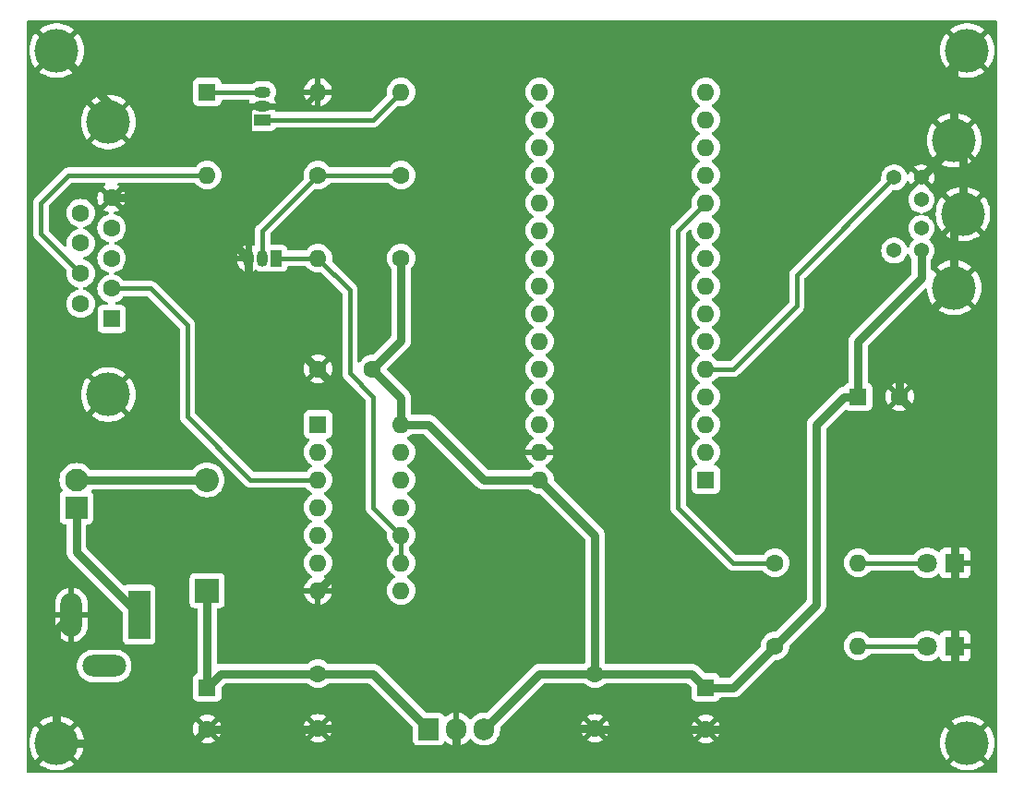
<source format=gbr>
%TF.GenerationSoftware,KiCad,Pcbnew,7.0.6*%
%TF.CreationDate,2023-08-13T20:35:56+02:00*%
%TF.ProjectId,ps2_mouse_to_serial_port_adapter_stand_alone,7073325f-6d6f-4757-9365-5f746f5f7365,rev?*%
%TF.SameCoordinates,Original*%
%TF.FileFunction,Copper,L2,Bot*%
%TF.FilePolarity,Positive*%
%FSLAX46Y46*%
G04 Gerber Fmt 4.6, Leading zero omitted, Abs format (unit mm)*
G04 Created by KiCad (PCBNEW 7.0.6) date 2023-08-13 20:35:56*
%MOMM*%
%LPD*%
G01*
G04 APERTURE LIST*
%TA.AperFunction,ComponentPad*%
%ADD10R,1.600000X1.600000*%
%TD*%
%TA.AperFunction,ComponentPad*%
%ADD11C,1.600000*%
%TD*%
%TA.AperFunction,ComponentPad*%
%ADD12C,4.000500*%
%TD*%
%TA.AperFunction,ComponentPad*%
%ADD13R,2.200000X2.200000*%
%TD*%
%TA.AperFunction,ComponentPad*%
%ADD14O,2.200000X2.200000*%
%TD*%
%TA.AperFunction,ComponentPad*%
%ADD15R,1.800000X1.800000*%
%TD*%
%TA.AperFunction,ComponentPad*%
%ADD16C,1.800000*%
%TD*%
%TA.AperFunction,ComponentPad*%
%ADD17O,1.600000X1.600000*%
%TD*%
%TA.AperFunction,ComponentPad*%
%ADD18R,1.500000X1.050000*%
%TD*%
%TA.AperFunction,ComponentPad*%
%ADD19O,1.500000X1.050000*%
%TD*%
%TA.AperFunction,ComponentPad*%
%ADD20C,4.000000*%
%TD*%
%TA.AperFunction,ComponentPad*%
%ADD21R,1.050000X1.500000*%
%TD*%
%TA.AperFunction,ComponentPad*%
%ADD22O,1.050000X1.500000*%
%TD*%
%TA.AperFunction,ComponentPad*%
%ADD23R,1.905000X2.000000*%
%TD*%
%TA.AperFunction,ComponentPad*%
%ADD24O,1.905000X2.000000*%
%TD*%
%TA.AperFunction,ComponentPad*%
%ADD25C,1.371600*%
%TD*%
%TA.AperFunction,ComponentPad*%
%ADD26R,2.000000X4.500000*%
%TD*%
%TA.AperFunction,ComponentPad*%
%ADD27O,2.000000X4.000000*%
%TD*%
%TA.AperFunction,ComponentPad*%
%ADD28O,4.000000X2.000000*%
%TD*%
%TA.AperFunction,ComponentPad*%
%ADD29R,2.100000X2.100000*%
%TD*%
%TA.AperFunction,ComponentPad*%
%ADD30C,2.100000*%
%TD*%
%TA.AperFunction,Conductor*%
%ADD31C,0.800000*%
%TD*%
%TA.AperFunction,Conductor*%
%ADD32C,0.400000*%
%TD*%
%TA.AperFunction,Conductor*%
%ADD33C,0.600000*%
%TD*%
%TA.AperFunction,Conductor*%
%ADD34C,0.200000*%
%TD*%
G04 APERTURE END LIST*
D10*
%TO.P,C5,1*%
%TO.N,/+5V*%
X85640000Y-75650000D03*
D11*
%TO.P,C5,2*%
%TO.N,/GND*%
X85640000Y-79450000D03*
%TD*%
D12*
%TO.P,,GND*%
%TO.N,/GND*%
X26110000Y-17220000D03*
%TD*%
%TO.P,,GND*%
%TO.N,/GND*%
X109610000Y-80720000D03*
%TD*%
D13*
%TO.P,D2,1,K*%
%TO.N,Net-(D2-K)*%
X39920000Y-66750000D03*
D14*
%TO.P,D2,2,A*%
%TO.N,Net-(D2-A)*%
X39920000Y-56590000D03*
%TD*%
D15*
%TO.P,D4,1,K*%
%TO.N,/GND*%
X108500000Y-71830000D03*
D16*
%TO.P,D4,2,A*%
%TO.N,Net-(D4-A)*%
X105960000Y-71830000D03*
%TD*%
D10*
%TO.P,U1,1*%
%TO.N,Net-(A1-D1{slash}TX)*%
X50080000Y-51510000D03*
D17*
%TO.P,U1,2*%
X50080000Y-54050000D03*
%TO.P,U1,3*%
%TO.N,Net-(J2-Pad2)*%
X50080000Y-56590000D03*
%TO.P,U1,4*%
%TO.N,unconnected-(U1-Pad4)*%
X50080000Y-59130000D03*
%TO.P,U1,5*%
%TO.N,unconnected-(U1-Pad5)*%
X50080000Y-61670000D03*
%TO.P,U1,6*%
%TO.N,unconnected-(U1-Pad6)*%
X50080000Y-64210000D03*
%TO.P,U1,7,GND*%
%TO.N,/GND*%
X50080000Y-66750000D03*
%TO.P,U1,8*%
%TO.N,Net-(A1-D7)*%
X57700000Y-66750000D03*
%TO.P,U1,9*%
%TO.N,Net-(Q1-C)*%
X57700000Y-64210000D03*
%TO.P,U1,10*%
X57700000Y-61670000D03*
%TO.P,U1,11*%
%TO.N,unconnected-(U1-Pad11)*%
X57700000Y-59130000D03*
%TO.P,U1,12*%
%TO.N,unconnected-(U1-Pad12)*%
X57700000Y-56590000D03*
%TO.P,U1,13*%
%TO.N,unconnected-(U1-Pad13)*%
X57700000Y-54050000D03*
%TO.P,U1,14,VCC*%
%TO.N,/+5V*%
X57700000Y-51510000D03*
%TD*%
D10*
%TO.P,D1,1,K*%
%TO.N,Net-(D1-K)*%
X39920000Y-21030000D03*
D17*
%TO.P,D1,2,A*%
%TO.N,Net-(D1-A)*%
X39920000Y-28650000D03*
%TD*%
D11*
%TO.P,R1,1*%
%TO.N,Net-(Q1-B)*%
X57700000Y-28650000D03*
D17*
%TO.P,R1,2*%
%TO.N,Net-(U2-VO)*%
X57700000Y-21030000D03*
%TD*%
D11*
%TO.P,C3,1*%
%TO.N,Net-(D2-K)*%
X50080000Y-74370000D03*
%TO.P,C3,2*%
%TO.N,/GND*%
X50080000Y-79370000D03*
%TD*%
%TO.P,R2,1*%
%TO.N,Net-(Q1-B)*%
X50080000Y-28650000D03*
D17*
%TO.P,R2,2*%
%TO.N,/GND*%
X50080000Y-21030000D03*
%TD*%
D15*
%TO.P,D3,1,K*%
%TO.N,/GND*%
X108500000Y-64210000D03*
D16*
%TO.P,D3,2,A*%
%TO.N,Net-(D3-A)*%
X105960000Y-64210000D03*
%TD*%
D18*
%TO.P,U2,1,VO*%
%TO.N,Net-(U2-VO)*%
X45000000Y-23570000D03*
D19*
%TO.P,U2,2,GND*%
%TO.N,/GND*%
X45000000Y-22300000D03*
%TO.P,U2,3,VI*%
%TO.N,Net-(D1-K)*%
X45000000Y-21030000D03*
%TD*%
D12*
%TO.P,,GND*%
%TO.N,/GND*%
X26110000Y-80720000D03*
%TD*%
D11*
%TO.P,R3,1*%
%TO.N,/+5V*%
X57700000Y-36270000D03*
D17*
%TO.P,R3,2*%
%TO.N,Net-(Q1-C)*%
X50080000Y-36270000D03*
%TD*%
D11*
%TO.P,R4,1*%
%TO.N,Net-(A1-D8)*%
X91990000Y-64210000D03*
D17*
%TO.P,R4,2*%
%TO.N,Net-(D3-A)*%
X99610000Y-64210000D03*
%TD*%
D12*
%TO.P,,GND*%
%TO.N,/GND*%
X109610000Y-17220000D03*
%TD*%
D11*
%TO.P,C4,1*%
%TO.N,/+5V*%
X75480000Y-74370000D03*
%TO.P,C4,2*%
%TO.N,/GND*%
X75480000Y-79370000D03*
%TD*%
D20*
%TO.P,J2,0,PAD*%
%TO.N,/GND*%
X30861000Y-23780000D03*
X30861000Y-48780000D03*
D10*
%TO.P,J2,1,1*%
%TO.N,unconnected-(J2-Pad1)*%
X31161000Y-41820000D03*
D11*
%TO.P,J2,2,2*%
%TO.N,Net-(J2-Pad2)*%
X31161000Y-39050000D03*
%TO.P,J2,3,3*%
%TO.N,unconnected-(J2-Pad3)*%
X31161000Y-36280000D03*
%TO.P,J2,4,4*%
%TO.N,unconnected-(J2-Pad4)*%
X31161000Y-33510000D03*
%TO.P,J2,5,5*%
%TO.N,/GND*%
X31161000Y-30740000D03*
%TO.P,J2,6,6*%
%TO.N,unconnected-(J2-Pad6)*%
X28321000Y-40435000D03*
%TO.P,J2,7,7*%
%TO.N,Net-(D1-A)*%
X28321000Y-37665000D03*
%TO.P,J2,8,8*%
%TO.N,unconnected-(J2-Pad8)*%
X28321000Y-34895000D03*
%TO.P,J2,9,9*%
%TO.N,unconnected-(J2-Pad9)*%
X28321000Y-32125000D03*
%TD*%
D21*
%TO.P,Q1,1,C*%
%TO.N,Net-(Q1-C)*%
X46270000Y-36270000D03*
D22*
%TO.P,Q1,2,B*%
%TO.N,Net-(Q1-B)*%
X45000000Y-36270000D03*
%TO.P,Q1,3,E*%
%TO.N,/GND*%
X43730000Y-36270000D03*
%TD*%
D10*
%TO.P,A1,1,D1/TX*%
%TO.N,Net-(A1-D1{slash}TX)*%
X85640000Y-56590000D03*
D17*
%TO.P,A1,2,D0/RX*%
%TO.N,unconnected-(A1-D0{slash}RX-Pad2)*%
X85640000Y-54050000D03*
%TO.P,A1,3,~{RESET}*%
%TO.N,unconnected-(A1-~{RESET}-Pad3)*%
X85640000Y-51510000D03*
%TO.P,A1,4,GND*%
%TO.N,unconnected-(A1-GND-Pad4)*%
X85640000Y-48970000D03*
%TO.P,A1,5,D2*%
%TO.N,Net-(A1-D2)*%
X85640000Y-46430000D03*
%TO.P,A1,6,D3*%
%TO.N,unconnected-(A1-D3-Pad6)*%
X85640000Y-43890000D03*
%TO.P,A1,7,D4*%
%TO.N,unconnected-(A1-D4-Pad7)*%
X85640000Y-41350000D03*
%TO.P,A1,8,D5*%
%TO.N,Net-(A1-D5)*%
X85640000Y-38810000D03*
%TO.P,A1,9,D6*%
%TO.N,unconnected-(A1-D6-Pad9)*%
X85640000Y-36270000D03*
%TO.P,A1,10,D7*%
%TO.N,Net-(A1-D7)*%
X85640000Y-33730000D03*
%TO.P,A1,11,D8*%
%TO.N,Net-(A1-D8)*%
X85640000Y-31190000D03*
%TO.P,A1,12,D9*%
%TO.N,unconnected-(A1-D9-Pad12)*%
X85640000Y-28650000D03*
%TO.P,A1,13,D10*%
%TO.N,unconnected-(A1-D10-Pad13)*%
X85640000Y-26110000D03*
%TO.P,A1,14,D11*%
%TO.N,unconnected-(A1-D11-Pad14)*%
X85640000Y-23570000D03*
%TO.P,A1,15,D12*%
%TO.N,unconnected-(A1-D12-Pad15)*%
X85640000Y-21030000D03*
%TO.P,A1,16,D13*%
%TO.N,unconnected-(A1-D13-Pad16)*%
X70400000Y-21030000D03*
%TO.P,A1,17,3V3*%
%TO.N,unconnected-(A1-3V3-Pad17)*%
X70400000Y-23570000D03*
%TO.P,A1,18,AREF*%
%TO.N,unconnected-(A1-AREF-Pad18)*%
X70400000Y-26110000D03*
%TO.P,A1,19,A0*%
%TO.N,unconnected-(A1-A0-Pad19)*%
X70400000Y-28650000D03*
%TO.P,A1,20,A1*%
%TO.N,unconnected-(A1-A1-Pad20)*%
X70400000Y-31190000D03*
%TO.P,A1,21,A2*%
%TO.N,unconnected-(A1-A2-Pad21)*%
X70400000Y-33730000D03*
%TO.P,A1,22,A3*%
%TO.N,unconnected-(A1-A3-Pad22)*%
X70400000Y-36270000D03*
%TO.P,A1,23,A4*%
%TO.N,unconnected-(A1-A4-Pad23)*%
X70400000Y-38810000D03*
%TO.P,A1,24,A5*%
%TO.N,unconnected-(A1-A5-Pad24)*%
X70400000Y-41350000D03*
%TO.P,A1,25,A6*%
%TO.N,unconnected-(A1-A6-Pad25)*%
X70400000Y-43890000D03*
%TO.P,A1,26,A7*%
%TO.N,unconnected-(A1-A7-Pad26)*%
X70400000Y-46430000D03*
%TO.P,A1,27,+5V*%
%TO.N,unconnected-(A1-+5V-Pad27)*%
X70400000Y-48970000D03*
%TO.P,A1,28,~{RESET}*%
%TO.N,unconnected-(A1-~{RESET}-Pad28)*%
X70400000Y-51510000D03*
%TO.P,A1,29,GND*%
%TO.N,/GND*%
X70400000Y-54050000D03*
%TO.P,A1,30,VIN*%
%TO.N,/+5V*%
X70400000Y-56590000D03*
%TD*%
D11*
%TO.P,R5,1*%
%TO.N,/+5V*%
X91990000Y-71830000D03*
D17*
%TO.P,R5,2*%
%TO.N,Net-(D4-A)*%
X99610000Y-71830000D03*
%TD*%
D23*
%TO.P,U3,1,IN*%
%TO.N,Net-(D2-K)*%
X60240000Y-79450000D03*
D24*
%TO.P,U3,2,GND*%
%TO.N,/GND*%
X62780000Y-79450000D03*
%TO.P,U3,3,OUT*%
%TO.N,/+5V*%
X65320000Y-79450000D03*
%TD*%
D25*
%TO.P,J3,1*%
%TO.N,Net-(A1-D5)*%
X105410000Y-30909260D03*
%TO.P,J3,2*%
%TO.N,unconnected-(J3-Pad2)*%
X105410000Y-33510220D03*
%TO.P,J3,3*%
%TO.N,/GND*%
X105410000Y-28859480D03*
%TO.P,J3,4*%
%TO.N,/+5V*%
X105410000Y-35560000D03*
%TO.P,J3,5*%
%TO.N,Net-(A1-D2)*%
X102918260Y-28859480D03*
%TO.P,J3,6*%
%TO.N,unconnected-(J3-Pad6)*%
X102918260Y-35560000D03*
D12*
%TO.P,J3,GND*%
%TO.N,/GND*%
X108409740Y-25450800D03*
X109220000Y-32209740D03*
X108409740Y-38968680D03*
%TD*%
D26*
%TO.P,J1,1*%
%TO.N,Net-(SW1-A)*%
X33680000Y-68960000D03*
D27*
%TO.P,J1,2*%
%TO.N,/GND*%
X27480000Y-68960000D03*
D28*
%TO.P,J1,3,MountPin*%
%TO.N,unconnected-(J1-MountPin-Pad3)*%
X30480000Y-73660000D03*
%TD*%
D10*
%TO.P,C2,1*%
%TO.N,Net-(D2-K)*%
X39920000Y-75650000D03*
D11*
%TO.P,C2,2*%
%TO.N,/GND*%
X39920000Y-79450000D03*
%TD*%
D10*
%TO.P,C1,1*%
%TO.N,/+5V*%
X99620000Y-48970000D03*
D11*
%TO.P,C1,2*%
%TO.N,/GND*%
X103420000Y-48970000D03*
%TD*%
D29*
%TO.P,SW1,1,A*%
%TO.N,Net-(SW1-A)*%
X27940000Y-59130000D03*
D30*
%TO.P,SW1,2,B*%
%TO.N,Net-(D2-A)*%
X27940000Y-56590000D03*
%TD*%
D11*
%TO.P,C6,1*%
%TO.N,/+5V*%
X55080000Y-46430000D03*
%TO.P,C6,2*%
%TO.N,/GND*%
X50080000Y-46430000D03*
%TD*%
D31*
%TO.N,Net-(SW1-A)*%
X27940000Y-63220000D02*
X33680000Y-68960000D01*
X27940000Y-59130000D02*
X27940000Y-63220000D01*
D32*
%TO.N,Net-(D1-A)*%
X39920000Y-28650000D02*
X27220000Y-28650000D01*
X27220000Y-28650000D02*
X24680000Y-31190000D01*
X24680000Y-34024000D02*
X28321000Y-37665000D01*
X24680000Y-31190000D02*
X24680000Y-34024000D01*
D31*
%TO.N,/GND*%
X67860000Y-81990000D02*
X70480000Y-79370000D01*
X62780000Y-81990000D02*
X62780000Y-79450000D01*
X108409740Y-18420260D02*
X109610000Y-17220000D01*
X50080000Y-46430000D02*
X52620000Y-48970000D01*
X108409740Y-25450800D02*
X108409740Y-18420260D01*
X85640000Y-79450000D02*
X75560000Y-79450000D01*
X57700000Y-81990000D02*
X62780000Y-81990000D01*
D33*
X43730000Y-22620000D02*
X44050000Y-22300000D01*
D31*
X43730000Y-36270000D02*
X43730000Y-40080000D01*
D34*
X107246500Y-78356500D02*
X107246500Y-78163500D01*
D31*
X108500000Y-54050000D02*
X103420000Y-48970000D01*
X108409740Y-25859740D02*
X105410000Y-28859480D01*
X109220000Y-32209740D02*
X109220000Y-26261060D01*
X85640000Y-79450000D02*
X105960000Y-79450000D01*
X107246500Y-78163500D02*
X108500000Y-76910000D01*
X55080000Y-79370000D02*
X57700000Y-81990000D01*
X26110000Y-17220000D02*
X30861000Y-21971000D01*
X26110000Y-70330000D02*
X27480000Y-68960000D01*
X38200000Y-30740000D02*
X43730000Y-36270000D01*
X108500000Y-64210000D02*
X108500000Y-71830000D01*
D33*
X48810000Y-22300000D02*
X45000000Y-22300000D01*
D31*
X50080000Y-79370000D02*
X55080000Y-79370000D01*
X109610000Y-80720000D02*
X107246500Y-78356500D01*
X52620000Y-64210000D02*
X50080000Y-66750000D01*
X103420000Y-48970000D02*
X103420000Y-43958420D01*
D33*
X50080000Y-21030000D02*
X48810000Y-22300000D01*
D31*
X38200000Y-30740000D02*
X31161000Y-30740000D01*
X103420000Y-43958420D02*
X108409740Y-38968680D01*
X26110000Y-80720000D02*
X26110000Y-70330000D01*
X39920000Y-79450000D02*
X50000000Y-79450000D01*
X52620000Y-48970000D02*
X52620000Y-64210000D01*
D33*
X44050000Y-22300000D02*
X45000000Y-22300000D01*
D31*
X38650000Y-80720000D02*
X39920000Y-79450000D01*
X108409740Y-38968680D02*
X108409740Y-33020000D01*
X108500000Y-64210000D02*
X108500000Y-54050000D01*
D33*
X43730000Y-36270000D02*
X43730000Y-22620000D01*
D31*
X70480000Y-79370000D02*
X75480000Y-79370000D01*
X105960000Y-79450000D02*
X107246500Y-78163500D01*
X62780000Y-81990000D02*
X67860000Y-81990000D01*
X108500000Y-76910000D02*
X108500000Y-71830000D01*
X26110000Y-80720000D02*
X38650000Y-80720000D01*
X43730000Y-40080000D02*
X50080000Y-46430000D01*
%TO.N,Net-(D2-A)*%
X27940000Y-56590000D02*
X39920000Y-56590000D01*
D32*
%TO.N,Net-(Q1-C)*%
X55160000Y-48970000D02*
X55160000Y-59130000D01*
X53020000Y-46830000D02*
X55160000Y-48970000D01*
X57700000Y-61670000D02*
X57700000Y-64210000D01*
X55160000Y-59130000D02*
X57700000Y-61670000D01*
X50080000Y-36270000D02*
X53020000Y-39210000D01*
X50080000Y-36270000D02*
X46270000Y-36270000D01*
X53020000Y-39210000D02*
X53020000Y-46830000D01*
%TO.N,Net-(Q1-B)*%
X57700000Y-28650000D02*
X50080000Y-28650000D01*
X50080000Y-28650000D02*
X45000000Y-33730000D01*
X45000000Y-33730000D02*
X45000000Y-36270000D01*
D31*
%TO.N,Net-(D2-K)*%
X50080000Y-74370000D02*
X55160000Y-74370000D01*
X39920000Y-66750000D02*
X39920000Y-75650000D01*
X55160000Y-74370000D02*
X60240000Y-79450000D01*
X41200000Y-74370000D02*
X39920000Y-75650000D01*
X50080000Y-74370000D02*
X41200000Y-74370000D01*
D32*
%TO.N,Net-(U2-VO)*%
X55160000Y-23570000D02*
X45000000Y-23570000D01*
X57700000Y-21030000D02*
X55160000Y-23570000D01*
%TO.N,Net-(A1-D8)*%
X83100000Y-33730000D02*
X85640000Y-31190000D01*
X91990000Y-64210000D02*
X88180000Y-64210000D01*
X83100000Y-59130000D02*
X83100000Y-33730000D01*
X88180000Y-64210000D02*
X83100000Y-59130000D01*
%TO.N,Net-(D4-A)*%
X99610000Y-71830000D02*
X105960000Y-71830000D01*
D31*
%TO.N,/+5V*%
X99620000Y-43890000D02*
X105410000Y-38100000D01*
X75480000Y-74370000D02*
X70400000Y-74370000D01*
X84360000Y-74370000D02*
X85640000Y-75650000D01*
X105410000Y-38100000D02*
X105410000Y-35560000D01*
X75480000Y-74370000D02*
X84360000Y-74370000D01*
X75480000Y-61670000D02*
X70400000Y-56590000D01*
X57700000Y-49050000D02*
X55080000Y-46430000D01*
X57700000Y-51510000D02*
X60240000Y-51510000D01*
X65320000Y-56590000D02*
X70400000Y-56590000D01*
X98340000Y-48970000D02*
X95800000Y-51510000D01*
X70400000Y-74370000D02*
X65320000Y-79450000D01*
X95800000Y-68020000D02*
X91990000Y-71830000D01*
X57700000Y-43810000D02*
X55080000Y-46430000D01*
X75480000Y-74370000D02*
X75480000Y-61670000D01*
X88170000Y-75650000D02*
X91990000Y-71830000D01*
X57700000Y-51510000D02*
X57700000Y-49050000D01*
X95800000Y-51510000D02*
X95800000Y-68020000D01*
X60240000Y-51510000D02*
X65320000Y-56590000D01*
X85640000Y-75650000D02*
X88170000Y-75650000D01*
X99620000Y-48970000D02*
X98340000Y-48970000D01*
X99620000Y-48970000D02*
X99620000Y-43890000D01*
X57700000Y-36270000D02*
X57700000Y-43810000D01*
D32*
%TO.N,Net-(D1-K)*%
X39920000Y-21030000D02*
X45000000Y-21030000D01*
%TO.N,Net-(J2-Pad2)*%
X38100000Y-50800000D02*
X43890000Y-56590000D01*
X38100000Y-42418000D02*
X38100000Y-50800000D01*
X43890000Y-56590000D02*
X50080000Y-56590000D01*
X34732000Y-39050000D02*
X38100000Y-42418000D01*
X31161000Y-39050000D02*
X34732000Y-39050000D01*
%TO.N,Net-(A1-D2)*%
X85640000Y-46430000D02*
X88190000Y-46430000D01*
X93980000Y-37797740D02*
X102918260Y-28859480D01*
X88190000Y-46430000D02*
X93980000Y-40640000D01*
X93980000Y-40640000D02*
X93980000Y-37797740D01*
%TO.N,Net-(D3-A)*%
X99610000Y-64210000D02*
X105960000Y-64210000D01*
%TD*%
%TA.AperFunction,Conductor*%
%TO.N,/GND*%
G36*
X112302539Y-14490185D02*
G01*
X112348294Y-14542989D01*
X112359500Y-14594500D01*
X112359500Y-17157402D01*
X112339815Y-17224441D01*
X112339464Y-17224744D01*
X112356436Y-17255202D01*
X112359500Y-17282597D01*
X112359500Y-80657402D01*
X112339815Y-80724441D01*
X112339464Y-80724744D01*
X112356436Y-80755202D01*
X112359500Y-80782597D01*
X112359500Y-83345500D01*
X112339815Y-83412539D01*
X112287011Y-83458294D01*
X112235500Y-83469500D01*
X23484500Y-83469500D01*
X23417461Y-83449815D01*
X23371706Y-83397011D01*
X23360500Y-83345500D01*
X23360500Y-80782597D01*
X23378109Y-80722629D01*
X23587389Y-80722629D01*
X23603477Y-80747662D01*
X23608255Y-80774811D01*
X23624559Y-81033973D01*
X23624560Y-81033980D01*
X23683513Y-81343020D01*
X23780730Y-81642224D01*
X23780732Y-81642229D01*
X23914680Y-81926882D01*
X23914684Y-81926888D01*
X24083254Y-82192513D01*
X24083256Y-82192516D01*
X24174108Y-82302337D01*
X25142678Y-81333767D01*
X25191923Y-81413300D01*
X25334948Y-81570191D01*
X25493572Y-81689979D01*
X24524793Y-82658758D01*
X24524794Y-82658760D01*
X24767638Y-82835196D01*
X24767656Y-82835207D01*
X25043341Y-82986766D01*
X25043349Y-82986770D01*
X25335849Y-83102579D01*
X25335852Y-83102580D01*
X25640577Y-83180819D01*
X25952688Y-83220249D01*
X25952700Y-83220250D01*
X26267300Y-83220250D01*
X26267311Y-83220249D01*
X26579422Y-83180819D01*
X26884147Y-83102580D01*
X26884150Y-83102579D01*
X27176650Y-82986770D01*
X27176658Y-82986766D01*
X27452343Y-82835207D01*
X27452353Y-82835201D01*
X27695204Y-82658758D01*
X27695205Y-82658758D01*
X26726427Y-81689979D01*
X26885052Y-81570191D01*
X27028077Y-81413300D01*
X27077321Y-81333768D01*
X28045890Y-82302337D01*
X28136742Y-82192517D01*
X28136745Y-82192513D01*
X28305315Y-81926888D01*
X28305319Y-81926882D01*
X28439267Y-81642229D01*
X28439269Y-81642224D01*
X28536486Y-81343020D01*
X28595439Y-81033980D01*
X28595440Y-81033973D01*
X28615193Y-80720005D01*
X28615193Y-80719994D01*
X28595440Y-80406026D01*
X28595439Y-80406019D01*
X28536486Y-80096979D01*
X28439269Y-79797775D01*
X28439267Y-79797770D01*
X28305319Y-79513117D01*
X28305315Y-79513111D01*
X28265265Y-79450002D01*
X38615034Y-79450002D01*
X38634858Y-79676599D01*
X38634860Y-79676610D01*
X38693730Y-79896317D01*
X38693734Y-79896326D01*
X38789865Y-80102481D01*
X38789866Y-80102483D01*
X38840973Y-80175471D01*
X38840974Y-80175472D01*
X39522046Y-79494399D01*
X39534835Y-79575148D01*
X39592359Y-79688045D01*
X39681955Y-79777641D01*
X39794852Y-79835165D01*
X39875599Y-79847953D01*
X39194526Y-80529025D01*
X39194526Y-80529026D01*
X39267512Y-80580131D01*
X39267516Y-80580133D01*
X39473673Y-80676265D01*
X39473682Y-80676269D01*
X39693389Y-80735139D01*
X39693400Y-80735141D01*
X39919998Y-80754966D01*
X39920002Y-80754966D01*
X40146599Y-80735141D01*
X40146610Y-80735139D01*
X40366317Y-80676269D01*
X40366331Y-80676264D01*
X40572478Y-80580136D01*
X40645472Y-80529025D01*
X39964401Y-79847953D01*
X40045148Y-79835165D01*
X40158045Y-79777641D01*
X40247641Y-79688045D01*
X40305165Y-79575148D01*
X40317953Y-79494400D01*
X40999025Y-80175472D01*
X41050136Y-80102478D01*
X41146264Y-79896331D01*
X41146269Y-79896317D01*
X41205139Y-79676610D01*
X41205141Y-79676599D01*
X41224966Y-79450002D01*
X41224966Y-79449997D01*
X41217967Y-79370002D01*
X48775034Y-79370002D01*
X48794858Y-79596599D01*
X48794860Y-79596610D01*
X48853730Y-79816317D01*
X48853734Y-79816326D01*
X48949865Y-80022481D01*
X48949866Y-80022483D01*
X49000973Y-80095471D01*
X49000974Y-80095472D01*
X49682046Y-79414399D01*
X49694835Y-79495148D01*
X49752359Y-79608045D01*
X49841955Y-79697641D01*
X49954852Y-79755165D01*
X50035599Y-79767953D01*
X49354526Y-80449025D01*
X49354526Y-80449026D01*
X49427512Y-80500131D01*
X49427516Y-80500133D01*
X49633673Y-80596265D01*
X49633682Y-80596269D01*
X49853389Y-80655139D01*
X49853400Y-80655141D01*
X50079998Y-80674966D01*
X50080002Y-80674966D01*
X50306599Y-80655141D01*
X50306610Y-80655139D01*
X50526317Y-80596269D01*
X50526331Y-80596264D01*
X50732478Y-80500136D01*
X50805472Y-80449025D01*
X50124401Y-79767953D01*
X50205148Y-79755165D01*
X50318045Y-79697641D01*
X50407641Y-79608045D01*
X50465165Y-79495148D01*
X50477953Y-79414400D01*
X51159025Y-80095472D01*
X51210136Y-80022478D01*
X51306264Y-79816331D01*
X51306269Y-79816317D01*
X51365139Y-79596610D01*
X51365141Y-79596599D01*
X51384966Y-79370002D01*
X51384966Y-79369997D01*
X51365141Y-79143400D01*
X51365139Y-79143389D01*
X51306269Y-78923682D01*
X51306265Y-78923673D01*
X51210133Y-78717516D01*
X51210131Y-78717512D01*
X51159026Y-78644526D01*
X51159025Y-78644526D01*
X50477953Y-79325598D01*
X50465165Y-79244852D01*
X50407641Y-79131955D01*
X50318045Y-79042359D01*
X50205148Y-78984835D01*
X50124400Y-78972046D01*
X50805472Y-78290974D01*
X50805471Y-78290973D01*
X50732483Y-78239866D01*
X50732481Y-78239865D01*
X50526326Y-78143734D01*
X50526317Y-78143730D01*
X50306610Y-78084860D01*
X50306599Y-78084858D01*
X50080002Y-78065034D01*
X50079998Y-78065034D01*
X49853400Y-78084858D01*
X49853389Y-78084860D01*
X49633682Y-78143730D01*
X49633673Y-78143734D01*
X49427513Y-78239868D01*
X49354527Y-78290972D01*
X49354526Y-78290973D01*
X50035600Y-78972046D01*
X49954852Y-78984835D01*
X49841955Y-79042359D01*
X49752359Y-79131955D01*
X49694835Y-79244852D01*
X49682046Y-79325599D01*
X49000973Y-78644526D01*
X49000972Y-78644527D01*
X48949868Y-78717513D01*
X48853734Y-78923673D01*
X48853730Y-78923682D01*
X48794860Y-79143389D01*
X48794858Y-79143400D01*
X48775034Y-79369997D01*
X48775034Y-79370002D01*
X41217967Y-79370002D01*
X41205141Y-79223400D01*
X41205139Y-79223389D01*
X41146269Y-79003682D01*
X41146265Y-79003673D01*
X41050133Y-78797516D01*
X41050131Y-78797512D01*
X40999026Y-78724526D01*
X40999025Y-78724526D01*
X40317953Y-79405598D01*
X40305165Y-79324852D01*
X40247641Y-79211955D01*
X40158045Y-79122359D01*
X40045148Y-79064835D01*
X39964400Y-79052046D01*
X40645472Y-78370974D01*
X40645471Y-78370973D01*
X40572483Y-78319866D01*
X40572481Y-78319865D01*
X40366326Y-78223734D01*
X40366317Y-78223730D01*
X40146610Y-78164860D01*
X40146599Y-78164858D01*
X39920002Y-78145034D01*
X39919998Y-78145034D01*
X39693400Y-78164858D01*
X39693389Y-78164860D01*
X39473682Y-78223730D01*
X39473673Y-78223734D01*
X39267513Y-78319868D01*
X39194527Y-78370972D01*
X39194526Y-78370973D01*
X39875600Y-79052046D01*
X39794852Y-79064835D01*
X39681955Y-79122359D01*
X39592359Y-79211955D01*
X39534835Y-79324852D01*
X39522046Y-79405599D01*
X38840973Y-78724526D01*
X38840972Y-78724527D01*
X38789868Y-78797513D01*
X38693734Y-79003673D01*
X38693730Y-79003682D01*
X38634860Y-79223389D01*
X38634858Y-79223400D01*
X38615034Y-79449997D01*
X38615034Y-79450002D01*
X28265265Y-79450002D01*
X28136747Y-79247489D01*
X28045889Y-79137661D01*
X27077320Y-80106230D01*
X27028077Y-80026700D01*
X26885052Y-79869809D01*
X26726426Y-79750019D01*
X27695205Y-78781240D01*
X27695204Y-78781238D01*
X27452361Y-78604803D01*
X27452343Y-78604792D01*
X27176658Y-78453233D01*
X27176650Y-78453229D01*
X26884150Y-78337420D01*
X26884147Y-78337419D01*
X26579422Y-78259180D01*
X26267311Y-78219750D01*
X25952688Y-78219750D01*
X25640577Y-78259180D01*
X25335852Y-78337419D01*
X25335849Y-78337420D01*
X25043349Y-78453229D01*
X25043341Y-78453233D01*
X24767653Y-78604793D01*
X24767648Y-78604796D01*
X24524794Y-78781239D01*
X24524793Y-78781240D01*
X25493573Y-79750019D01*
X25334948Y-79869809D01*
X25191923Y-80026700D01*
X25142678Y-80106231D01*
X24174108Y-79137661D01*
X24083256Y-79247484D01*
X24083254Y-79247487D01*
X23914684Y-79513111D01*
X23914680Y-79513117D01*
X23780732Y-79797770D01*
X23780730Y-79797775D01*
X23683513Y-80096979D01*
X23624560Y-80406019D01*
X23624559Y-80406026D01*
X23608255Y-80665188D01*
X23587389Y-80722629D01*
X23378109Y-80722629D01*
X23380185Y-80715558D01*
X23380535Y-80715254D01*
X23363564Y-80684797D01*
X23360500Y-80657402D01*
X23360500Y-73784334D01*
X27979500Y-73784334D01*
X28020429Y-74029616D01*
X28101169Y-74264802D01*
X28101172Y-74264811D01*
X28219524Y-74483506D01*
X28219526Y-74483509D01*
X28372262Y-74679744D01*
X28505214Y-74802135D01*
X28555217Y-74848166D01*
X28763393Y-74984173D01*
X28991118Y-75084063D01*
X29232175Y-75145107D01*
X29232179Y-75145108D01*
X29232181Y-75145108D01*
X29232186Y-75145109D01*
X29365376Y-75156145D01*
X29417933Y-75160500D01*
X29417935Y-75160500D01*
X31542065Y-75160500D01*
X31542067Y-75160500D01*
X31603284Y-75155427D01*
X31727813Y-75145109D01*
X31727816Y-75145108D01*
X31727821Y-75145108D01*
X31968881Y-75084063D01*
X32196607Y-74984173D01*
X32404785Y-74848164D01*
X32587738Y-74679744D01*
X32740474Y-74483509D01*
X32858828Y-74264810D01*
X32939571Y-74029614D01*
X32980500Y-73784335D01*
X32980500Y-73535665D01*
X32939571Y-73290386D01*
X32858828Y-73055190D01*
X32740474Y-72836491D01*
X32587738Y-72640256D01*
X32434129Y-72498849D01*
X32404782Y-72471833D01*
X32196606Y-72335826D01*
X31968881Y-72235936D01*
X31727824Y-72174892D01*
X31727813Y-72174890D01*
X31562548Y-72161197D01*
X31542067Y-72159500D01*
X29417933Y-72159500D01*
X29398521Y-72161108D01*
X29232186Y-72174890D01*
X29232175Y-72174892D01*
X28991118Y-72235936D01*
X28763393Y-72335826D01*
X28555217Y-72471833D01*
X28372261Y-72640257D01*
X28219524Y-72836493D01*
X28101172Y-73055188D01*
X28101169Y-73055197D01*
X28020429Y-73290383D01*
X27979500Y-73535665D01*
X27979500Y-73784334D01*
X23360500Y-73784334D01*
X23360500Y-70022041D01*
X25980000Y-70022041D01*
X25995385Y-70207730D01*
X25995387Y-70207738D01*
X26056412Y-70448717D01*
X26156267Y-70676367D01*
X26292232Y-70884478D01*
X26460592Y-71067364D01*
X26460602Y-71067373D01*
X26656762Y-71220051D01*
X26656771Y-71220057D01*
X26875385Y-71338364D01*
X26875396Y-71338369D01*
X27110507Y-71419083D01*
X27229999Y-71439023D01*
X27229999Y-71439022D01*
X27229999Y-70393686D01*
X27270156Y-70419493D01*
X27408111Y-70460000D01*
X27551889Y-70460000D01*
X27689844Y-70419493D01*
X27730000Y-70393686D01*
X27730000Y-71439023D01*
X27849492Y-71419083D01*
X28084603Y-71338369D01*
X28084614Y-71338364D01*
X28303228Y-71220057D01*
X28303237Y-71220051D01*
X28499397Y-71067373D01*
X28499407Y-71067364D01*
X28667767Y-70884478D01*
X28803732Y-70676367D01*
X28903587Y-70448717D01*
X28964612Y-70207738D01*
X28964614Y-70207730D01*
X28980000Y-70022041D01*
X28980000Y-69210000D01*
X27980000Y-69210000D01*
X27980000Y-68710000D01*
X28980000Y-68710000D01*
X28980000Y-67897959D01*
X28964614Y-67712269D01*
X28964612Y-67712261D01*
X28903587Y-67471282D01*
X28803732Y-67243632D01*
X28667767Y-67035521D01*
X28499407Y-66852635D01*
X28499397Y-66852626D01*
X28303237Y-66699948D01*
X28303228Y-66699942D01*
X28084614Y-66581635D01*
X28084603Y-66581630D01*
X27849492Y-66500916D01*
X27730000Y-66480976D01*
X27730000Y-67526313D01*
X27689844Y-67500507D01*
X27551889Y-67460000D01*
X27408111Y-67460000D01*
X27270156Y-67500507D01*
X27229999Y-67526313D01*
X27230000Y-66480976D01*
X27229999Y-66480976D01*
X27110507Y-66500916D01*
X26875396Y-66581630D01*
X26875385Y-66581635D01*
X26656771Y-66699942D01*
X26656762Y-66699948D01*
X26460602Y-66852626D01*
X26460592Y-66852635D01*
X26292232Y-67035521D01*
X26156267Y-67243632D01*
X26056412Y-67471282D01*
X25995387Y-67712261D01*
X25995385Y-67712269D01*
X25980000Y-67897959D01*
X25980000Y-68710000D01*
X26980000Y-68710000D01*
X26980000Y-69210000D01*
X25980000Y-69210000D01*
X25980000Y-70022041D01*
X23360500Y-70022041D01*
X23360500Y-56590000D01*
X26384706Y-56590000D01*
X26403853Y-56833297D01*
X26403853Y-56833300D01*
X26403854Y-56833302D01*
X26460448Y-57069031D01*
X26460830Y-57070619D01*
X26554222Y-57296089D01*
X26667449Y-57480857D01*
X26685694Y-57548303D01*
X26664578Y-57614905D01*
X26636034Y-57644913D01*
X26532452Y-57722455D01*
X26446206Y-57837664D01*
X26446202Y-57837671D01*
X26395908Y-57972517D01*
X26389501Y-58032116D01*
X26389501Y-58032123D01*
X26389500Y-58032135D01*
X26389500Y-60227870D01*
X26389501Y-60227876D01*
X26395908Y-60287483D01*
X26446202Y-60422328D01*
X26446206Y-60422335D01*
X26532452Y-60537544D01*
X26532455Y-60537547D01*
X26647664Y-60623793D01*
X26647671Y-60623797D01*
X26692618Y-60640560D01*
X26782517Y-60674091D01*
X26842127Y-60680500D01*
X26915500Y-60680499D01*
X26982538Y-60700183D01*
X27028294Y-60752986D01*
X27039500Y-60804499D01*
X27039500Y-63139373D01*
X27037972Y-63158772D01*
X27035781Y-63172612D01*
X27038540Y-63225270D01*
X27039415Y-63241956D01*
X27039500Y-63245201D01*
X27039500Y-63267189D01*
X27041797Y-63289059D01*
X27042051Y-63292290D01*
X27045686Y-63361643D01*
X27045688Y-63361653D01*
X27049315Y-63375189D01*
X27052860Y-63394314D01*
X27054325Y-63408249D01*
X27054326Y-63408256D01*
X27054328Y-63408262D01*
X27075784Y-63474298D01*
X27076705Y-63477409D01*
X27094679Y-63544486D01*
X27094684Y-63544498D01*
X27101043Y-63556978D01*
X27108488Y-63574949D01*
X27112820Y-63588282D01*
X27147537Y-63648414D01*
X27149085Y-63651266D01*
X27170992Y-63694259D01*
X27180617Y-63713149D01*
X27180619Y-63713151D01*
X27180620Y-63713153D01*
X27189438Y-63724043D01*
X27200454Y-63740070D01*
X27207465Y-63752213D01*
X27207470Y-63752220D01*
X27253939Y-63803831D01*
X27256043Y-63806295D01*
X27269882Y-63823382D01*
X27285423Y-63838922D01*
X27287657Y-63841277D01*
X27334128Y-63892887D01*
X27345468Y-63901126D01*
X27360265Y-63913764D01*
X32143181Y-68696681D01*
X32176666Y-68758004D01*
X32179500Y-68784362D01*
X32179500Y-71257870D01*
X32179501Y-71257876D01*
X32185908Y-71317483D01*
X32236202Y-71452328D01*
X32236206Y-71452335D01*
X32322452Y-71567544D01*
X32322455Y-71567547D01*
X32437664Y-71653793D01*
X32437671Y-71653797D01*
X32572517Y-71704091D01*
X32572516Y-71704091D01*
X32579444Y-71704835D01*
X32632127Y-71710500D01*
X34727872Y-71710499D01*
X34787483Y-71704091D01*
X34922331Y-71653796D01*
X35037546Y-71567546D01*
X35123796Y-71452331D01*
X35174091Y-71317483D01*
X35180500Y-71257873D01*
X35180499Y-67897870D01*
X38319500Y-67897870D01*
X38319501Y-67897876D01*
X38325908Y-67957483D01*
X38376202Y-68092328D01*
X38376206Y-68092335D01*
X38462452Y-68207544D01*
X38462455Y-68207547D01*
X38577664Y-68293793D01*
X38577671Y-68293797D01*
X38622618Y-68310560D01*
X38712517Y-68344091D01*
X38772127Y-68350500D01*
X38895500Y-68350499D01*
X38962539Y-68370183D01*
X39008294Y-68422987D01*
X39019500Y-68474499D01*
X39019500Y-74267209D01*
X38999815Y-74334248D01*
X38947011Y-74380003D01*
X38938833Y-74383391D01*
X38877671Y-74406202D01*
X38877664Y-74406206D01*
X38762455Y-74492452D01*
X38762452Y-74492455D01*
X38676206Y-74607664D01*
X38676202Y-74607671D01*
X38625908Y-74742517D01*
X38619501Y-74802116D01*
X38619500Y-74802135D01*
X38619500Y-76497870D01*
X38619501Y-76497876D01*
X38625908Y-76557483D01*
X38676202Y-76692328D01*
X38676206Y-76692335D01*
X38762452Y-76807544D01*
X38762455Y-76807547D01*
X38877664Y-76893793D01*
X38877671Y-76893797D01*
X39012517Y-76944091D01*
X39012516Y-76944091D01*
X39019444Y-76944835D01*
X39072127Y-76950500D01*
X40767872Y-76950499D01*
X40827483Y-76944091D01*
X40962331Y-76893796D01*
X41077546Y-76807546D01*
X41163796Y-76692331D01*
X41214091Y-76557483D01*
X41220500Y-76497873D01*
X41220499Y-75674360D01*
X41240183Y-75607322D01*
X41256818Y-75586680D01*
X41536680Y-75306819D01*
X41598003Y-75273334D01*
X41624361Y-75270500D01*
X49089952Y-75270500D01*
X49156991Y-75290185D01*
X49177628Y-75306814D01*
X49240861Y-75370047D01*
X49427266Y-75500568D01*
X49633504Y-75596739D01*
X49853308Y-75655635D01*
X50015230Y-75669801D01*
X50079998Y-75675468D01*
X50080000Y-75675468D01*
X50080002Y-75675468D01*
X50136672Y-75670509D01*
X50306692Y-75655635D01*
X50526496Y-75596739D01*
X50732734Y-75500568D01*
X50919139Y-75370047D01*
X50982368Y-75306817D01*
X51043689Y-75273334D01*
X51070048Y-75270500D01*
X54735639Y-75270500D01*
X54802678Y-75290185D01*
X54823320Y-75306819D01*
X58750681Y-79234181D01*
X58784166Y-79295504D01*
X58787000Y-79321862D01*
X58787000Y-80497870D01*
X58787001Y-80497876D01*
X58793408Y-80557483D01*
X58843702Y-80692328D01*
X58843706Y-80692335D01*
X58929952Y-80807544D01*
X58929955Y-80807547D01*
X59045164Y-80893793D01*
X59045171Y-80893797D01*
X59180017Y-80944091D01*
X59180016Y-80944091D01*
X59186944Y-80944835D01*
X59239627Y-80950500D01*
X61240372Y-80950499D01*
X61299983Y-80944091D01*
X61434831Y-80893796D01*
X61550046Y-80807546D01*
X61636296Y-80692331D01*
X61636297Y-80692328D01*
X61636298Y-80692327D01*
X61642773Y-80674966D01*
X61647907Y-80661197D01*
X61689776Y-80605264D01*
X61755240Y-80580844D01*
X61823513Y-80595694D01*
X61840252Y-80606675D01*
X61982831Y-80717649D01*
X61982840Y-80717655D01*
X62194531Y-80832215D01*
X62194545Y-80832221D01*
X62422207Y-80910379D01*
X62529999Y-80928366D01*
X62529999Y-79941683D01*
X62558819Y-79959209D01*
X62704404Y-80000000D01*
X62817622Y-80000000D01*
X62929783Y-79984584D01*
X63030000Y-79941053D01*
X63030000Y-80928365D01*
X63137792Y-80910379D01*
X63365454Y-80832221D01*
X63365468Y-80832215D01*
X63577159Y-80717655D01*
X63577168Y-80717649D01*
X63767116Y-80569806D01*
X63767126Y-80569797D01*
X63930154Y-80392702D01*
X63930155Y-80392701D01*
X63945891Y-80368616D01*
X63999036Y-80323258D01*
X64068267Y-80313833D01*
X64131604Y-80343333D01*
X64153510Y-80368614D01*
X64169446Y-80393007D01*
X64181431Y-80406026D01*
X64332537Y-80570171D01*
X64479809Y-80684797D01*
X64522017Y-80717649D01*
X64522561Y-80718072D01*
X64641793Y-80782597D01*
X64733478Y-80832215D01*
X64734336Y-80832679D01*
X64852598Y-80873278D01*
X64962083Y-80910865D01*
X64962085Y-80910865D01*
X64962087Y-80910866D01*
X65199601Y-80950500D01*
X65199602Y-80950500D01*
X65440398Y-80950500D01*
X65440399Y-80950500D01*
X65677913Y-80910866D01*
X65905664Y-80832679D01*
X66117439Y-80718072D01*
X66307463Y-80570171D01*
X66470551Y-80393010D01*
X66602255Y-80191422D01*
X66698983Y-79970905D01*
X66758095Y-79737476D01*
X66773000Y-79557600D01*
X66773000Y-79370002D01*
X74175034Y-79370002D01*
X74194858Y-79596599D01*
X74194860Y-79596610D01*
X74253730Y-79816317D01*
X74253734Y-79816326D01*
X74349865Y-80022481D01*
X74349866Y-80022483D01*
X74400973Y-80095471D01*
X74400974Y-80095472D01*
X75082046Y-79414399D01*
X75094835Y-79495148D01*
X75152359Y-79608045D01*
X75241955Y-79697641D01*
X75354852Y-79755165D01*
X75435599Y-79767953D01*
X74754526Y-80449025D01*
X74754526Y-80449026D01*
X74827512Y-80500131D01*
X74827516Y-80500133D01*
X75033673Y-80596265D01*
X75033682Y-80596269D01*
X75253389Y-80655139D01*
X75253400Y-80655141D01*
X75479998Y-80674966D01*
X75480002Y-80674966D01*
X75706599Y-80655141D01*
X75706610Y-80655139D01*
X75926317Y-80596269D01*
X75926331Y-80596264D01*
X76132478Y-80500136D01*
X76205472Y-80449025D01*
X75524401Y-79767953D01*
X75605148Y-79755165D01*
X75718045Y-79697641D01*
X75807641Y-79608045D01*
X75865165Y-79495148D01*
X75877953Y-79414400D01*
X76559025Y-80095472D01*
X76610136Y-80022478D01*
X76706264Y-79816331D01*
X76706269Y-79816317D01*
X76765139Y-79596610D01*
X76765141Y-79596599D01*
X76777967Y-79450002D01*
X84335034Y-79450002D01*
X84354858Y-79676599D01*
X84354860Y-79676610D01*
X84413730Y-79896317D01*
X84413734Y-79896326D01*
X84509865Y-80102481D01*
X84509866Y-80102483D01*
X84560973Y-80175471D01*
X84560974Y-80175472D01*
X85242046Y-79494399D01*
X85254835Y-79575148D01*
X85312359Y-79688045D01*
X85401955Y-79777641D01*
X85514852Y-79835165D01*
X85595599Y-79847953D01*
X84914526Y-80529025D01*
X84914526Y-80529026D01*
X84987512Y-80580131D01*
X84987516Y-80580133D01*
X85193673Y-80676265D01*
X85193682Y-80676269D01*
X85413389Y-80735139D01*
X85413400Y-80735141D01*
X85639998Y-80754966D01*
X85640002Y-80754966D01*
X85866599Y-80735141D01*
X85866610Y-80735139D01*
X85923091Y-80720005D01*
X107104807Y-80720005D01*
X107124559Y-81033973D01*
X107124560Y-81033980D01*
X107183513Y-81343020D01*
X107280730Y-81642224D01*
X107280732Y-81642229D01*
X107414680Y-81926882D01*
X107414684Y-81926888D01*
X107583254Y-82192513D01*
X107583256Y-82192516D01*
X107674108Y-82302337D01*
X108642678Y-81333767D01*
X108691923Y-81413300D01*
X108834948Y-81570191D01*
X108993572Y-81689979D01*
X108024793Y-82658758D01*
X108024794Y-82658760D01*
X108267638Y-82835196D01*
X108267656Y-82835207D01*
X108543341Y-82986766D01*
X108543349Y-82986770D01*
X108835849Y-83102579D01*
X108835852Y-83102580D01*
X109140577Y-83180819D01*
X109452688Y-83220249D01*
X109452700Y-83220250D01*
X109767300Y-83220250D01*
X109767311Y-83220249D01*
X110079422Y-83180819D01*
X110384147Y-83102580D01*
X110384150Y-83102579D01*
X110676650Y-82986770D01*
X110676658Y-82986766D01*
X110952343Y-82835207D01*
X110952353Y-82835201D01*
X111195204Y-82658758D01*
X111195205Y-82658758D01*
X110226427Y-81689979D01*
X110385052Y-81570191D01*
X110528077Y-81413300D01*
X110577321Y-81333768D01*
X111545890Y-82302337D01*
X111636742Y-82192517D01*
X111636745Y-82192513D01*
X111805315Y-81926888D01*
X111805319Y-81926882D01*
X111939267Y-81642229D01*
X111939269Y-81642224D01*
X112036486Y-81343020D01*
X112095439Y-81033980D01*
X112095440Y-81033973D01*
X112111745Y-80774811D01*
X112132610Y-80717369D01*
X112116523Y-80692337D01*
X112111745Y-80665188D01*
X112095440Y-80406026D01*
X112095439Y-80406019D01*
X112036486Y-80096979D01*
X111939269Y-79797775D01*
X111939267Y-79797770D01*
X111805319Y-79513117D01*
X111805315Y-79513111D01*
X111636747Y-79247489D01*
X111545889Y-79137661D01*
X110577320Y-80106230D01*
X110528077Y-80026700D01*
X110385052Y-79869809D01*
X110226426Y-79750019D01*
X111195205Y-78781240D01*
X111195204Y-78781238D01*
X110952361Y-78604803D01*
X110952343Y-78604792D01*
X110676658Y-78453233D01*
X110676650Y-78453229D01*
X110384150Y-78337420D01*
X110384147Y-78337419D01*
X110079422Y-78259180D01*
X109767311Y-78219750D01*
X109452688Y-78219750D01*
X109140577Y-78259180D01*
X108835852Y-78337419D01*
X108835849Y-78337420D01*
X108543349Y-78453229D01*
X108543341Y-78453233D01*
X108267653Y-78604793D01*
X108267648Y-78604796D01*
X108024794Y-78781239D01*
X108024793Y-78781240D01*
X108993573Y-79750019D01*
X108834948Y-79869809D01*
X108691923Y-80026700D01*
X108642678Y-80106231D01*
X107674108Y-79137661D01*
X107583256Y-79247484D01*
X107583254Y-79247487D01*
X107414684Y-79513111D01*
X107414680Y-79513117D01*
X107280732Y-79797770D01*
X107280730Y-79797775D01*
X107183513Y-80096979D01*
X107124560Y-80406019D01*
X107124559Y-80406026D01*
X107104807Y-80719994D01*
X107104807Y-80720005D01*
X85923091Y-80720005D01*
X86086317Y-80676269D01*
X86086331Y-80676264D01*
X86292478Y-80580136D01*
X86365472Y-80529025D01*
X85684401Y-79847953D01*
X85765148Y-79835165D01*
X85878045Y-79777641D01*
X85967641Y-79688045D01*
X86025165Y-79575148D01*
X86037953Y-79494400D01*
X86719025Y-80175472D01*
X86770136Y-80102478D01*
X86866264Y-79896331D01*
X86866269Y-79896317D01*
X86925139Y-79676610D01*
X86925141Y-79676599D01*
X86944966Y-79450002D01*
X86944966Y-79449997D01*
X86925141Y-79223400D01*
X86925139Y-79223389D01*
X86866269Y-79003682D01*
X86866265Y-79003673D01*
X86770133Y-78797516D01*
X86770131Y-78797512D01*
X86719026Y-78724526D01*
X86719025Y-78724526D01*
X86037953Y-79405598D01*
X86025165Y-79324852D01*
X85967641Y-79211955D01*
X85878045Y-79122359D01*
X85765148Y-79064835D01*
X85684400Y-79052046D01*
X86365472Y-78370974D01*
X86365471Y-78370973D01*
X86292483Y-78319866D01*
X86292481Y-78319865D01*
X86086326Y-78223734D01*
X86086317Y-78223730D01*
X85866610Y-78164860D01*
X85866599Y-78164858D01*
X85640002Y-78145034D01*
X85639998Y-78145034D01*
X85413400Y-78164858D01*
X85413389Y-78164860D01*
X85193682Y-78223730D01*
X85193673Y-78223734D01*
X84987513Y-78319868D01*
X84914527Y-78370972D01*
X84914526Y-78370973D01*
X85595600Y-79052046D01*
X85514852Y-79064835D01*
X85401955Y-79122359D01*
X85312359Y-79211955D01*
X85254835Y-79324852D01*
X85242046Y-79405599D01*
X84560973Y-78724526D01*
X84560972Y-78724527D01*
X84509868Y-78797513D01*
X84413734Y-79003673D01*
X84413730Y-79003682D01*
X84354860Y-79223389D01*
X84354858Y-79223400D01*
X84335034Y-79449997D01*
X84335034Y-79450002D01*
X76777967Y-79450002D01*
X76784966Y-79370002D01*
X76784966Y-79369997D01*
X76765141Y-79143400D01*
X76765139Y-79143389D01*
X76706269Y-78923682D01*
X76706265Y-78923673D01*
X76610133Y-78717516D01*
X76610131Y-78717512D01*
X76559026Y-78644526D01*
X76559025Y-78644526D01*
X75877953Y-79325598D01*
X75865165Y-79244852D01*
X75807641Y-79131955D01*
X75718045Y-79042359D01*
X75605148Y-78984835D01*
X75524400Y-78972046D01*
X76205472Y-78290974D01*
X76205471Y-78290973D01*
X76132483Y-78239866D01*
X76132481Y-78239865D01*
X75926326Y-78143734D01*
X75926317Y-78143730D01*
X75706610Y-78084860D01*
X75706599Y-78084858D01*
X75480002Y-78065034D01*
X75479998Y-78065034D01*
X75253400Y-78084858D01*
X75253389Y-78084860D01*
X75033682Y-78143730D01*
X75033673Y-78143734D01*
X74827513Y-78239868D01*
X74754527Y-78290972D01*
X74754526Y-78290973D01*
X75435600Y-78972046D01*
X75354852Y-78984835D01*
X75241955Y-79042359D01*
X75152359Y-79131955D01*
X75094835Y-79244852D01*
X75082046Y-79325599D01*
X74400973Y-78644526D01*
X74400972Y-78644527D01*
X74349868Y-78717513D01*
X74253734Y-78923673D01*
X74253730Y-78923682D01*
X74194860Y-79143389D01*
X74194858Y-79143400D01*
X74175034Y-79369997D01*
X74175034Y-79370002D01*
X66773000Y-79370002D01*
X66773000Y-79342400D01*
X66772244Y-79333283D01*
X66786322Y-79264849D01*
X66808136Y-79235362D01*
X70736680Y-75306819D01*
X70798004Y-75273334D01*
X70824362Y-75270500D01*
X74489952Y-75270500D01*
X74556991Y-75290185D01*
X74577628Y-75306814D01*
X74640861Y-75370047D01*
X74827266Y-75500568D01*
X75033504Y-75596739D01*
X75253308Y-75655635D01*
X75415230Y-75669801D01*
X75479998Y-75675468D01*
X75480000Y-75675468D01*
X75480002Y-75675468D01*
X75536673Y-75670509D01*
X75706692Y-75655635D01*
X75926496Y-75596739D01*
X76132734Y-75500568D01*
X76319139Y-75370047D01*
X76382368Y-75306817D01*
X76443689Y-75273334D01*
X76470048Y-75270500D01*
X83935639Y-75270500D01*
X84002678Y-75290185D01*
X84023320Y-75306819D01*
X84303181Y-75586680D01*
X84336666Y-75648003D01*
X84339500Y-75674361D01*
X84339500Y-76497870D01*
X84339501Y-76497876D01*
X84345908Y-76557483D01*
X84396202Y-76692328D01*
X84396206Y-76692335D01*
X84482452Y-76807544D01*
X84482455Y-76807547D01*
X84597664Y-76893793D01*
X84597671Y-76893797D01*
X84732517Y-76944091D01*
X84732516Y-76944091D01*
X84739444Y-76944835D01*
X84792127Y-76950500D01*
X86487872Y-76950499D01*
X86547483Y-76944091D01*
X86682331Y-76893796D01*
X86797546Y-76807546D01*
X86883796Y-76692331D01*
X86906608Y-76631167D01*
X86948480Y-76575233D01*
X87013944Y-76550816D01*
X87022791Y-76550500D01*
X88089373Y-76550500D01*
X88108772Y-76552027D01*
X88122612Y-76554219D01*
X88191959Y-76550584D01*
X88195203Y-76550500D01*
X88217191Y-76550500D01*
X88217192Y-76550500D01*
X88233988Y-76548734D01*
X88239064Y-76548201D01*
X88242284Y-76547947D01*
X88311646Y-76544313D01*
X88325187Y-76540683D01*
X88344313Y-76537138D01*
X88358256Y-76535674D01*
X88424306Y-76514212D01*
X88427368Y-76513304D01*
X88494488Y-76495320D01*
X88506976Y-76488956D01*
X88524950Y-76481510D01*
X88538284Y-76477179D01*
X88598476Y-76442425D01*
X88601222Y-76440934D01*
X88663149Y-76409383D01*
X88674031Y-76400569D01*
X88690083Y-76389537D01*
X88702216Y-76382533D01*
X88753847Y-76336043D01*
X88756260Y-76333982D01*
X88773380Y-76320119D01*
X88788929Y-76304568D01*
X88791270Y-76302347D01*
X88842888Y-76255871D01*
X88851130Y-76244525D01*
X88863760Y-76229737D01*
X91923054Y-73170444D01*
X91984375Y-73136961D01*
X91999916Y-73134600D01*
X92216692Y-73115635D01*
X92436496Y-73056739D01*
X92642734Y-72960568D01*
X92829139Y-72830047D01*
X92990047Y-72669139D01*
X93120568Y-72482734D01*
X93216739Y-72276496D01*
X93275635Y-72056692D01*
X93294599Y-71839924D01*
X93298481Y-71830001D01*
X98304532Y-71830001D01*
X98324364Y-72056686D01*
X98324366Y-72056697D01*
X98383258Y-72276488D01*
X98383261Y-72276497D01*
X98479431Y-72482732D01*
X98479432Y-72482734D01*
X98609954Y-72669141D01*
X98770858Y-72830045D01*
X98770861Y-72830047D01*
X98957266Y-72960568D01*
X99163504Y-73056739D01*
X99383308Y-73115635D01*
X99545230Y-73129801D01*
X99609998Y-73135468D01*
X99610000Y-73135468D01*
X99610002Y-73135468D01*
X99666673Y-73130509D01*
X99836692Y-73115635D01*
X100056496Y-73056739D01*
X100262734Y-72960568D01*
X100449139Y-72830047D01*
X100610047Y-72669139D01*
X100643874Y-72620828D01*
X100670098Y-72583377D01*
X100724675Y-72539752D01*
X100771673Y-72530500D01*
X104677649Y-72530500D01*
X104744688Y-72550185D01*
X104781458Y-72586679D01*
X104851016Y-72693147D01*
X104851019Y-72693151D01*
X104851021Y-72693153D01*
X105008216Y-72863913D01*
X105008219Y-72863915D01*
X105008222Y-72863918D01*
X105191365Y-73006464D01*
X105191371Y-73006468D01*
X105191374Y-73006470D01*
X105395497Y-73116936D01*
X105472179Y-73143261D01*
X105615015Y-73192297D01*
X105615017Y-73192297D01*
X105615019Y-73192298D01*
X105843951Y-73230500D01*
X105843952Y-73230500D01*
X106076048Y-73230500D01*
X106076049Y-73230500D01*
X106304981Y-73192298D01*
X106524503Y-73116936D01*
X106728626Y-73006470D01*
X106911784Y-72863913D01*
X106920511Y-72854432D01*
X106980394Y-72818441D01*
X107050232Y-72820538D01*
X107107850Y-72860060D01*
X107127924Y-72895080D01*
X107156645Y-72972086D01*
X107156649Y-72972093D01*
X107242809Y-73087187D01*
X107242812Y-73087190D01*
X107357906Y-73173350D01*
X107357913Y-73173354D01*
X107492620Y-73223596D01*
X107492627Y-73223598D01*
X107552155Y-73229999D01*
X107552172Y-73230000D01*
X108250000Y-73230000D01*
X108250000Y-72204189D01*
X108302547Y-72240016D01*
X108432173Y-72280000D01*
X108533724Y-72280000D01*
X108634138Y-72264865D01*
X108750000Y-72209068D01*
X108750000Y-73230000D01*
X109447828Y-73230000D01*
X109447844Y-73229999D01*
X109507372Y-73223598D01*
X109507379Y-73223596D01*
X109642086Y-73173354D01*
X109642093Y-73173350D01*
X109757187Y-73087190D01*
X109757190Y-73087187D01*
X109843350Y-72972093D01*
X109843354Y-72972086D01*
X109893596Y-72837379D01*
X109893598Y-72837372D01*
X109899999Y-72777844D01*
X109900000Y-72777827D01*
X109900000Y-72080000D01*
X108875278Y-72080000D01*
X108923625Y-71996260D01*
X108953810Y-71864008D01*
X108943673Y-71728735D01*
X108894113Y-71602459D01*
X108876203Y-71580000D01*
X109899999Y-71580000D01*
X109900000Y-70882172D01*
X109899999Y-70882155D01*
X109893598Y-70822627D01*
X109893596Y-70822620D01*
X109843354Y-70687913D01*
X109843350Y-70687906D01*
X109757190Y-70572812D01*
X109757187Y-70572809D01*
X109642093Y-70486649D01*
X109642086Y-70486645D01*
X109507379Y-70436403D01*
X109507372Y-70436401D01*
X109447844Y-70430000D01*
X108750000Y-70430000D01*
X108750000Y-71455810D01*
X108697453Y-71419984D01*
X108567827Y-71380000D01*
X108466276Y-71380000D01*
X108365862Y-71395135D01*
X108250000Y-71450931D01*
X108250000Y-70430000D01*
X107552155Y-70430000D01*
X107492627Y-70436401D01*
X107492620Y-70436403D01*
X107357913Y-70486645D01*
X107357906Y-70486649D01*
X107242812Y-70572809D01*
X107242809Y-70572812D01*
X107156649Y-70687906D01*
X107156646Y-70687911D01*
X107127924Y-70764920D01*
X107086052Y-70820853D01*
X107020588Y-70845270D01*
X106952315Y-70830418D01*
X106920514Y-70805571D01*
X106911784Y-70796087D01*
X106911779Y-70796083D01*
X106911777Y-70796081D01*
X106728634Y-70653535D01*
X106728628Y-70653531D01*
X106524504Y-70543064D01*
X106524495Y-70543061D01*
X106304984Y-70467702D01*
X106117404Y-70436401D01*
X106076049Y-70429500D01*
X105843951Y-70429500D01*
X105802596Y-70436401D01*
X105615015Y-70467702D01*
X105395504Y-70543061D01*
X105395495Y-70543064D01*
X105191371Y-70653531D01*
X105191365Y-70653535D01*
X105008222Y-70796081D01*
X105008219Y-70796084D01*
X105008216Y-70796086D01*
X105008216Y-70796087D01*
X104983791Y-70822620D01*
X104851016Y-70966852D01*
X104781458Y-71073321D01*
X104728312Y-71118678D01*
X104677649Y-71129500D01*
X100771673Y-71129500D01*
X100704634Y-71109815D01*
X100670098Y-71076623D01*
X100610045Y-70990858D01*
X100449141Y-70829954D01*
X100262734Y-70699432D01*
X100262732Y-70699431D01*
X100056497Y-70603261D01*
X100056488Y-70603258D01*
X99836697Y-70544366D01*
X99836693Y-70544365D01*
X99836692Y-70544365D01*
X99836691Y-70544364D01*
X99836686Y-70544364D01*
X99610002Y-70524532D01*
X99609998Y-70524532D01*
X99383313Y-70544364D01*
X99383302Y-70544366D01*
X99163511Y-70603258D01*
X99163502Y-70603261D01*
X98957267Y-70699431D01*
X98957265Y-70699432D01*
X98770858Y-70829954D01*
X98609954Y-70990858D01*
X98479432Y-71177265D01*
X98479431Y-71177267D01*
X98383261Y-71383502D01*
X98383258Y-71383511D01*
X98324366Y-71603302D01*
X98324364Y-71603313D01*
X98304532Y-71829998D01*
X98304532Y-71830001D01*
X93298481Y-71830001D01*
X93320051Y-71774857D01*
X93330438Y-71763060D01*
X96379742Y-68713756D01*
X96394525Y-68701130D01*
X96405871Y-68692888D01*
X96452339Y-68641278D01*
X96454540Y-68638958D01*
X96470120Y-68623380D01*
X96483975Y-68606268D01*
X96486054Y-68603834D01*
X96532533Y-68552216D01*
X96539537Y-68540083D01*
X96550563Y-68524041D01*
X96559382Y-68513150D01*
X96590914Y-68451263D01*
X96592442Y-68448447D01*
X96627179Y-68388284D01*
X96631509Y-68374956D01*
X96638960Y-68356969D01*
X96645319Y-68344489D01*
X96645320Y-68344488D01*
X96663296Y-68277397D01*
X96664214Y-68274301D01*
X96685674Y-68208256D01*
X96687138Y-68194317D01*
X96690687Y-68175175D01*
X96694313Y-68161645D01*
X96697947Y-68092281D01*
X96698201Y-68089064D01*
X96700499Y-68067199D01*
X96700500Y-68067191D01*
X96700500Y-68045201D01*
X96700585Y-68041956D01*
X96700916Y-68035633D01*
X96704219Y-67972612D01*
X96702027Y-67958772D01*
X96700500Y-67939373D01*
X96700500Y-64210001D01*
X98304532Y-64210001D01*
X98324364Y-64436686D01*
X98324366Y-64436697D01*
X98383258Y-64656488D01*
X98383261Y-64656497D01*
X98479431Y-64862732D01*
X98479432Y-64862734D01*
X98609954Y-65049141D01*
X98770858Y-65210045D01*
X98770861Y-65210047D01*
X98957266Y-65340568D01*
X99163504Y-65436739D01*
X99383308Y-65495635D01*
X99545230Y-65509801D01*
X99609998Y-65515468D01*
X99610000Y-65515468D01*
X99610002Y-65515468D01*
X99666672Y-65510509D01*
X99836692Y-65495635D01*
X100056496Y-65436739D01*
X100262734Y-65340568D01*
X100449139Y-65210047D01*
X100610047Y-65049139D01*
X100643874Y-65000828D01*
X100670098Y-64963377D01*
X100724675Y-64919752D01*
X100771673Y-64910500D01*
X104677649Y-64910500D01*
X104744688Y-64930185D01*
X104781458Y-64966679D01*
X104851016Y-65073147D01*
X104851019Y-65073151D01*
X104851021Y-65073153D01*
X105008216Y-65243913D01*
X105008219Y-65243915D01*
X105008222Y-65243918D01*
X105191365Y-65386464D01*
X105191371Y-65386468D01*
X105191374Y-65386470D01*
X105395497Y-65496936D01*
X105449479Y-65515468D01*
X105615015Y-65572297D01*
X105615017Y-65572297D01*
X105615019Y-65572298D01*
X105843951Y-65610500D01*
X105843952Y-65610500D01*
X106076048Y-65610500D01*
X106076049Y-65610500D01*
X106304981Y-65572298D01*
X106524503Y-65496936D01*
X106728626Y-65386470D01*
X106911784Y-65243913D01*
X106920511Y-65234432D01*
X106980394Y-65198441D01*
X107050232Y-65200538D01*
X107107850Y-65240060D01*
X107127924Y-65275080D01*
X107156645Y-65352086D01*
X107156649Y-65352093D01*
X107242809Y-65467187D01*
X107242812Y-65467190D01*
X107357906Y-65553350D01*
X107357913Y-65553354D01*
X107492620Y-65603596D01*
X107492627Y-65603598D01*
X107552155Y-65609999D01*
X107552172Y-65610000D01*
X108250000Y-65610000D01*
X108250000Y-64584189D01*
X108302547Y-64620016D01*
X108432173Y-64660000D01*
X108533724Y-64660000D01*
X108634138Y-64644865D01*
X108750000Y-64589068D01*
X108750000Y-65610000D01*
X109447828Y-65610000D01*
X109447844Y-65609999D01*
X109507372Y-65603598D01*
X109507379Y-65603596D01*
X109642086Y-65553354D01*
X109642093Y-65553350D01*
X109757187Y-65467190D01*
X109757190Y-65467187D01*
X109843350Y-65352093D01*
X109843354Y-65352086D01*
X109893596Y-65217379D01*
X109893598Y-65217372D01*
X109899999Y-65157844D01*
X109900000Y-65157827D01*
X109900000Y-64460000D01*
X108875278Y-64460000D01*
X108923625Y-64376260D01*
X108953810Y-64244008D01*
X108943673Y-64108735D01*
X108894113Y-63982459D01*
X108876203Y-63960000D01*
X109899999Y-63960000D01*
X109900000Y-63262172D01*
X109899999Y-63262155D01*
X109893598Y-63202627D01*
X109893596Y-63202620D01*
X109843354Y-63067913D01*
X109843350Y-63067906D01*
X109757190Y-62952812D01*
X109757187Y-62952809D01*
X109642093Y-62866649D01*
X109642086Y-62866645D01*
X109507379Y-62816403D01*
X109507372Y-62816401D01*
X109447844Y-62810000D01*
X108750000Y-62810000D01*
X108750000Y-63835810D01*
X108697453Y-63799984D01*
X108567827Y-63760000D01*
X108466276Y-63760000D01*
X108365862Y-63775135D01*
X108250000Y-63830931D01*
X108250000Y-62810000D01*
X107552155Y-62810000D01*
X107492627Y-62816401D01*
X107492620Y-62816403D01*
X107357913Y-62866645D01*
X107357906Y-62866649D01*
X107242812Y-62952809D01*
X107242809Y-62952812D01*
X107156649Y-63067906D01*
X107156646Y-63067911D01*
X107127924Y-63144920D01*
X107086052Y-63200853D01*
X107020588Y-63225270D01*
X106952315Y-63210418D01*
X106920514Y-63185571D01*
X106911784Y-63176087D01*
X106911779Y-63176083D01*
X106911777Y-63176081D01*
X106728634Y-63033535D01*
X106728628Y-63033531D01*
X106524504Y-62923064D01*
X106524495Y-62923061D01*
X106304984Y-62847702D01*
X106117404Y-62816401D01*
X106076049Y-62809500D01*
X105843951Y-62809500D01*
X105802596Y-62816401D01*
X105615015Y-62847702D01*
X105395504Y-62923061D01*
X105395495Y-62923064D01*
X105191371Y-63033531D01*
X105191365Y-63033535D01*
X105008222Y-63176081D01*
X105008219Y-63176084D01*
X105008216Y-63176086D01*
X105008216Y-63176087D01*
X104983791Y-63202620D01*
X104851016Y-63346852D01*
X104781458Y-63453321D01*
X104728312Y-63498678D01*
X104677649Y-63509500D01*
X100771673Y-63509500D01*
X100704634Y-63489815D01*
X100670098Y-63456623D01*
X100610045Y-63370858D01*
X100449141Y-63209954D01*
X100262734Y-63079432D01*
X100262732Y-63079431D01*
X100056497Y-62983261D01*
X100056488Y-62983258D01*
X99836697Y-62924366D01*
X99836693Y-62924365D01*
X99836692Y-62924365D01*
X99836691Y-62924364D01*
X99836686Y-62924364D01*
X99610002Y-62904532D01*
X99609998Y-62904532D01*
X99383313Y-62924364D01*
X99383302Y-62924366D01*
X99163511Y-62983258D01*
X99163502Y-62983261D01*
X98957267Y-63079431D01*
X98957265Y-63079432D01*
X98770858Y-63209954D01*
X98609954Y-63370858D01*
X98479432Y-63557265D01*
X98479431Y-63557267D01*
X98383261Y-63763502D01*
X98383258Y-63763511D01*
X98324366Y-63983302D01*
X98324364Y-63983313D01*
X98304532Y-64209998D01*
X98304532Y-64210001D01*
X96700500Y-64210001D01*
X96700500Y-51934360D01*
X96720185Y-51867321D01*
X96736819Y-51846679D01*
X97536958Y-51046540D01*
X98382760Y-50200737D01*
X98444081Y-50167254D01*
X98513773Y-50172238D01*
X98544750Y-50189153D01*
X98571930Y-50209500D01*
X98577668Y-50213795D01*
X98577671Y-50213797D01*
X98712517Y-50264091D01*
X98712516Y-50264091D01*
X98719444Y-50264835D01*
X98772127Y-50270500D01*
X100467872Y-50270499D01*
X100527483Y-50264091D01*
X100662331Y-50213796D01*
X100777546Y-50127546D01*
X100863796Y-50012331D01*
X100914091Y-49877483D01*
X100920500Y-49817873D01*
X100920500Y-48970002D01*
X102115034Y-48970002D01*
X102134858Y-49196599D01*
X102134860Y-49196610D01*
X102193730Y-49416317D01*
X102193734Y-49416326D01*
X102289865Y-49622481D01*
X102289866Y-49622483D01*
X102340973Y-49695471D01*
X102340974Y-49695472D01*
X103022046Y-49014399D01*
X103034835Y-49095148D01*
X103092359Y-49208045D01*
X103181955Y-49297641D01*
X103294852Y-49355165D01*
X103375599Y-49367953D01*
X102694526Y-50049025D01*
X102694526Y-50049026D01*
X102767512Y-50100131D01*
X102767516Y-50100133D01*
X102973673Y-50196265D01*
X102973682Y-50196269D01*
X103193389Y-50255139D01*
X103193400Y-50255141D01*
X103419998Y-50274966D01*
X103420002Y-50274966D01*
X103646599Y-50255141D01*
X103646610Y-50255139D01*
X103866317Y-50196269D01*
X103866331Y-50196264D01*
X104072478Y-50100136D01*
X104145472Y-50049025D01*
X103464401Y-49367953D01*
X103545148Y-49355165D01*
X103658045Y-49297641D01*
X103747641Y-49208045D01*
X103805165Y-49095148D01*
X103817953Y-49014400D01*
X104499025Y-49695472D01*
X104550136Y-49622478D01*
X104646264Y-49416331D01*
X104646269Y-49416317D01*
X104705139Y-49196610D01*
X104705141Y-49196599D01*
X104724966Y-48970002D01*
X104724966Y-48969997D01*
X104705141Y-48743400D01*
X104705139Y-48743389D01*
X104646269Y-48523682D01*
X104646265Y-48523673D01*
X104550133Y-48317516D01*
X104550131Y-48317512D01*
X104499026Y-48244526D01*
X104499025Y-48244526D01*
X103817953Y-48925598D01*
X103805165Y-48844852D01*
X103747641Y-48731955D01*
X103658045Y-48642359D01*
X103545148Y-48584835D01*
X103464400Y-48572046D01*
X104145472Y-47890974D01*
X104145471Y-47890973D01*
X104072483Y-47839866D01*
X104072481Y-47839865D01*
X103866326Y-47743734D01*
X103866317Y-47743730D01*
X103646610Y-47684860D01*
X103646599Y-47684858D01*
X103420002Y-47665034D01*
X103419998Y-47665034D01*
X103193400Y-47684858D01*
X103193389Y-47684860D01*
X102973682Y-47743730D01*
X102973673Y-47743734D01*
X102767513Y-47839868D01*
X102694527Y-47890972D01*
X102694526Y-47890973D01*
X103375600Y-48572046D01*
X103294852Y-48584835D01*
X103181955Y-48642359D01*
X103092359Y-48731955D01*
X103034835Y-48844852D01*
X103022046Y-48925599D01*
X102340973Y-48244526D01*
X102340972Y-48244527D01*
X102289868Y-48317513D01*
X102193734Y-48523673D01*
X102193730Y-48523682D01*
X102134860Y-48743389D01*
X102134858Y-48743400D01*
X102115034Y-48969997D01*
X102115034Y-48970002D01*
X100920500Y-48970002D01*
X100920499Y-48122128D01*
X100914091Y-48062517D01*
X100888123Y-47992894D01*
X100863797Y-47927671D01*
X100863793Y-47927664D01*
X100777547Y-47812455D01*
X100777544Y-47812452D01*
X100662335Y-47726206D01*
X100662328Y-47726202D01*
X100601167Y-47703391D01*
X100545233Y-47661520D01*
X100520816Y-47596056D01*
X100520500Y-47587209D01*
X100520500Y-44314360D01*
X100540185Y-44247321D01*
X100556814Y-44226684D01*
X105705047Y-39078451D01*
X105766366Y-39044969D01*
X105836058Y-39049953D01*
X105891991Y-39091825D01*
X105916408Y-39157289D01*
X105916479Y-39158349D01*
X105924299Y-39282653D01*
X105924300Y-39282660D01*
X105983253Y-39591700D01*
X106080470Y-39890904D01*
X106080472Y-39890909D01*
X106214420Y-40175562D01*
X106214424Y-40175568D01*
X106382994Y-40441193D01*
X106382996Y-40441196D01*
X106473848Y-40551017D01*
X107442418Y-39582447D01*
X107491663Y-39661980D01*
X107634688Y-39818871D01*
X107793312Y-39938659D01*
X106824533Y-40907438D01*
X106824534Y-40907440D01*
X107067378Y-41083876D01*
X107067396Y-41083887D01*
X107343081Y-41235446D01*
X107343089Y-41235450D01*
X107635589Y-41351259D01*
X107635592Y-41351260D01*
X107940317Y-41429499D01*
X108252428Y-41468929D01*
X108252440Y-41468930D01*
X108567040Y-41468930D01*
X108567051Y-41468929D01*
X108879162Y-41429499D01*
X109183887Y-41351260D01*
X109183890Y-41351259D01*
X109476390Y-41235450D01*
X109476398Y-41235446D01*
X109752083Y-41083887D01*
X109752093Y-41083881D01*
X109994944Y-40907438D01*
X109994945Y-40907438D01*
X109026167Y-39938659D01*
X109184792Y-39818871D01*
X109327817Y-39661980D01*
X109377060Y-39582448D01*
X110345630Y-40551017D01*
X110436482Y-40441197D01*
X110436485Y-40441193D01*
X110605055Y-40175568D01*
X110605059Y-40175562D01*
X110739007Y-39890909D01*
X110739009Y-39890904D01*
X110836226Y-39591700D01*
X110895179Y-39282660D01*
X110895180Y-39282653D01*
X110914933Y-38968685D01*
X110914933Y-38968674D01*
X110895180Y-38654706D01*
X110895179Y-38654699D01*
X110836226Y-38345659D01*
X110739009Y-38046455D01*
X110739007Y-38046450D01*
X110605059Y-37761797D01*
X110605055Y-37761791D01*
X110436487Y-37496169D01*
X110345629Y-37386341D01*
X109377060Y-38354910D01*
X109327817Y-38275380D01*
X109184792Y-38118489D01*
X109026166Y-37998699D01*
X109994945Y-37029920D01*
X109994944Y-37029918D01*
X109752101Y-36853483D01*
X109752083Y-36853472D01*
X109476398Y-36701913D01*
X109476390Y-36701909D01*
X109183890Y-36586100D01*
X109183887Y-36586099D01*
X108879162Y-36507860D01*
X108567051Y-36468430D01*
X108252428Y-36468430D01*
X107940317Y-36507860D01*
X107635592Y-36586099D01*
X107635589Y-36586100D01*
X107343089Y-36701909D01*
X107343081Y-36701913D01*
X107067393Y-36853473D01*
X107067388Y-36853476D01*
X106824534Y-37029919D01*
X106824533Y-37029920D01*
X107793313Y-37998699D01*
X107634688Y-38118489D01*
X107491663Y-38275380D01*
X107442418Y-38354912D01*
X106473847Y-37386341D01*
X106440340Y-37387921D01*
X106372448Y-37371416D01*
X106324257Y-37320826D01*
X106310500Y-37264059D01*
X106310500Y-36377627D01*
X106330185Y-36310588D01*
X106335538Y-36302910D01*
X106422933Y-36187182D01*
X106520931Y-35990377D01*
X106581096Y-35778916D01*
X106601382Y-35560000D01*
X106581096Y-35341084D01*
X106520931Y-35129623D01*
X106520930Y-35129620D01*
X106422936Y-34932823D01*
X106422931Y-34932815D01*
X106368374Y-34860570D01*
X106290442Y-34757371D01*
X106147150Y-34626744D01*
X106110872Y-34567037D01*
X106112632Y-34497189D01*
X106147150Y-34443475D01*
X106290442Y-34312849D01*
X106422933Y-34137402D01*
X106520931Y-33940597D01*
X106581096Y-33729136D01*
X106601382Y-33510220D01*
X106581096Y-33291304D01*
X106520931Y-33079843D01*
X106520930Y-33079840D01*
X106422936Y-32883043D01*
X106422931Y-32883035D01*
X106343410Y-32777732D01*
X106290442Y-32707591D01*
X106127968Y-32559477D01*
X106074237Y-32526208D01*
X105941046Y-32443739D01*
X105941044Y-32443738D01*
X105870282Y-32416325D01*
X105736037Y-32364318D01*
X105561162Y-32331628D01*
X105498883Y-32299961D01*
X105463610Y-32239648D01*
X105464867Y-32209745D01*
X106714807Y-32209745D01*
X106734559Y-32523713D01*
X106734560Y-32523720D01*
X106793513Y-32832760D01*
X106890730Y-33131964D01*
X106890732Y-33131969D01*
X107024680Y-33416622D01*
X107024684Y-33416628D01*
X107193254Y-33682253D01*
X107193256Y-33682256D01*
X107284108Y-33792077D01*
X108252678Y-32823507D01*
X108301923Y-32903040D01*
X108444948Y-33059931D01*
X108603572Y-33179719D01*
X107634793Y-34148498D01*
X107634794Y-34148500D01*
X107877638Y-34324936D01*
X107877656Y-34324947D01*
X108153341Y-34476506D01*
X108153349Y-34476510D01*
X108445849Y-34592319D01*
X108445852Y-34592320D01*
X108750577Y-34670559D01*
X109062688Y-34709989D01*
X109062700Y-34709990D01*
X109377300Y-34709990D01*
X109377311Y-34709989D01*
X109689422Y-34670559D01*
X109994147Y-34592320D01*
X109994150Y-34592319D01*
X110286650Y-34476510D01*
X110286658Y-34476506D01*
X110562343Y-34324947D01*
X110562353Y-34324941D01*
X110805204Y-34148498D01*
X110805205Y-34148498D01*
X109836427Y-33179719D01*
X109995052Y-33059931D01*
X110138077Y-32903040D01*
X110187321Y-32823508D01*
X111155890Y-33792077D01*
X111246742Y-33682257D01*
X111246745Y-33682253D01*
X111415315Y-33416628D01*
X111415319Y-33416622D01*
X111549267Y-33131969D01*
X111549269Y-33131964D01*
X111646486Y-32832760D01*
X111705439Y-32523720D01*
X111705440Y-32523713D01*
X111725193Y-32209745D01*
X111725193Y-32209734D01*
X111705440Y-31895766D01*
X111705439Y-31895759D01*
X111646486Y-31586719D01*
X111549269Y-31287515D01*
X111549267Y-31287510D01*
X111415319Y-31002857D01*
X111415315Y-31002851D01*
X111246747Y-30737229D01*
X111155889Y-30627401D01*
X110187320Y-31595970D01*
X110138077Y-31516440D01*
X109995052Y-31359549D01*
X109836426Y-31239759D01*
X110805205Y-30270980D01*
X110805204Y-30270978D01*
X110562361Y-30094543D01*
X110562343Y-30094532D01*
X110286658Y-29942973D01*
X110286650Y-29942969D01*
X109994150Y-29827160D01*
X109994147Y-29827159D01*
X109689422Y-29748920D01*
X109377311Y-29709490D01*
X109062688Y-29709490D01*
X108750577Y-29748920D01*
X108445852Y-29827159D01*
X108445849Y-29827160D01*
X108153349Y-29942969D01*
X108153341Y-29942973D01*
X107877653Y-30094533D01*
X107877648Y-30094536D01*
X107634794Y-30270979D01*
X107634793Y-30270980D01*
X108603573Y-31239759D01*
X108444948Y-31359549D01*
X108301923Y-31516440D01*
X108252678Y-31595971D01*
X107284108Y-30627401D01*
X107193256Y-30737224D01*
X107193254Y-30737227D01*
X107024684Y-31002851D01*
X107024680Y-31002857D01*
X106890732Y-31287510D01*
X106890730Y-31287515D01*
X106793513Y-31586719D01*
X106734560Y-31895759D01*
X106734559Y-31895766D01*
X106714807Y-32209734D01*
X106714807Y-32209745D01*
X105464867Y-32209745D01*
X105466544Y-32169840D01*
X105506753Y-32112700D01*
X105561162Y-32087851D01*
X105736037Y-32055162D01*
X105941045Y-31975741D01*
X106127968Y-31860003D01*
X106290442Y-31711889D01*
X106422933Y-31536442D01*
X106520931Y-31339637D01*
X106581096Y-31128176D01*
X106601382Y-30909260D01*
X106581096Y-30690344D01*
X106520931Y-30478883D01*
X106486234Y-30409202D01*
X106422936Y-30282083D01*
X106422931Y-30282075D01*
X106353364Y-30189954D01*
X106290442Y-30106631D01*
X106127968Y-29958517D01*
X106113916Y-29949816D01*
X106067282Y-29897788D01*
X106061799Y-29864832D01*
X105493398Y-29296430D01*
X105542499Y-29289030D01*
X105663224Y-29230892D01*
X105761450Y-29139752D01*
X105828447Y-29023708D01*
X105846906Y-28942833D01*
X106408723Y-29504650D01*
X106422506Y-29486398D01*
X106422511Y-29486391D01*
X106520460Y-29289681D01*
X106520461Y-29289680D01*
X106580603Y-29078299D01*
X106600880Y-28859480D01*
X106600880Y-28859479D01*
X106580603Y-28640660D01*
X106520461Y-28429281D01*
X106422506Y-28232561D01*
X106408722Y-28214308D01*
X105849319Y-28773712D01*
X105848251Y-28759452D01*
X105799297Y-28634720D01*
X105715752Y-28529958D01*
X105605040Y-28454476D01*
X105495301Y-28420625D01*
X106053012Y-27862914D01*
X105940821Y-27793448D01*
X105940820Y-27793447D01*
X105735898Y-27714061D01*
X105519879Y-27673680D01*
X105300121Y-27673680D01*
X105084102Y-27714061D01*
X105084101Y-27714061D01*
X104879181Y-27793447D01*
X104879175Y-27793449D01*
X104766987Y-27862913D01*
X104766986Y-27862914D01*
X105326602Y-28422529D01*
X105277501Y-28429930D01*
X105156776Y-28488068D01*
X105058550Y-28579208D01*
X104991553Y-28695252D01*
X104973093Y-28776125D01*
X104411276Y-28214308D01*
X104397494Y-28232559D01*
X104299537Y-28429283D01*
X104299535Y-28429287D01*
X104283655Y-28485100D01*
X104246375Y-28544193D01*
X104183065Y-28573750D01*
X104113826Y-28564388D01*
X104060640Y-28519077D01*
X104045122Y-28485097D01*
X104029191Y-28429102D01*
X104029190Y-28429101D01*
X103931196Y-28232303D01*
X103931191Y-28232295D01*
X103882819Y-28168240D01*
X103798702Y-28056851D01*
X103636228Y-27908737D01*
X103611161Y-27893216D01*
X103449306Y-27792999D01*
X103449304Y-27792998D01*
X103378542Y-27765585D01*
X103244297Y-27713578D01*
X103028187Y-27673180D01*
X102808333Y-27673180D01*
X102592223Y-27713578D01*
X102581919Y-27717570D01*
X102387215Y-27792998D01*
X102387213Y-27792999D01*
X102200296Y-27908734D01*
X102200294Y-27908735D01*
X102200292Y-27908737D01*
X102054148Y-28041964D01*
X102037817Y-28056852D01*
X101905328Y-28232295D01*
X101905323Y-28232303D01*
X101807329Y-28429100D01*
X101747163Y-28640566D01*
X101726878Y-28859480D01*
X101726878Y-28859481D01*
X101738529Y-28985220D01*
X101725114Y-29053790D01*
X101702739Y-29084342D01*
X93500966Y-37286115D01*
X93498240Y-37288682D01*
X93451818Y-37329808D01*
X93416586Y-37380849D01*
X93414368Y-37383864D01*
X93376124Y-37432679D01*
X93376119Y-37432688D01*
X93371960Y-37441928D01*
X93360942Y-37461463D01*
X93355187Y-37469801D01*
X93355183Y-37469807D01*
X93355182Y-37469810D01*
X93355180Y-37469814D01*
X93355179Y-37469817D01*
X93333189Y-37527795D01*
X93331757Y-37531253D01*
X93306305Y-37587808D01*
X93304477Y-37597782D01*
X93298453Y-37619393D01*
X93294860Y-37628867D01*
X93294859Y-37628868D01*
X93287384Y-37690425D01*
X93286821Y-37694126D01*
X93275642Y-37755130D01*
X93275642Y-37755135D01*
X93279387Y-37817042D01*
X93279500Y-37820787D01*
X93279500Y-40298481D01*
X93259815Y-40365520D01*
X93243181Y-40386162D01*
X87936162Y-45693181D01*
X87874839Y-45726666D01*
X87848481Y-45729500D01*
X86801673Y-45729500D01*
X86734634Y-45709815D01*
X86700098Y-45676623D01*
X86640045Y-45590858D01*
X86479141Y-45429954D01*
X86292734Y-45299432D01*
X86292728Y-45299429D01*
X86234725Y-45272382D01*
X86182285Y-45226210D01*
X86163133Y-45159017D01*
X86183348Y-45092135D01*
X86234725Y-45047618D01*
X86292734Y-45020568D01*
X86479139Y-44890047D01*
X86640047Y-44729139D01*
X86770568Y-44542734D01*
X86866739Y-44336496D01*
X86925635Y-44116692D01*
X86945468Y-43890000D01*
X86944794Y-43882301D01*
X86933112Y-43748771D01*
X86925635Y-43663308D01*
X86871205Y-43460172D01*
X86866741Y-43443511D01*
X86866738Y-43443502D01*
X86826765Y-43357781D01*
X86770568Y-43237266D01*
X86640047Y-43050861D01*
X86640045Y-43050858D01*
X86479141Y-42889954D01*
X86292734Y-42759432D01*
X86292728Y-42759429D01*
X86234725Y-42732382D01*
X86182285Y-42686210D01*
X86163133Y-42619017D01*
X86183348Y-42552135D01*
X86234725Y-42507618D01*
X86292734Y-42480568D01*
X86479139Y-42350047D01*
X86640047Y-42189139D01*
X86770568Y-42002734D01*
X86866739Y-41796496D01*
X86925635Y-41576692D01*
X86945468Y-41350000D01*
X86925635Y-41123308D01*
X86866739Y-40903504D01*
X86770568Y-40697266D01*
X86640047Y-40510861D01*
X86640045Y-40510858D01*
X86479141Y-40349954D01*
X86292734Y-40219432D01*
X86292728Y-40219429D01*
X86234725Y-40192382D01*
X86182285Y-40146210D01*
X86163133Y-40079017D01*
X86183348Y-40012135D01*
X86234725Y-39967618D01*
X86292734Y-39940568D01*
X86479139Y-39810047D01*
X86640047Y-39649139D01*
X86770568Y-39462734D01*
X86866739Y-39256496D01*
X86925635Y-39036692D01*
X86945468Y-38810000D01*
X86925635Y-38583308D01*
X86866739Y-38363504D01*
X86770568Y-38157266D01*
X86640047Y-37970861D01*
X86640045Y-37970858D01*
X86479141Y-37809954D01*
X86292734Y-37679432D01*
X86292728Y-37679429D01*
X86234725Y-37652382D01*
X86182285Y-37606210D01*
X86163133Y-37539017D01*
X86183348Y-37472135D01*
X86234725Y-37427618D01*
X86292734Y-37400568D01*
X86479139Y-37270047D01*
X86640047Y-37109139D01*
X86770568Y-36922734D01*
X86866739Y-36716496D01*
X86925635Y-36496692D01*
X86945468Y-36270000D01*
X86925635Y-36043308D01*
X86869420Y-35833511D01*
X86866741Y-35823511D01*
X86866738Y-35823502D01*
X86786226Y-35650845D01*
X86770568Y-35617266D01*
X86640047Y-35430861D01*
X86640045Y-35430858D01*
X86479141Y-35269954D01*
X86292734Y-35139432D01*
X86292728Y-35139429D01*
X86234725Y-35112382D01*
X86182285Y-35066210D01*
X86163133Y-34999017D01*
X86183348Y-34932135D01*
X86234725Y-34887618D01*
X86292734Y-34860568D01*
X86479139Y-34730047D01*
X86640047Y-34569139D01*
X86770568Y-34382734D01*
X86866739Y-34176496D01*
X86925635Y-33956692D01*
X86945468Y-33730000D01*
X86945392Y-33729136D01*
X86936079Y-33622685D01*
X86925635Y-33503308D01*
X86880916Y-33336415D01*
X86866741Y-33283511D01*
X86866738Y-33283502D01*
X86866271Y-33282501D01*
X86770568Y-33077266D01*
X86640047Y-32890861D01*
X86640045Y-32890858D01*
X86479141Y-32729954D01*
X86292735Y-32599433D01*
X86292736Y-32599433D01*
X86292734Y-32599432D01*
X86234722Y-32572380D01*
X86182284Y-32526208D01*
X86163133Y-32459014D01*
X86183349Y-32392133D01*
X86234721Y-32347619D01*
X86292734Y-32320568D01*
X86479139Y-32190047D01*
X86640047Y-32029139D01*
X86770568Y-31842734D01*
X86866739Y-31636496D01*
X86925635Y-31416692D01*
X86945468Y-31190000D01*
X86941740Y-31147394D01*
X86934462Y-31064200D01*
X86925635Y-30963308D01*
X86880916Y-30796415D01*
X86866741Y-30743511D01*
X86866738Y-30743502D01*
X86863812Y-30737227D01*
X86770568Y-30537266D01*
X86640047Y-30350861D01*
X86640045Y-30350858D01*
X86479141Y-30189954D01*
X86292734Y-30059432D01*
X86292728Y-30059429D01*
X86234725Y-30032382D01*
X86182285Y-29986210D01*
X86163133Y-29919017D01*
X86183348Y-29852135D01*
X86234725Y-29807618D01*
X86292734Y-29780568D01*
X86479139Y-29650047D01*
X86640047Y-29489139D01*
X86770568Y-29302734D01*
X86866739Y-29096496D01*
X86925635Y-28876692D01*
X86945468Y-28650000D01*
X86944642Y-28640564D01*
X86931041Y-28485097D01*
X86925635Y-28423308D01*
X86874454Y-28232298D01*
X86866741Y-28203511D01*
X86866738Y-28203502D01*
X86812220Y-28086589D01*
X86770568Y-27997266D01*
X86640047Y-27810861D01*
X86640045Y-27810858D01*
X86479141Y-27649954D01*
X86292734Y-27519432D01*
X86292728Y-27519429D01*
X86234725Y-27492382D01*
X86182285Y-27446210D01*
X86163133Y-27379017D01*
X86183348Y-27312135D01*
X86234725Y-27267618D01*
X86292734Y-27240568D01*
X86479139Y-27110047D01*
X86640047Y-26949139D01*
X86770568Y-26762734D01*
X86866739Y-26556496D01*
X86925635Y-26336692D01*
X86945468Y-26110000D01*
X86925635Y-25883308D01*
X86866739Y-25663504D01*
X86770568Y-25457266D01*
X86766044Y-25450805D01*
X105904547Y-25450805D01*
X105924299Y-25764773D01*
X105924300Y-25764780D01*
X105983253Y-26073820D01*
X106080470Y-26373024D01*
X106080472Y-26373029D01*
X106214420Y-26657682D01*
X106214424Y-26657688D01*
X106382994Y-26923313D01*
X106382996Y-26923316D01*
X106473848Y-27033137D01*
X107442418Y-26064567D01*
X107491663Y-26144100D01*
X107634688Y-26300991D01*
X107793312Y-26420779D01*
X106824533Y-27389558D01*
X106824534Y-27389560D01*
X107067378Y-27565996D01*
X107067396Y-27566007D01*
X107343081Y-27717566D01*
X107343089Y-27717570D01*
X107635589Y-27833379D01*
X107635592Y-27833380D01*
X107940317Y-27911619D01*
X108252428Y-27951049D01*
X108252440Y-27951050D01*
X108567040Y-27951050D01*
X108567051Y-27951049D01*
X108879162Y-27911619D01*
X109183887Y-27833380D01*
X109183890Y-27833379D01*
X109476390Y-27717570D01*
X109476398Y-27717566D01*
X109752083Y-27566007D01*
X109752093Y-27566001D01*
X109994944Y-27389558D01*
X109994945Y-27389558D01*
X109026167Y-26420779D01*
X109184792Y-26300991D01*
X109327817Y-26144100D01*
X109377060Y-26064568D01*
X110345630Y-27033137D01*
X110436482Y-26923317D01*
X110436485Y-26923313D01*
X110605055Y-26657688D01*
X110605059Y-26657682D01*
X110739007Y-26373029D01*
X110739009Y-26373024D01*
X110836226Y-26073820D01*
X110895179Y-25764780D01*
X110895180Y-25764773D01*
X110914933Y-25450805D01*
X110914933Y-25450794D01*
X110895180Y-25136826D01*
X110895179Y-25136819D01*
X110836226Y-24827779D01*
X110739009Y-24528575D01*
X110739007Y-24528570D01*
X110605059Y-24243917D01*
X110605055Y-24243911D01*
X110436487Y-23978289D01*
X110345629Y-23868461D01*
X109377060Y-24837030D01*
X109327817Y-24757500D01*
X109184792Y-24600609D01*
X109026166Y-24480819D01*
X109994945Y-23512040D01*
X109994944Y-23512038D01*
X109752101Y-23335603D01*
X109752083Y-23335592D01*
X109476398Y-23184033D01*
X109476390Y-23184029D01*
X109183890Y-23068220D01*
X109183887Y-23068219D01*
X108879162Y-22989980D01*
X108567051Y-22950550D01*
X108252428Y-22950550D01*
X107940317Y-22989980D01*
X107635592Y-23068219D01*
X107635589Y-23068220D01*
X107343089Y-23184029D01*
X107343081Y-23184033D01*
X107067393Y-23335593D01*
X107067388Y-23335596D01*
X106824534Y-23512039D01*
X106824533Y-23512040D01*
X107793313Y-24480819D01*
X107634688Y-24600609D01*
X107491663Y-24757500D01*
X107442418Y-24837031D01*
X106473848Y-23868461D01*
X106382996Y-23978284D01*
X106382994Y-23978287D01*
X106214424Y-24243911D01*
X106214420Y-24243917D01*
X106080472Y-24528570D01*
X106080470Y-24528575D01*
X105983253Y-24827779D01*
X105924300Y-25136819D01*
X105924299Y-25136826D01*
X105904547Y-25450794D01*
X105904547Y-25450805D01*
X86766044Y-25450805D01*
X86640047Y-25270861D01*
X86640045Y-25270858D01*
X86479141Y-25109954D01*
X86292734Y-24979432D01*
X86292728Y-24979429D01*
X86234725Y-24952382D01*
X86182285Y-24906210D01*
X86163133Y-24839017D01*
X86183348Y-24772135D01*
X86234725Y-24727618D01*
X86292734Y-24700568D01*
X86479139Y-24570047D01*
X86640047Y-24409139D01*
X86770568Y-24222734D01*
X86866739Y-24016496D01*
X86925635Y-23796692D01*
X86945468Y-23570000D01*
X86925635Y-23343308D01*
X86866739Y-23123504D01*
X86770568Y-22917266D01*
X86663808Y-22764795D01*
X86640045Y-22730858D01*
X86479141Y-22569954D01*
X86292734Y-22439432D01*
X86292728Y-22439429D01*
X86234725Y-22412382D01*
X86182285Y-22366210D01*
X86163133Y-22299017D01*
X86183348Y-22232135D01*
X86234725Y-22187618D01*
X86292734Y-22160568D01*
X86479139Y-22030047D01*
X86640047Y-21869139D01*
X86770568Y-21682734D01*
X86866739Y-21476496D01*
X86925635Y-21256692D01*
X86945468Y-21030000D01*
X86925635Y-20803308D01*
X86866739Y-20583504D01*
X86770568Y-20377266D01*
X86640047Y-20190861D01*
X86640045Y-20190858D01*
X86479141Y-20029954D01*
X86292734Y-19899432D01*
X86292732Y-19899431D01*
X86086497Y-19803261D01*
X86086488Y-19803258D01*
X85866697Y-19744366D01*
X85866693Y-19744365D01*
X85866692Y-19744365D01*
X85866691Y-19744364D01*
X85866686Y-19744364D01*
X85640002Y-19724532D01*
X85639998Y-19724532D01*
X85413313Y-19744364D01*
X85413302Y-19744366D01*
X85193511Y-19803258D01*
X85193502Y-19803261D01*
X84987267Y-19899431D01*
X84987265Y-19899432D01*
X84800858Y-20029954D01*
X84639954Y-20190858D01*
X84509432Y-20377265D01*
X84509431Y-20377267D01*
X84413261Y-20583502D01*
X84413258Y-20583511D01*
X84354366Y-20803302D01*
X84354364Y-20803313D01*
X84334532Y-21029998D01*
X84334532Y-21030001D01*
X84354364Y-21256686D01*
X84354366Y-21256697D01*
X84413258Y-21476488D01*
X84413261Y-21476497D01*
X84509431Y-21682732D01*
X84509432Y-21682734D01*
X84639954Y-21869141D01*
X84800858Y-22030045D01*
X84800861Y-22030047D01*
X84987266Y-22160568D01*
X85045278Y-22187619D01*
X85097713Y-22233788D01*
X85116866Y-22300982D01*
X85096651Y-22367863D01*
X85045277Y-22412380D01*
X84987268Y-22439430D01*
X84987265Y-22439432D01*
X84800858Y-22569954D01*
X84639954Y-22730858D01*
X84509432Y-22917265D01*
X84509431Y-22917267D01*
X84413261Y-23123502D01*
X84413258Y-23123511D01*
X84354366Y-23343302D01*
X84354364Y-23343313D01*
X84334532Y-23569998D01*
X84334532Y-23570001D01*
X84354364Y-23796686D01*
X84354366Y-23796697D01*
X84413258Y-24016488D01*
X84413261Y-24016497D01*
X84509431Y-24222732D01*
X84509432Y-24222734D01*
X84639954Y-24409141D01*
X84800858Y-24570045D01*
X84837211Y-24595499D01*
X84987266Y-24700568D01*
X85045278Y-24727619D01*
X85097713Y-24773788D01*
X85116866Y-24840982D01*
X85096651Y-24907863D01*
X85045277Y-24952380D01*
X84987268Y-24979430D01*
X84987265Y-24979432D01*
X84800858Y-25109954D01*
X84639954Y-25270858D01*
X84509432Y-25457265D01*
X84509431Y-25457267D01*
X84413261Y-25663502D01*
X84413258Y-25663511D01*
X84354366Y-25883302D01*
X84354364Y-25883313D01*
X84334532Y-26109998D01*
X84334532Y-26110001D01*
X84354364Y-26336686D01*
X84354366Y-26336697D01*
X84413258Y-26556488D01*
X84413261Y-26556497D01*
X84509431Y-26762732D01*
X84509432Y-26762734D01*
X84639954Y-26949141D01*
X84800858Y-27110045D01*
X84800861Y-27110047D01*
X84987266Y-27240568D01*
X85045275Y-27267618D01*
X85097714Y-27313791D01*
X85116866Y-27380984D01*
X85096650Y-27447865D01*
X85045275Y-27492382D01*
X84987267Y-27519431D01*
X84987265Y-27519432D01*
X84800858Y-27649954D01*
X84639954Y-27810858D01*
X84509432Y-27997265D01*
X84509431Y-27997267D01*
X84413261Y-28203502D01*
X84413258Y-28203511D01*
X84354366Y-28423302D01*
X84354364Y-28423313D01*
X84334532Y-28649998D01*
X84334532Y-28650001D01*
X84354364Y-28876686D01*
X84354366Y-28876697D01*
X84413258Y-29096488D01*
X84413261Y-29096497D01*
X84509431Y-29302732D01*
X84509432Y-29302734D01*
X84639954Y-29489141D01*
X84800858Y-29650045D01*
X84800861Y-29650047D01*
X84987266Y-29780568D01*
X85045275Y-29807618D01*
X85097714Y-29853791D01*
X85116866Y-29920984D01*
X85096650Y-29987865D01*
X85045275Y-30032382D01*
X84987267Y-30059431D01*
X84987265Y-30059432D01*
X84800858Y-30189954D01*
X84639954Y-30350858D01*
X84509432Y-30537265D01*
X84509431Y-30537267D01*
X84413261Y-30743502D01*
X84413258Y-30743511D01*
X84354366Y-30963302D01*
X84354364Y-30963313D01*
X84334532Y-31189998D01*
X84334532Y-31190001D01*
X84354819Y-31421881D01*
X84341052Y-31490381D01*
X84318972Y-31520369D01*
X82620966Y-33218375D01*
X82618240Y-33220942D01*
X82571818Y-33262068D01*
X82536586Y-33313109D01*
X82534368Y-33316124D01*
X82496124Y-33364939D01*
X82496119Y-33364948D01*
X82491960Y-33374188D01*
X82480942Y-33393723D01*
X82475187Y-33402061D01*
X82475183Y-33402067D01*
X82475182Y-33402070D01*
X82475180Y-33402074D01*
X82475179Y-33402077D01*
X82453189Y-33460055D01*
X82451757Y-33463513D01*
X82426305Y-33520068D01*
X82424477Y-33530042D01*
X82418453Y-33551653D01*
X82414860Y-33561127D01*
X82414859Y-33561128D01*
X82407384Y-33622685D01*
X82406821Y-33626386D01*
X82395642Y-33687390D01*
X82395642Y-33687395D01*
X82399387Y-33749302D01*
X82399500Y-33753047D01*
X82399500Y-59106951D01*
X82399387Y-59110696D01*
X82395642Y-59172603D01*
X82395642Y-59172605D01*
X82406821Y-59233612D01*
X82407384Y-59237313D01*
X82414859Y-59298870D01*
X82414860Y-59298874D01*
X82418451Y-59308343D01*
X82424474Y-59329946D01*
X82426304Y-59339930D01*
X82451759Y-59396490D01*
X82453189Y-59399941D01*
X82475182Y-59457930D01*
X82475183Y-59457931D01*
X82480936Y-59466266D01*
X82491961Y-59485813D01*
X82496120Y-59495055D01*
X82496124Y-59495060D01*
X82534371Y-59543878D01*
X82536591Y-59546896D01*
X82571812Y-59597924D01*
X82571816Y-59597928D01*
X82571817Y-59597929D01*
X82618250Y-59639064D01*
X82620941Y-59641598D01*
X87668399Y-64689056D01*
X87670935Y-64691750D01*
X87707610Y-64733148D01*
X87712070Y-64738182D01*
X87763106Y-64773410D01*
X87766122Y-64775630D01*
X87792490Y-64796287D01*
X87814943Y-64813878D01*
X87821845Y-64816984D01*
X87824182Y-64818036D01*
X87843733Y-64829063D01*
X87852070Y-64834818D01*
X87910065Y-64856812D01*
X87913474Y-64858223D01*
X87959302Y-64878849D01*
X87970064Y-64883693D01*
X87970065Y-64883693D01*
X87970069Y-64883695D01*
X87980034Y-64885521D01*
X88001656Y-64891548D01*
X88004777Y-64892731D01*
X88011128Y-64895140D01*
X88056251Y-64900618D01*
X88072674Y-64902613D01*
X88076371Y-64903175D01*
X88137394Y-64914358D01*
X88192752Y-64911009D01*
X88199303Y-64910613D01*
X88203048Y-64910500D01*
X90828327Y-64910500D01*
X90895366Y-64930185D01*
X90929902Y-64963377D01*
X90989954Y-65049141D01*
X91150858Y-65210045D01*
X91150861Y-65210047D01*
X91337266Y-65340568D01*
X91543504Y-65436739D01*
X91763308Y-65495635D01*
X91925230Y-65509801D01*
X91989998Y-65515468D01*
X91990000Y-65515468D01*
X91990002Y-65515468D01*
X92046672Y-65510509D01*
X92216692Y-65495635D01*
X92436496Y-65436739D01*
X92642734Y-65340568D01*
X92829139Y-65210047D01*
X92990047Y-65049139D01*
X93120568Y-64862734D01*
X93216739Y-64656496D01*
X93275635Y-64436692D01*
X93295468Y-64210000D01*
X93275635Y-63983308D01*
X93216739Y-63763504D01*
X93120568Y-63557266D01*
X92999676Y-63384613D01*
X92990045Y-63370858D01*
X92829141Y-63209954D01*
X92642734Y-63079432D01*
X92642732Y-63079431D01*
X92436497Y-62983261D01*
X92436488Y-62983258D01*
X92216697Y-62924366D01*
X92216693Y-62924365D01*
X92216692Y-62924365D01*
X92216691Y-62924364D01*
X92216686Y-62924364D01*
X91990002Y-62904532D01*
X91989998Y-62904532D01*
X91763313Y-62924364D01*
X91763302Y-62924366D01*
X91543511Y-62983258D01*
X91543502Y-62983261D01*
X91337267Y-63079431D01*
X91337265Y-63079432D01*
X91150858Y-63209954D01*
X90989954Y-63370858D01*
X90929902Y-63456623D01*
X90875325Y-63500248D01*
X90828327Y-63509500D01*
X88521519Y-63509500D01*
X88454480Y-63489815D01*
X88433838Y-63473181D01*
X83836819Y-58876162D01*
X83803334Y-58814839D01*
X83800500Y-58788481D01*
X83800500Y-34071518D01*
X83820185Y-34004479D01*
X83836815Y-33983841D01*
X84126879Y-33693776D01*
X84188202Y-33660292D01*
X84257894Y-33665276D01*
X84313827Y-33707148D01*
X84338088Y-33770650D01*
X84354364Y-33956687D01*
X84354366Y-33956697D01*
X84413258Y-34176488D01*
X84413261Y-34176497D01*
X84509431Y-34382732D01*
X84509432Y-34382734D01*
X84639954Y-34569141D01*
X84800858Y-34730045D01*
X84800861Y-34730047D01*
X84987266Y-34860568D01*
X85045275Y-34887618D01*
X85097714Y-34933791D01*
X85116866Y-35000984D01*
X85096650Y-35067865D01*
X85045275Y-35112382D01*
X84987267Y-35139431D01*
X84987265Y-35139432D01*
X84800858Y-35269954D01*
X84639954Y-35430858D01*
X84509432Y-35617265D01*
X84509431Y-35617267D01*
X84413261Y-35823502D01*
X84413258Y-35823511D01*
X84354366Y-36043302D01*
X84354364Y-36043313D01*
X84334532Y-36269998D01*
X84334532Y-36270001D01*
X84354364Y-36496686D01*
X84354366Y-36496697D01*
X84413258Y-36716488D01*
X84413261Y-36716497D01*
X84509431Y-36922732D01*
X84509432Y-36922734D01*
X84639954Y-37109141D01*
X84800858Y-37270045D01*
X84800861Y-37270047D01*
X84987266Y-37400568D01*
X85029427Y-37420228D01*
X85045275Y-37427618D01*
X85097714Y-37473791D01*
X85116866Y-37540984D01*
X85096650Y-37607865D01*
X85045275Y-37652382D01*
X84987267Y-37679431D01*
X84987265Y-37679432D01*
X84800858Y-37809954D01*
X84639954Y-37970858D01*
X84509432Y-38157265D01*
X84509431Y-38157267D01*
X84413261Y-38363502D01*
X84413258Y-38363511D01*
X84354366Y-38583302D01*
X84354364Y-38583313D01*
X84334532Y-38809998D01*
X84334532Y-38810001D01*
X84354364Y-39036686D01*
X84354366Y-39036697D01*
X84413258Y-39256488D01*
X84413261Y-39256497D01*
X84509431Y-39462732D01*
X84509432Y-39462734D01*
X84639954Y-39649141D01*
X84800858Y-39810045D01*
X84800861Y-39810047D01*
X84987266Y-39940568D01*
X85045275Y-39967618D01*
X85097714Y-40013791D01*
X85116866Y-40080984D01*
X85096650Y-40147865D01*
X85045275Y-40192382D01*
X84987267Y-40219431D01*
X84987265Y-40219432D01*
X84800858Y-40349954D01*
X84639954Y-40510858D01*
X84509432Y-40697265D01*
X84509431Y-40697267D01*
X84413261Y-40903502D01*
X84413258Y-40903511D01*
X84354366Y-41123302D01*
X84354364Y-41123313D01*
X84334532Y-41349998D01*
X84334532Y-41350001D01*
X84354364Y-41576686D01*
X84354366Y-41576697D01*
X84413258Y-41796488D01*
X84413261Y-41796497D01*
X84509431Y-42002732D01*
X84509432Y-42002734D01*
X84639954Y-42189141D01*
X84800858Y-42350045D01*
X84930807Y-42441035D01*
X84987266Y-42480568D01*
X85045278Y-42507619D01*
X85097713Y-42553788D01*
X85116866Y-42620982D01*
X85096651Y-42687863D01*
X85045277Y-42732380D01*
X84987268Y-42759430D01*
X84987265Y-42759432D01*
X84800858Y-42889954D01*
X84639954Y-43050858D01*
X84509432Y-43237265D01*
X84509431Y-43237267D01*
X84413261Y-43443502D01*
X84413258Y-43443511D01*
X84354366Y-43663302D01*
X84354364Y-43663313D01*
X84334532Y-43889998D01*
X84334532Y-43890001D01*
X84354364Y-44116686D01*
X84354366Y-44116697D01*
X84413258Y-44336488D01*
X84413261Y-44336497D01*
X84509431Y-44542732D01*
X84509432Y-44542734D01*
X84639954Y-44729141D01*
X84800858Y-44890045D01*
X84800861Y-44890047D01*
X84987266Y-45020568D01*
X85045275Y-45047618D01*
X85097714Y-45093791D01*
X85116866Y-45160984D01*
X85096650Y-45227865D01*
X85045275Y-45272382D01*
X84987267Y-45299431D01*
X84987265Y-45299432D01*
X84800858Y-45429954D01*
X84639954Y-45590858D01*
X84509432Y-45777265D01*
X84509431Y-45777267D01*
X84413261Y-45983502D01*
X84413258Y-45983511D01*
X84354366Y-46203302D01*
X84354364Y-46203313D01*
X84334532Y-46429998D01*
X84334532Y-46430001D01*
X84354364Y-46656686D01*
X84354366Y-46656697D01*
X84413258Y-46876488D01*
X84413261Y-46876497D01*
X84509431Y-47082732D01*
X84509432Y-47082734D01*
X84639954Y-47269141D01*
X84800858Y-47430045D01*
X84800861Y-47430047D01*
X84987266Y-47560568D01*
X85045275Y-47587618D01*
X85097714Y-47633791D01*
X85116866Y-47700984D01*
X85096650Y-47767865D01*
X85045275Y-47812381D01*
X85045118Y-47812455D01*
X84987267Y-47839431D01*
X84987265Y-47839432D01*
X84800858Y-47969954D01*
X84639954Y-48130858D01*
X84509432Y-48317265D01*
X84509431Y-48317267D01*
X84413261Y-48523502D01*
X84413258Y-48523511D01*
X84354366Y-48743302D01*
X84354364Y-48743313D01*
X84334532Y-48969998D01*
X84334532Y-48970001D01*
X84354364Y-49196686D01*
X84354366Y-49196697D01*
X84413258Y-49416488D01*
X84413261Y-49416497D01*
X84509431Y-49622732D01*
X84509432Y-49622734D01*
X84639954Y-49809141D01*
X84800858Y-49970045D01*
X84800861Y-49970047D01*
X84987266Y-50100568D01*
X85045275Y-50127618D01*
X85097714Y-50173791D01*
X85116866Y-50240984D01*
X85096650Y-50307865D01*
X85045275Y-50352381D01*
X85045118Y-50352455D01*
X84987267Y-50379431D01*
X84987265Y-50379432D01*
X84800858Y-50509954D01*
X84639954Y-50670858D01*
X84509432Y-50857265D01*
X84509431Y-50857267D01*
X84413261Y-51063502D01*
X84413258Y-51063511D01*
X84354366Y-51283302D01*
X84354364Y-51283313D01*
X84334532Y-51509998D01*
X84334532Y-51510001D01*
X84354364Y-51736686D01*
X84354366Y-51736697D01*
X84413258Y-51956488D01*
X84413261Y-51956497D01*
X84509431Y-52162732D01*
X84509432Y-52162734D01*
X84639954Y-52349141D01*
X84800858Y-52510045D01*
X84800861Y-52510047D01*
X84987266Y-52640568D01*
X85045275Y-52667618D01*
X85097714Y-52713791D01*
X85116866Y-52780984D01*
X85096650Y-52847865D01*
X85045275Y-52892382D01*
X84987267Y-52919431D01*
X84987265Y-52919432D01*
X84800858Y-53049954D01*
X84639954Y-53210858D01*
X84509432Y-53397265D01*
X84509431Y-53397267D01*
X84413261Y-53603502D01*
X84413258Y-53603511D01*
X84354366Y-53823302D01*
X84354364Y-53823313D01*
X84334532Y-54049998D01*
X84334532Y-54050001D01*
X84354364Y-54276686D01*
X84354366Y-54276697D01*
X84413258Y-54496488D01*
X84413261Y-54496497D01*
X84509431Y-54702732D01*
X84509432Y-54702734D01*
X84639954Y-54889141D01*
X84800858Y-55050045D01*
X84825462Y-55067273D01*
X84869087Y-55121849D01*
X84876281Y-55191348D01*
X84844758Y-55253703D01*
X84784529Y-55289117D01*
X84767593Y-55292138D01*
X84732516Y-55295908D01*
X84597671Y-55346202D01*
X84597664Y-55346206D01*
X84482455Y-55432452D01*
X84482452Y-55432455D01*
X84396206Y-55547664D01*
X84396202Y-55547671D01*
X84345908Y-55682517D01*
X84339501Y-55742116D01*
X84339501Y-55742123D01*
X84339500Y-55742135D01*
X84339500Y-57437870D01*
X84339501Y-57437876D01*
X84345908Y-57497483D01*
X84396202Y-57632328D01*
X84396206Y-57632335D01*
X84482452Y-57747544D01*
X84482455Y-57747547D01*
X84597664Y-57833793D01*
X84597671Y-57833797D01*
X84732517Y-57884091D01*
X84732516Y-57884091D01*
X84739444Y-57884835D01*
X84792127Y-57890500D01*
X86487872Y-57890499D01*
X86547483Y-57884091D01*
X86682331Y-57833796D01*
X86797546Y-57747546D01*
X86883796Y-57632331D01*
X86934091Y-57497483D01*
X86940500Y-57437873D01*
X86940499Y-55742128D01*
X86934091Y-55682517D01*
X86931595Y-55675826D01*
X86883797Y-55547671D01*
X86883793Y-55547664D01*
X86797547Y-55432455D01*
X86797544Y-55432452D01*
X86682335Y-55346206D01*
X86682328Y-55346202D01*
X86547482Y-55295908D01*
X86547483Y-55295908D01*
X86512404Y-55292137D01*
X86447853Y-55265399D01*
X86408005Y-55208006D01*
X86405512Y-55138181D01*
X86441165Y-55078092D01*
X86454539Y-55067272D01*
X86479140Y-55050046D01*
X86640045Y-54889141D01*
X86640044Y-54889141D01*
X86640047Y-54889139D01*
X86770568Y-54702734D01*
X86866739Y-54496496D01*
X86925635Y-54276692D01*
X86945468Y-54050000D01*
X86925635Y-53823308D01*
X86866739Y-53603504D01*
X86770568Y-53397266D01*
X86640047Y-53210861D01*
X86640045Y-53210858D01*
X86479141Y-53049954D01*
X86292735Y-52919433D01*
X86292736Y-52919433D01*
X86292734Y-52919432D01*
X86234722Y-52892380D01*
X86182284Y-52846208D01*
X86163133Y-52779014D01*
X86183349Y-52712133D01*
X86234721Y-52667619D01*
X86292734Y-52640568D01*
X86479139Y-52510047D01*
X86640047Y-52349139D01*
X86770568Y-52162734D01*
X86866739Y-51956496D01*
X86925635Y-51736692D01*
X86945468Y-51510000D01*
X86925635Y-51283308D01*
X86871205Y-51080172D01*
X86866741Y-51063511D01*
X86866738Y-51063502D01*
X86858830Y-51046544D01*
X86770568Y-50857266D01*
X86648421Y-50682820D01*
X86640045Y-50670858D01*
X86479141Y-50509954D01*
X86292734Y-50379432D01*
X86292728Y-50379429D01*
X86234882Y-50352455D01*
X86234724Y-50352381D01*
X86182285Y-50306210D01*
X86163133Y-50239017D01*
X86183348Y-50172135D01*
X86234725Y-50127618D01*
X86292734Y-50100568D01*
X86479139Y-49970047D01*
X86640047Y-49809139D01*
X86770568Y-49622734D01*
X86866739Y-49416496D01*
X86925635Y-49196692D01*
X86945468Y-48970000D01*
X86941740Y-48927394D01*
X86934519Y-48844852D01*
X86925635Y-48743308D01*
X86866739Y-48523504D01*
X86770568Y-48317266D01*
X86648421Y-48142820D01*
X86640045Y-48130858D01*
X86479141Y-47969954D01*
X86292734Y-47839432D01*
X86292728Y-47839429D01*
X86234882Y-47812455D01*
X86234724Y-47812381D01*
X86182285Y-47766210D01*
X86163133Y-47699017D01*
X86183348Y-47632135D01*
X86234725Y-47587618D01*
X86292734Y-47560568D01*
X86479139Y-47430047D01*
X86640047Y-47269139D01*
X86691917Y-47195060D01*
X86700098Y-47183377D01*
X86754675Y-47139752D01*
X86801673Y-47130500D01*
X88166952Y-47130500D01*
X88170697Y-47130613D01*
X88178042Y-47131057D01*
X88232606Y-47134358D01*
X88270314Y-47127447D01*
X88293621Y-47123177D01*
X88297325Y-47122613D01*
X88315170Y-47120446D01*
X88358872Y-47115140D01*
X88368335Y-47111550D01*
X88389961Y-47105522D01*
X88390893Y-47105351D01*
X88399932Y-47103695D01*
X88456512Y-47078229D01*
X88459942Y-47076809D01*
X88517930Y-47054818D01*
X88526266Y-47049062D01*
X88545821Y-47038034D01*
X88555057Y-47033878D01*
X88603896Y-46995613D01*
X88606876Y-46993421D01*
X88657929Y-46958183D01*
X88699065Y-46911748D01*
X88701599Y-46909056D01*
X94459048Y-41151606D01*
X94461740Y-41149072D01*
X94508183Y-41107929D01*
X94543427Y-41056867D01*
X94545634Y-41053869D01*
X94583878Y-41005056D01*
X94588037Y-40995813D01*
X94599061Y-40976268D01*
X94604818Y-40967930D01*
X94626810Y-40909939D01*
X94628232Y-40906503D01*
X94653695Y-40849931D01*
X94655522Y-40839959D01*
X94661546Y-40818347D01*
X94665140Y-40808872D01*
X94672613Y-40747324D01*
X94673177Y-40743619D01*
X94681671Y-40697266D01*
X94684358Y-40682606D01*
X94680613Y-40620696D01*
X94680500Y-40616951D01*
X94680500Y-38139257D01*
X94700185Y-38072218D01*
X94716814Y-38051581D01*
X102689899Y-30078495D01*
X102751220Y-30045012D01*
X102800367Y-30044291D01*
X102808333Y-30045780D01*
X102808334Y-30045780D01*
X103028185Y-30045780D01*
X103028187Y-30045780D01*
X103244297Y-30005382D01*
X103449305Y-29925961D01*
X103636228Y-29810223D01*
X103798702Y-29662109D01*
X103931193Y-29486662D01*
X104029191Y-29289857D01*
X104045123Y-29233859D01*
X104082400Y-29174768D01*
X104145709Y-29145209D01*
X104214949Y-29154570D01*
X104268136Y-29199879D01*
X104283655Y-29233859D01*
X104299535Y-29289672D01*
X104299537Y-29289676D01*
X104397489Y-29486391D01*
X104397497Y-29486404D01*
X104411275Y-29504649D01*
X104970680Y-28945246D01*
X104971749Y-28959508D01*
X105020703Y-29084240D01*
X105104248Y-29189002D01*
X105214960Y-29264484D01*
X105324698Y-29298334D01*
X104757972Y-29865059D01*
X104752148Y-29898964D01*
X104706086Y-29949813D01*
X104692038Y-29958511D01*
X104692031Y-29958517D01*
X104529559Y-30106628D01*
X104397068Y-30282075D01*
X104397063Y-30282083D01*
X104299069Y-30478880D01*
X104238903Y-30690346D01*
X104218618Y-30909259D01*
X104238903Y-31128173D01*
X104299069Y-31339639D01*
X104397063Y-31536436D01*
X104397068Y-31536444D01*
X104435034Y-31586719D01*
X104529558Y-31711889D01*
X104692032Y-31860003D01*
X104753887Y-31898302D01*
X104863650Y-31966265D01*
X104878955Y-31975741D01*
X105083963Y-32055162D01*
X105258835Y-32087851D01*
X105321116Y-32119519D01*
X105356389Y-32179832D01*
X105353455Y-32249640D01*
X105313246Y-32306780D01*
X105258836Y-32331628D01*
X105083963Y-32364318D01*
X105044952Y-32379431D01*
X104878955Y-32443738D01*
X104878953Y-32443739D01*
X104692036Y-32559474D01*
X104692034Y-32559475D01*
X104692032Y-32559477D01*
X104569849Y-32670861D01*
X104529557Y-32707592D01*
X104397068Y-32883035D01*
X104397063Y-32883043D01*
X104299069Y-33079840D01*
X104238903Y-33291306D01*
X104218618Y-33510219D01*
X104238903Y-33729133D01*
X104299069Y-33940599D01*
X104397063Y-34137396D01*
X104397068Y-34137404D01*
X104529559Y-34312851D01*
X104672845Y-34443473D01*
X104709127Y-34503184D01*
X104707366Y-34573032D01*
X104672845Y-34626747D01*
X104529559Y-34757368D01*
X104397068Y-34932815D01*
X104397063Y-34932823D01*
X104299069Y-35129621D01*
X104299067Y-35129625D01*
X104283395Y-35184707D01*
X104246115Y-35243800D01*
X104182805Y-35273357D01*
X104113566Y-35263995D01*
X104060380Y-35218684D01*
X104044863Y-35184707D01*
X104029191Y-35129623D01*
X103991167Y-35053261D01*
X103931196Y-34932823D01*
X103931191Y-34932815D01*
X103876634Y-34860570D01*
X103798702Y-34757371D01*
X103636228Y-34609257D01*
X103571439Y-34569141D01*
X103449306Y-34493519D01*
X103449304Y-34493518D01*
X103378542Y-34466105D01*
X103244297Y-34414098D01*
X103028187Y-34373700D01*
X102808333Y-34373700D01*
X102592223Y-34414098D01*
X102534979Y-34436274D01*
X102387215Y-34493518D01*
X102387213Y-34493519D01*
X102200296Y-34609254D01*
X102200294Y-34609255D01*
X102200292Y-34609257D01*
X102060448Y-34736741D01*
X102037817Y-34757372D01*
X101905328Y-34932815D01*
X101905323Y-34932823D01*
X101807329Y-35129620D01*
X101747163Y-35341086D01*
X101726878Y-35560000D01*
X101747163Y-35778913D01*
X101807329Y-35990379D01*
X101905323Y-36187176D01*
X101905328Y-36187184D01*
X101944160Y-36238605D01*
X102037818Y-36362629D01*
X102200292Y-36510743D01*
X102256228Y-36545377D01*
X102341523Y-36598190D01*
X102387215Y-36626481D01*
X102592223Y-36705902D01*
X102808333Y-36746300D01*
X102808335Y-36746300D01*
X103028185Y-36746300D01*
X103028187Y-36746300D01*
X103244297Y-36705902D01*
X103449305Y-36626481D01*
X103636228Y-36510743D01*
X103798702Y-36362629D01*
X103931193Y-36187182D01*
X104029191Y-35990377D01*
X104044863Y-35935294D01*
X104082140Y-35876201D01*
X104145449Y-35846642D01*
X104214688Y-35856003D01*
X104267876Y-35901311D01*
X104283395Y-35935292D01*
X104299067Y-35990374D01*
X104299069Y-35990378D01*
X104397063Y-36187176D01*
X104397068Y-36187184D01*
X104484453Y-36302900D01*
X104509145Y-36368262D01*
X104509499Y-36377627D01*
X104509499Y-37675637D01*
X104489814Y-37742676D01*
X104473180Y-37763318D01*
X99040263Y-43196236D01*
X99025474Y-43208869D01*
X99014126Y-43217114D01*
X98967666Y-43268713D01*
X98965435Y-43271065D01*
X98949890Y-43286610D01*
X98949875Y-43286627D01*
X98936039Y-43303710D01*
X98933936Y-43306172D01*
X98887469Y-43357781D01*
X98887466Y-43357785D01*
X98880458Y-43369923D01*
X98869444Y-43385948D01*
X98860626Y-43396837D01*
X98860616Y-43396853D01*
X98829082Y-43458740D01*
X98827533Y-43461592D01*
X98792821Y-43521713D01*
X98788487Y-43535053D01*
X98781045Y-43553020D01*
X98774680Y-43565512D01*
X98756706Y-43632584D01*
X98755785Y-43635692D01*
X98734326Y-43701742D01*
X98734325Y-43701745D01*
X98732860Y-43715686D01*
X98729315Y-43734812D01*
X98725686Y-43748352D01*
X98722051Y-43817710D01*
X98721797Y-43820941D01*
X98719500Y-43842810D01*
X98719500Y-43864797D01*
X98719415Y-43868040D01*
X98718753Y-43880672D01*
X98715781Y-43937387D01*
X98717973Y-43951225D01*
X98719500Y-43970626D01*
X98719500Y-47587209D01*
X98699815Y-47654248D01*
X98647011Y-47700003D01*
X98638833Y-47703391D01*
X98577671Y-47726202D01*
X98577664Y-47726206D01*
X98462455Y-47812452D01*
X98462452Y-47812455D01*
X98376206Y-47927664D01*
X98376203Y-47927669D01*
X98351876Y-47992894D01*
X98310004Y-48048827D01*
X98244540Y-48073244D01*
X98242186Y-48073390D01*
X98198356Y-48075687D01*
X98184809Y-48079317D01*
X98165686Y-48082860D01*
X98151745Y-48084325D01*
X98151743Y-48084325D01*
X98085702Y-48105784D01*
X98082590Y-48106705D01*
X98015517Y-48124677D01*
X98015503Y-48124683D01*
X98003022Y-48131043D01*
X97985049Y-48138488D01*
X97971715Y-48142820D01*
X97911592Y-48177533D01*
X97908740Y-48179082D01*
X97846853Y-48210616D01*
X97846837Y-48210626D01*
X97835948Y-48219444D01*
X97819923Y-48230458D01*
X97807785Y-48237466D01*
X97807781Y-48237469D01*
X97756172Y-48283936D01*
X97753710Y-48286039D01*
X97736627Y-48299875D01*
X97736610Y-48299890D01*
X97721065Y-48315435D01*
X97718713Y-48317666D01*
X97667114Y-48364126D01*
X97658869Y-48375474D01*
X97646236Y-48390263D01*
X95220263Y-50816236D01*
X95205474Y-50828869D01*
X95194126Y-50837114D01*
X95147666Y-50888713D01*
X95145435Y-50891065D01*
X95129890Y-50906610D01*
X95129875Y-50906627D01*
X95116039Y-50923710D01*
X95113936Y-50926172D01*
X95067469Y-50977781D01*
X95067466Y-50977785D01*
X95060458Y-50989923D01*
X95049444Y-51005948D01*
X95040626Y-51016837D01*
X95040616Y-51016853D01*
X95009082Y-51078740D01*
X95007533Y-51081592D01*
X94972821Y-51141713D01*
X94968487Y-51155053D01*
X94961045Y-51173020D01*
X94954680Y-51185512D01*
X94936706Y-51252584D01*
X94935785Y-51255692D01*
X94914326Y-51321742D01*
X94914325Y-51321745D01*
X94912860Y-51335686D01*
X94909315Y-51354812D01*
X94905686Y-51368352D01*
X94902051Y-51437710D01*
X94901797Y-51440941D01*
X94899500Y-51462810D01*
X94899500Y-51484797D01*
X94899415Y-51488042D01*
X94895781Y-51557387D01*
X94897973Y-51571225D01*
X94899500Y-51590626D01*
X94899500Y-67595637D01*
X94879815Y-67662676D01*
X94863181Y-67683318D01*
X92056945Y-70489553D01*
X91995622Y-70523038D01*
X91980072Y-70525400D01*
X91763312Y-70544364D01*
X91763302Y-70544366D01*
X91543511Y-70603258D01*
X91543502Y-70603261D01*
X91337267Y-70699431D01*
X91337265Y-70699432D01*
X91150858Y-70829954D01*
X90989954Y-70990858D01*
X90859432Y-71177265D01*
X90859431Y-71177267D01*
X90763261Y-71383502D01*
X90763258Y-71383511D01*
X90704366Y-71603302D01*
X90704364Y-71603312D01*
X90685400Y-71820072D01*
X90659947Y-71885140D01*
X90649553Y-71896945D01*
X87833320Y-74713181D01*
X87771997Y-74746666D01*
X87745639Y-74749500D01*
X87022791Y-74749500D01*
X86955752Y-74729815D01*
X86909997Y-74677011D01*
X86906609Y-74668833D01*
X86883797Y-74607671D01*
X86883793Y-74607664D01*
X86797547Y-74492455D01*
X86797544Y-74492452D01*
X86682335Y-74406206D01*
X86682328Y-74406202D01*
X86547482Y-74355908D01*
X86547483Y-74355908D01*
X86487883Y-74349501D01*
X86487881Y-74349500D01*
X86487873Y-74349500D01*
X86487865Y-74349500D01*
X85664361Y-74349500D01*
X85597322Y-74329815D01*
X85576680Y-74313181D01*
X85053764Y-73790265D01*
X85041126Y-73775468D01*
X85032887Y-73764128D01*
X84981277Y-73717657D01*
X84978922Y-73715423D01*
X84963382Y-73699882D01*
X84946295Y-73686043D01*
X84943831Y-73683939D01*
X84892220Y-73637470D01*
X84892213Y-73637465D01*
X84880070Y-73630454D01*
X84864043Y-73619438D01*
X84853153Y-73610620D01*
X84853151Y-73610619D01*
X84853149Y-73610617D01*
X84834259Y-73600992D01*
X84791266Y-73579085D01*
X84788414Y-73577537D01*
X84728282Y-73542820D01*
X84714949Y-73538488D01*
X84696978Y-73531043D01*
X84684498Y-73524684D01*
X84684486Y-73524679D01*
X84617409Y-73506705D01*
X84614309Y-73505787D01*
X84548256Y-73484326D01*
X84548251Y-73484325D01*
X84548249Y-73484325D01*
X84534314Y-73482860D01*
X84515189Y-73479315D01*
X84501653Y-73475688D01*
X84501643Y-73475686D01*
X84432290Y-73472051D01*
X84429059Y-73471797D01*
X84414537Y-73470271D01*
X84407192Y-73469500D01*
X84407189Y-73469500D01*
X84385203Y-73469500D01*
X84381959Y-73469415D01*
X84312612Y-73465781D01*
X84312611Y-73465781D01*
X84298772Y-73467973D01*
X84279373Y-73469500D01*
X76504500Y-73469500D01*
X76437461Y-73449815D01*
X76391706Y-73397011D01*
X76380500Y-73345500D01*
X76380500Y-61750626D01*
X76382027Y-61731225D01*
X76384219Y-61717388D01*
X76380584Y-61648040D01*
X76380500Y-61644797D01*
X76380500Y-61622809D01*
X76380499Y-61622800D01*
X76378201Y-61600936D01*
X76377947Y-61597720D01*
X76374313Y-61528355D01*
X76370685Y-61514814D01*
X76367139Y-61495688D01*
X76365674Y-61481744D01*
X76344209Y-61415682D01*
X76343296Y-61412601D01*
X76325320Y-61345512D01*
X76318956Y-61333022D01*
X76311511Y-61315050D01*
X76307179Y-61301716D01*
X76272453Y-61241569D01*
X76270903Y-61238714D01*
X76263152Y-61223502D01*
X76239383Y-61176851D01*
X76230557Y-61165952D01*
X76219540Y-61149920D01*
X76217065Y-61145633D01*
X76212533Y-61137784D01*
X76186514Y-61108887D01*
X76166058Y-61086168D01*
X76163964Y-61083716D01*
X76150120Y-61066620D01*
X76134568Y-61051068D01*
X76132348Y-61048730D01*
X76085871Y-60997112D01*
X76085869Y-60997110D01*
X76074529Y-60988871D01*
X76059736Y-60976236D01*
X71740446Y-56656946D01*
X71706961Y-56595623D01*
X71704599Y-56580072D01*
X71685635Y-56363313D01*
X71685635Y-56363308D01*
X71626739Y-56143504D01*
X71530568Y-55937266D01*
X71400047Y-55750861D01*
X71400045Y-55750858D01*
X71239141Y-55589954D01*
X71052734Y-55459432D01*
X71052732Y-55459431D01*
X71041275Y-55454088D01*
X70994132Y-55432105D01*
X70941694Y-55385934D01*
X70922542Y-55318740D01*
X70942758Y-55251859D01*
X70994134Y-55207341D01*
X71052484Y-55180132D01*
X71238820Y-55049657D01*
X71399657Y-54888820D01*
X71530134Y-54702482D01*
X71626265Y-54496326D01*
X71626269Y-54496317D01*
X71678872Y-54300000D01*
X70833686Y-54300000D01*
X70859493Y-54259844D01*
X70900000Y-54121889D01*
X70900000Y-53978111D01*
X70859493Y-53840156D01*
X70833686Y-53800000D01*
X71678872Y-53800000D01*
X71678872Y-53799999D01*
X71626269Y-53603682D01*
X71626265Y-53603673D01*
X71530134Y-53397517D01*
X71399657Y-53211179D01*
X71238820Y-53050342D01*
X71052482Y-52919865D01*
X70994133Y-52892657D01*
X70941694Y-52846484D01*
X70922542Y-52779291D01*
X70942758Y-52712410D01*
X70994129Y-52667895D01*
X71052734Y-52640568D01*
X71239139Y-52510047D01*
X71400047Y-52349139D01*
X71530568Y-52162734D01*
X71626739Y-51956496D01*
X71685635Y-51736692D01*
X71705468Y-51510000D01*
X71685635Y-51283308D01*
X71631205Y-51080172D01*
X71626741Y-51063511D01*
X71626738Y-51063502D01*
X71618830Y-51046544D01*
X71530568Y-50857266D01*
X71408421Y-50682820D01*
X71400045Y-50670858D01*
X71239141Y-50509954D01*
X71052734Y-50379432D01*
X71052728Y-50379429D01*
X70994882Y-50352455D01*
X70994724Y-50352381D01*
X70942285Y-50306210D01*
X70923133Y-50239017D01*
X70943348Y-50172135D01*
X70994725Y-50127618D01*
X71052734Y-50100568D01*
X71239139Y-49970047D01*
X71400047Y-49809139D01*
X71530568Y-49622734D01*
X71626739Y-49416496D01*
X71685635Y-49196692D01*
X71705468Y-48970000D01*
X71701740Y-48927394D01*
X71694519Y-48844852D01*
X71685635Y-48743308D01*
X71626739Y-48523504D01*
X71530568Y-48317266D01*
X71408421Y-48142820D01*
X71400045Y-48130858D01*
X71239141Y-47969954D01*
X71052734Y-47839432D01*
X71052728Y-47839429D01*
X70994882Y-47812455D01*
X70994724Y-47812381D01*
X70942285Y-47766210D01*
X70923133Y-47699017D01*
X70943348Y-47632135D01*
X70994725Y-47587618D01*
X71052734Y-47560568D01*
X71239139Y-47430047D01*
X71400047Y-47269139D01*
X71530568Y-47082734D01*
X71626739Y-46876496D01*
X71685635Y-46656692D01*
X71705468Y-46430000D01*
X71685635Y-46203308D01*
X71626739Y-45983504D01*
X71530568Y-45777266D01*
X71400047Y-45590861D01*
X71400045Y-45590858D01*
X71239141Y-45429954D01*
X71052734Y-45299432D01*
X71052728Y-45299429D01*
X70994725Y-45272382D01*
X70942285Y-45226210D01*
X70923133Y-45159017D01*
X70943348Y-45092135D01*
X70994725Y-45047618D01*
X71052734Y-45020568D01*
X71239139Y-44890047D01*
X71400047Y-44729139D01*
X71530568Y-44542734D01*
X71626739Y-44336496D01*
X71685635Y-44116692D01*
X71705468Y-43890000D01*
X71704794Y-43882301D01*
X71693112Y-43748771D01*
X71685635Y-43663308D01*
X71631205Y-43460172D01*
X71626741Y-43443511D01*
X71626738Y-43443502D01*
X71586765Y-43357781D01*
X71530568Y-43237266D01*
X71400047Y-43050861D01*
X71400045Y-43050858D01*
X71239141Y-42889954D01*
X71052734Y-42759432D01*
X71052728Y-42759429D01*
X70994725Y-42732382D01*
X70942285Y-42686210D01*
X70923133Y-42619017D01*
X70943348Y-42552135D01*
X70994725Y-42507618D01*
X71052734Y-42480568D01*
X71239139Y-42350047D01*
X71400047Y-42189139D01*
X71530568Y-42002734D01*
X71626739Y-41796496D01*
X71685635Y-41576692D01*
X71705468Y-41350000D01*
X71685635Y-41123308D01*
X71626739Y-40903504D01*
X71530568Y-40697266D01*
X71400047Y-40510861D01*
X71400045Y-40510858D01*
X71239141Y-40349954D01*
X71052734Y-40219432D01*
X71052728Y-40219429D01*
X70994725Y-40192382D01*
X70942285Y-40146210D01*
X70923133Y-40079017D01*
X70943348Y-40012135D01*
X70994725Y-39967618D01*
X71052734Y-39940568D01*
X71239139Y-39810047D01*
X71400047Y-39649139D01*
X71530568Y-39462734D01*
X71626739Y-39256496D01*
X71685635Y-39036692D01*
X71705468Y-38810000D01*
X71685635Y-38583308D01*
X71626739Y-38363504D01*
X71530568Y-38157266D01*
X71400047Y-37970861D01*
X71400045Y-37970858D01*
X71239141Y-37809954D01*
X71052734Y-37679432D01*
X71052728Y-37679429D01*
X70994725Y-37652382D01*
X70942285Y-37606210D01*
X70923133Y-37539017D01*
X70943348Y-37472135D01*
X70994725Y-37427618D01*
X71052734Y-37400568D01*
X71239139Y-37270047D01*
X71400047Y-37109139D01*
X71530568Y-36922734D01*
X71626739Y-36716496D01*
X71685635Y-36496692D01*
X71705468Y-36270000D01*
X71685635Y-36043308D01*
X71629420Y-35833511D01*
X71626741Y-35823511D01*
X71626738Y-35823502D01*
X71546226Y-35650845D01*
X71530568Y-35617266D01*
X71400047Y-35430861D01*
X71400045Y-35430858D01*
X71239141Y-35269954D01*
X71052734Y-35139432D01*
X71052728Y-35139429D01*
X70994725Y-35112382D01*
X70942285Y-35066210D01*
X70923133Y-34999017D01*
X70943348Y-34932135D01*
X70994725Y-34887618D01*
X71052734Y-34860568D01*
X71239139Y-34730047D01*
X71400047Y-34569139D01*
X71530568Y-34382734D01*
X71626739Y-34176496D01*
X71685635Y-33956692D01*
X71705468Y-33730000D01*
X71705392Y-33729136D01*
X71696079Y-33622685D01*
X71685635Y-33503308D01*
X71640916Y-33336415D01*
X71626741Y-33283511D01*
X71626738Y-33283502D01*
X71626271Y-33282501D01*
X71530568Y-33077266D01*
X71400047Y-32890861D01*
X71400045Y-32890858D01*
X71239141Y-32729954D01*
X71052734Y-32599432D01*
X71052728Y-32599429D01*
X70994725Y-32572382D01*
X70942285Y-32526210D01*
X70923133Y-32459017D01*
X70943348Y-32392135D01*
X70994725Y-32347618D01*
X71052734Y-32320568D01*
X71239139Y-32190047D01*
X71400047Y-32029139D01*
X71530568Y-31842734D01*
X71626739Y-31636496D01*
X71685635Y-31416692D01*
X71705468Y-31190000D01*
X71701740Y-31147394D01*
X71694462Y-31064200D01*
X71685635Y-30963308D01*
X71640916Y-30796415D01*
X71626741Y-30743511D01*
X71626738Y-30743502D01*
X71623812Y-30737227D01*
X71530568Y-30537266D01*
X71400047Y-30350861D01*
X71400045Y-30350858D01*
X71239141Y-30189954D01*
X71052734Y-30059432D01*
X71052728Y-30059429D01*
X70994725Y-30032382D01*
X70942285Y-29986210D01*
X70923133Y-29919017D01*
X70943348Y-29852135D01*
X70994725Y-29807618D01*
X71052734Y-29780568D01*
X71239139Y-29650047D01*
X71400047Y-29489139D01*
X71530568Y-29302734D01*
X71626739Y-29096496D01*
X71685635Y-28876692D01*
X71705468Y-28650000D01*
X71704642Y-28640564D01*
X71691041Y-28485097D01*
X71685635Y-28423308D01*
X71634454Y-28232298D01*
X71626741Y-28203511D01*
X71626738Y-28203502D01*
X71572220Y-28086589D01*
X71530568Y-27997266D01*
X71400047Y-27810861D01*
X71400045Y-27810858D01*
X71239141Y-27649954D01*
X71052734Y-27519432D01*
X71052728Y-27519429D01*
X70994725Y-27492382D01*
X70942285Y-27446210D01*
X70923133Y-27379017D01*
X70943348Y-27312135D01*
X70994725Y-27267618D01*
X71052734Y-27240568D01*
X71239139Y-27110047D01*
X71400047Y-26949139D01*
X71530568Y-26762734D01*
X71626739Y-26556496D01*
X71685635Y-26336692D01*
X71705468Y-26110000D01*
X71685635Y-25883308D01*
X71626739Y-25663504D01*
X71530568Y-25457266D01*
X71400047Y-25270861D01*
X71400045Y-25270858D01*
X71239141Y-25109954D01*
X71132546Y-25035317D01*
X71052734Y-24979432D01*
X70994722Y-24952380D01*
X70942284Y-24906208D01*
X70923133Y-24839014D01*
X70943349Y-24772133D01*
X70994721Y-24727619D01*
X71052734Y-24700568D01*
X71239139Y-24570047D01*
X71400047Y-24409139D01*
X71530568Y-24222734D01*
X71626739Y-24016496D01*
X71685635Y-23796692D01*
X71705468Y-23570000D01*
X71685635Y-23343308D01*
X71626739Y-23123504D01*
X71530568Y-22917266D01*
X71423808Y-22764795D01*
X71400045Y-22730858D01*
X71239141Y-22569954D01*
X71052734Y-22439432D01*
X71052728Y-22439429D01*
X70994725Y-22412382D01*
X70942285Y-22366210D01*
X70923133Y-22299017D01*
X70943348Y-22232135D01*
X70994725Y-22187618D01*
X71052734Y-22160568D01*
X71239139Y-22030047D01*
X71400047Y-21869139D01*
X71530568Y-21682734D01*
X71626739Y-21476496D01*
X71685635Y-21256692D01*
X71705468Y-21030000D01*
X71685635Y-20803308D01*
X71626739Y-20583504D01*
X71530568Y-20377266D01*
X71400047Y-20190861D01*
X71400045Y-20190858D01*
X71239141Y-20029954D01*
X71052734Y-19899432D01*
X71052732Y-19899431D01*
X70846497Y-19803261D01*
X70846488Y-19803258D01*
X70626697Y-19744366D01*
X70626693Y-19744365D01*
X70626692Y-19744365D01*
X70626691Y-19744364D01*
X70626686Y-19744364D01*
X70400002Y-19724532D01*
X70399998Y-19724532D01*
X70173313Y-19744364D01*
X70173302Y-19744366D01*
X69953511Y-19803258D01*
X69953502Y-19803261D01*
X69747267Y-19899431D01*
X69747265Y-19899432D01*
X69560858Y-20029954D01*
X69399954Y-20190858D01*
X69269432Y-20377265D01*
X69269431Y-20377267D01*
X69173261Y-20583502D01*
X69173258Y-20583511D01*
X69114366Y-20803302D01*
X69114364Y-20803313D01*
X69094532Y-21029998D01*
X69094532Y-21030001D01*
X69114364Y-21256686D01*
X69114366Y-21256697D01*
X69173258Y-21476488D01*
X69173261Y-21476497D01*
X69269431Y-21682732D01*
X69269432Y-21682734D01*
X69399954Y-21869141D01*
X69560858Y-22030045D01*
X69560861Y-22030047D01*
X69747266Y-22160568D01*
X69805275Y-22187618D01*
X69857714Y-22233791D01*
X69876866Y-22300984D01*
X69856650Y-22367865D01*
X69805275Y-22412382D01*
X69747267Y-22439431D01*
X69747265Y-22439432D01*
X69560858Y-22569954D01*
X69399954Y-22730858D01*
X69269432Y-22917265D01*
X69269431Y-22917267D01*
X69173261Y-23123502D01*
X69173258Y-23123511D01*
X69114366Y-23343302D01*
X69114364Y-23343313D01*
X69094532Y-23569998D01*
X69094532Y-23570001D01*
X69114364Y-23796686D01*
X69114366Y-23796697D01*
X69173258Y-24016488D01*
X69173261Y-24016497D01*
X69269431Y-24222732D01*
X69269432Y-24222734D01*
X69399954Y-24409141D01*
X69560858Y-24570045D01*
X69560861Y-24570047D01*
X69747266Y-24700568D01*
X69805275Y-24727618D01*
X69857714Y-24773791D01*
X69876866Y-24840984D01*
X69856650Y-24907865D01*
X69805275Y-24952382D01*
X69747267Y-24979431D01*
X69747265Y-24979432D01*
X69560858Y-25109954D01*
X69399954Y-25270858D01*
X69269432Y-25457265D01*
X69269431Y-25457267D01*
X69173261Y-25663502D01*
X69173258Y-25663511D01*
X69114366Y-25883302D01*
X69114364Y-25883313D01*
X69094532Y-26109998D01*
X69094532Y-26110001D01*
X69114364Y-26336686D01*
X69114366Y-26336697D01*
X69173258Y-26556488D01*
X69173261Y-26556497D01*
X69269431Y-26762732D01*
X69269432Y-26762734D01*
X69399954Y-26949141D01*
X69560858Y-27110045D01*
X69560861Y-27110047D01*
X69747266Y-27240568D01*
X69805275Y-27267618D01*
X69857714Y-27313791D01*
X69876866Y-27380984D01*
X69856650Y-27447865D01*
X69805275Y-27492382D01*
X69747267Y-27519431D01*
X69747265Y-27519432D01*
X69560858Y-27649954D01*
X69399954Y-27810858D01*
X69269432Y-27997265D01*
X69269431Y-27997267D01*
X69173261Y-28203502D01*
X69173258Y-28203511D01*
X69114366Y-28423302D01*
X69114364Y-28423313D01*
X69094532Y-28649998D01*
X69094532Y-28650001D01*
X69114364Y-28876686D01*
X69114366Y-28876697D01*
X69173258Y-29096488D01*
X69173261Y-29096497D01*
X69269431Y-29302732D01*
X69269432Y-29302734D01*
X69399954Y-29489141D01*
X69560858Y-29650045D01*
X69560861Y-29650047D01*
X69747266Y-29780568D01*
X69805275Y-29807618D01*
X69857714Y-29853791D01*
X69876866Y-29920984D01*
X69856650Y-29987865D01*
X69805275Y-30032382D01*
X69747267Y-30059431D01*
X69747265Y-30059432D01*
X69560858Y-30189954D01*
X69399954Y-30350858D01*
X69269432Y-30537265D01*
X69269431Y-30537267D01*
X69173261Y-30743502D01*
X69173258Y-30743511D01*
X69114366Y-30963302D01*
X69114364Y-30963313D01*
X69094532Y-31189998D01*
X69094532Y-31190001D01*
X69114364Y-31416686D01*
X69114366Y-31416697D01*
X69173258Y-31636488D01*
X69173261Y-31636497D01*
X69269431Y-31842732D01*
X69269432Y-31842734D01*
X69399954Y-32029141D01*
X69560858Y-32190045D01*
X69560861Y-32190047D01*
X69747266Y-32320568D01*
X69805275Y-32347618D01*
X69857714Y-32393791D01*
X69876866Y-32460984D01*
X69856650Y-32527865D01*
X69805275Y-32572382D01*
X69747267Y-32599431D01*
X69747265Y-32599432D01*
X69560858Y-32729954D01*
X69399954Y-32890858D01*
X69269432Y-33077265D01*
X69269431Y-33077267D01*
X69173261Y-33283502D01*
X69173258Y-33283511D01*
X69114366Y-33503302D01*
X69114364Y-33503313D01*
X69094532Y-33729998D01*
X69094532Y-33730001D01*
X69114364Y-33956686D01*
X69114366Y-33956697D01*
X69173258Y-34176488D01*
X69173261Y-34176497D01*
X69269431Y-34382732D01*
X69269432Y-34382734D01*
X69399954Y-34569141D01*
X69560858Y-34730045D01*
X69560861Y-34730047D01*
X69747266Y-34860568D01*
X69805275Y-34887618D01*
X69857714Y-34933791D01*
X69876866Y-35000984D01*
X69856650Y-35067865D01*
X69805275Y-35112382D01*
X69747267Y-35139431D01*
X69747265Y-35139432D01*
X69560858Y-35269954D01*
X69399954Y-35430858D01*
X69269432Y-35617265D01*
X69269431Y-35617267D01*
X69173261Y-35823502D01*
X69173258Y-35823511D01*
X69114366Y-36043302D01*
X69114364Y-36043313D01*
X69094532Y-36269998D01*
X69094532Y-36270001D01*
X69114364Y-36496686D01*
X69114366Y-36496697D01*
X69173258Y-36716488D01*
X69173261Y-36716497D01*
X69269431Y-36922732D01*
X69269432Y-36922734D01*
X69399954Y-37109141D01*
X69560858Y-37270045D01*
X69560861Y-37270047D01*
X69747266Y-37400568D01*
X69789427Y-37420228D01*
X69805275Y-37427618D01*
X69857714Y-37473791D01*
X69876866Y-37540984D01*
X69856650Y-37607865D01*
X69805275Y-37652382D01*
X69747267Y-37679431D01*
X69747265Y-37679432D01*
X69560858Y-37809954D01*
X69399954Y-37970858D01*
X69269432Y-38157265D01*
X69269431Y-38157267D01*
X69173261Y-38363502D01*
X69173258Y-38363511D01*
X69114366Y-38583302D01*
X69114364Y-38583313D01*
X69094532Y-38809998D01*
X69094532Y-38810001D01*
X69114364Y-39036686D01*
X69114366Y-39036697D01*
X69173258Y-39256488D01*
X69173261Y-39256497D01*
X69269431Y-39462732D01*
X69269432Y-39462734D01*
X69399954Y-39649141D01*
X69560858Y-39810045D01*
X69560861Y-39810047D01*
X69747266Y-39940568D01*
X69805275Y-39967618D01*
X69857714Y-40013791D01*
X69876866Y-40080984D01*
X69856650Y-40147865D01*
X69805275Y-40192382D01*
X69747267Y-40219431D01*
X69747265Y-40219432D01*
X69560858Y-40349954D01*
X69399954Y-40510858D01*
X69269432Y-40697265D01*
X69269431Y-40697267D01*
X69173261Y-40903502D01*
X69173258Y-40903511D01*
X69114366Y-41123302D01*
X69114364Y-41123313D01*
X69094532Y-41349998D01*
X69094532Y-41350001D01*
X69114364Y-41576686D01*
X69114366Y-41576697D01*
X69173258Y-41796488D01*
X69173261Y-41796497D01*
X69269431Y-42002732D01*
X69269432Y-42002734D01*
X69399954Y-42189141D01*
X69560858Y-42350045D01*
X69560861Y-42350047D01*
X69747266Y-42480568D01*
X69805275Y-42507618D01*
X69857714Y-42553791D01*
X69876866Y-42620984D01*
X69856650Y-42687865D01*
X69805275Y-42732382D01*
X69747267Y-42759431D01*
X69747265Y-42759432D01*
X69560858Y-42889954D01*
X69399954Y-43050858D01*
X69269432Y-43237265D01*
X69269431Y-43237267D01*
X69173261Y-43443502D01*
X69173258Y-43443511D01*
X69114366Y-43663302D01*
X69114364Y-43663313D01*
X69094532Y-43889998D01*
X69094532Y-43890001D01*
X69114364Y-44116686D01*
X69114366Y-44116697D01*
X69173258Y-44336488D01*
X69173261Y-44336497D01*
X69269431Y-44542732D01*
X69269432Y-44542734D01*
X69399954Y-44729141D01*
X69560858Y-44890045D01*
X69560861Y-44890047D01*
X69747266Y-45020568D01*
X69805275Y-45047618D01*
X69857714Y-45093791D01*
X69876866Y-45160984D01*
X69856650Y-45227865D01*
X69805275Y-45272382D01*
X69747267Y-45299431D01*
X69747265Y-45299432D01*
X69560858Y-45429954D01*
X69399954Y-45590858D01*
X69269432Y-45777265D01*
X69269431Y-45777267D01*
X69173261Y-45983502D01*
X69173258Y-45983511D01*
X69114366Y-46203302D01*
X69114364Y-46203313D01*
X69094532Y-46429998D01*
X69094532Y-46430001D01*
X69114364Y-46656686D01*
X69114366Y-46656697D01*
X69173258Y-46876488D01*
X69173261Y-46876497D01*
X69269431Y-47082732D01*
X69269432Y-47082734D01*
X69399954Y-47269141D01*
X69560858Y-47430045D01*
X69560861Y-47430047D01*
X69747266Y-47560568D01*
X69805275Y-47587618D01*
X69857714Y-47633791D01*
X69876866Y-47700984D01*
X69856650Y-47767865D01*
X69805275Y-47812381D01*
X69805118Y-47812455D01*
X69747267Y-47839431D01*
X69747265Y-47839432D01*
X69560858Y-47969954D01*
X69399954Y-48130858D01*
X69269432Y-48317265D01*
X69269431Y-48317267D01*
X69173261Y-48523502D01*
X69173258Y-48523511D01*
X69114366Y-48743302D01*
X69114364Y-48743313D01*
X69094532Y-48969998D01*
X69094532Y-48970001D01*
X69114364Y-49196686D01*
X69114366Y-49196697D01*
X69173258Y-49416488D01*
X69173261Y-49416497D01*
X69269431Y-49622732D01*
X69269432Y-49622734D01*
X69399954Y-49809141D01*
X69560858Y-49970045D01*
X69560861Y-49970047D01*
X69747266Y-50100568D01*
X69805275Y-50127618D01*
X69857714Y-50173791D01*
X69876866Y-50240984D01*
X69856650Y-50307865D01*
X69805275Y-50352381D01*
X69805118Y-50352455D01*
X69747267Y-50379431D01*
X69747265Y-50379432D01*
X69560858Y-50509954D01*
X69399954Y-50670858D01*
X69269432Y-50857265D01*
X69269431Y-50857267D01*
X69173261Y-51063502D01*
X69173258Y-51063511D01*
X69114366Y-51283302D01*
X69114364Y-51283313D01*
X69094532Y-51509998D01*
X69094532Y-51510001D01*
X69114364Y-51736686D01*
X69114366Y-51736697D01*
X69173258Y-51956488D01*
X69173261Y-51956497D01*
X69269431Y-52162732D01*
X69269432Y-52162734D01*
X69399954Y-52349141D01*
X69560858Y-52510045D01*
X69560861Y-52510047D01*
X69747266Y-52640568D01*
X69805865Y-52667893D01*
X69858305Y-52714065D01*
X69877457Y-52781258D01*
X69857242Y-52848139D01*
X69805867Y-52892657D01*
X69747515Y-52919867D01*
X69561179Y-53050342D01*
X69400342Y-53211179D01*
X69269865Y-53397517D01*
X69173734Y-53603673D01*
X69173730Y-53603682D01*
X69121127Y-53799999D01*
X69121128Y-53800000D01*
X69966314Y-53800000D01*
X69940507Y-53840156D01*
X69900000Y-53978111D01*
X69900000Y-54121889D01*
X69940507Y-54259844D01*
X69966314Y-54300000D01*
X69121128Y-54300000D01*
X69173730Y-54496317D01*
X69173734Y-54496326D01*
X69269865Y-54702482D01*
X69400342Y-54888820D01*
X69561179Y-55049657D01*
X69747518Y-55180134D01*
X69747520Y-55180135D01*
X69805865Y-55207342D01*
X69858305Y-55253514D01*
X69877457Y-55320707D01*
X69857242Y-55387589D01*
X69805867Y-55432105D01*
X69747268Y-55459431D01*
X69747264Y-55459433D01*
X69560862Y-55589951D01*
X69529247Y-55621565D01*
X69497631Y-55653182D01*
X69436311Y-55686666D01*
X69409952Y-55689500D01*
X65744362Y-55689500D01*
X65677323Y-55669815D01*
X65656681Y-55653181D01*
X60933764Y-50930265D01*
X60921126Y-50915468D01*
X60914698Y-50906620D01*
X60912888Y-50904129D01*
X60895767Y-50888713D01*
X60861277Y-50857657D01*
X60858922Y-50855423D01*
X60843382Y-50839882D01*
X60826295Y-50826043D01*
X60823831Y-50823939D01*
X60772220Y-50777470D01*
X60772213Y-50777465D01*
X60760070Y-50770454D01*
X60744043Y-50759438D01*
X60733153Y-50750620D01*
X60733151Y-50750619D01*
X60733149Y-50750617D01*
X60714259Y-50740992D01*
X60671266Y-50719085D01*
X60668414Y-50717537D01*
X60608282Y-50682820D01*
X60594949Y-50678488D01*
X60576978Y-50671043D01*
X60564498Y-50664684D01*
X60564486Y-50664679D01*
X60497409Y-50646705D01*
X60494309Y-50645787D01*
X60428256Y-50624326D01*
X60428251Y-50624325D01*
X60428249Y-50624325D01*
X60414314Y-50622860D01*
X60395189Y-50619315D01*
X60381653Y-50615688D01*
X60381643Y-50615686D01*
X60312290Y-50612051D01*
X60309059Y-50611797D01*
X60294537Y-50610271D01*
X60287192Y-50609500D01*
X60287189Y-50609500D01*
X60265203Y-50609500D01*
X60261959Y-50609415D01*
X60192612Y-50605781D01*
X60192611Y-50605781D01*
X60178772Y-50607973D01*
X60159373Y-50609500D01*
X58724499Y-50609500D01*
X58657460Y-50589815D01*
X58611705Y-50537011D01*
X58600499Y-50485500D01*
X58600499Y-49877482D01*
X58600499Y-49130614D01*
X58602025Y-49111235D01*
X58604219Y-49097389D01*
X58600583Y-49028041D01*
X58600499Y-49024794D01*
X58600500Y-49002808D01*
X58598200Y-48980934D01*
X58597947Y-48977719D01*
X58594313Y-48908355D01*
X58590685Y-48894814D01*
X58587139Y-48875688D01*
X58585674Y-48861744D01*
X58564213Y-48795697D01*
X58563297Y-48792604D01*
X58545320Y-48725513D01*
X58538953Y-48713018D01*
X58531511Y-48695051D01*
X58527179Y-48681716D01*
X58492458Y-48621577D01*
X58490912Y-48618729D01*
X58459386Y-48556855D01*
X58459383Y-48556850D01*
X58450557Y-48545951D01*
X58439539Y-48529919D01*
X58432534Y-48517786D01*
X58432533Y-48517784D01*
X58386075Y-48466187D01*
X58383967Y-48463719D01*
X58370125Y-48446626D01*
X58370116Y-48446616D01*
X58354567Y-48431067D01*
X58352332Y-48428712D01*
X58305875Y-48377116D01*
X58305869Y-48377110D01*
X58294529Y-48368871D01*
X58279736Y-48356236D01*
X56441180Y-46517680D01*
X56407695Y-46456357D01*
X56412679Y-46386665D01*
X56441178Y-46342320D01*
X58279742Y-44503756D01*
X58294525Y-44491130D01*
X58305871Y-44482888D01*
X58352339Y-44431278D01*
X58354541Y-44428957D01*
X58370120Y-44413380D01*
X58383974Y-44396270D01*
X58386059Y-44393828D01*
X58432533Y-44342216D01*
X58439541Y-44330076D01*
X58450559Y-44314045D01*
X58459384Y-44303149D01*
X58490929Y-44241234D01*
X58492448Y-44238437D01*
X58527179Y-44178284D01*
X58531510Y-44164951D01*
X58538955Y-44146976D01*
X58545320Y-44134487D01*
X58563298Y-44067390D01*
X58564213Y-44064304D01*
X58585674Y-43998255D01*
X58587139Y-43984317D01*
X58590687Y-43965175D01*
X58594313Y-43951645D01*
X58597947Y-43882276D01*
X58598201Y-43879062D01*
X58600500Y-43857192D01*
X58600500Y-43835200D01*
X58600585Y-43831955D01*
X58601247Y-43819328D01*
X58604219Y-43762611D01*
X58602027Y-43748771D01*
X58600500Y-43729372D01*
X58600500Y-37260048D01*
X58620185Y-37193009D01*
X58636814Y-37172371D01*
X58700047Y-37109139D01*
X58830568Y-36922734D01*
X58926739Y-36716496D01*
X58985635Y-36496692D01*
X59005468Y-36270000D01*
X58985635Y-36043308D01*
X58929420Y-35833511D01*
X58926741Y-35823511D01*
X58926738Y-35823502D01*
X58846226Y-35650845D01*
X58830568Y-35617266D01*
X58700047Y-35430861D01*
X58700045Y-35430858D01*
X58539141Y-35269954D01*
X58352734Y-35139432D01*
X58352732Y-35139431D01*
X58146497Y-35043261D01*
X58146488Y-35043258D01*
X57926697Y-34984366D01*
X57926693Y-34984365D01*
X57926692Y-34984365D01*
X57926691Y-34984364D01*
X57926686Y-34984364D01*
X57700002Y-34964532D01*
X57699998Y-34964532D01*
X57473313Y-34984364D01*
X57473302Y-34984366D01*
X57253511Y-35043258D01*
X57253502Y-35043261D01*
X57047267Y-35139431D01*
X57047265Y-35139432D01*
X56860858Y-35269954D01*
X56699954Y-35430858D01*
X56569432Y-35617265D01*
X56569431Y-35617267D01*
X56473261Y-35823502D01*
X56473258Y-35823511D01*
X56414366Y-36043302D01*
X56414364Y-36043313D01*
X56394532Y-36269998D01*
X56394532Y-36270001D01*
X56414364Y-36496686D01*
X56414366Y-36496697D01*
X56473258Y-36716488D01*
X56473261Y-36716497D01*
X56569431Y-36922732D01*
X56569432Y-36922734D01*
X56699951Y-37109137D01*
X56699952Y-37109138D01*
X56699953Y-37109139D01*
X56763182Y-37172368D01*
X56796666Y-37233689D01*
X56799500Y-37260048D01*
X56799499Y-43385637D01*
X56779814Y-43452676D01*
X56763180Y-43473318D01*
X55146945Y-45089553D01*
X55085622Y-45123038D01*
X55070072Y-45125400D01*
X54853312Y-45144364D01*
X54853302Y-45144366D01*
X54633511Y-45203258D01*
X54633502Y-45203261D01*
X54427267Y-45299431D01*
X54427265Y-45299432D01*
X54240858Y-45429954D01*
X54079954Y-45590858D01*
X53946327Y-45781701D01*
X53944289Y-45780274D01*
X53901268Y-45821256D01*
X53832655Y-45834447D01*
X53767802Y-45808448D01*
X53727301Y-45751515D01*
X53720500Y-45711014D01*
X53720500Y-39233047D01*
X53720613Y-39229302D01*
X53724358Y-39167394D01*
X53713175Y-39106371D01*
X53712613Y-39102674D01*
X53706217Y-39050001D01*
X53705140Y-39041128D01*
X53701548Y-39031656D01*
X53695521Y-39010034D01*
X53693695Y-39000071D01*
X53693695Y-39000069D01*
X53668223Y-38943474D01*
X53666812Y-38940065D01*
X53644818Y-38882070D01*
X53639063Y-38873733D01*
X53628036Y-38854182D01*
X53623879Y-38844946D01*
X53623878Y-38844943D01*
X53596502Y-38810000D01*
X53585630Y-38796122D01*
X53583410Y-38793106D01*
X53579099Y-38786860D01*
X53548183Y-38742071D01*
X53501750Y-38700935D01*
X53499056Y-38698399D01*
X51401027Y-36600370D01*
X51367542Y-36539047D01*
X51365180Y-36501881D01*
X51365633Y-36496697D01*
X51365635Y-36496692D01*
X51385468Y-36270000D01*
X51365635Y-36043308D01*
X51309420Y-35833511D01*
X51306741Y-35823511D01*
X51306738Y-35823502D01*
X51226226Y-35650845D01*
X51210568Y-35617266D01*
X51080047Y-35430861D01*
X51080045Y-35430858D01*
X50919141Y-35269954D01*
X50732734Y-35139432D01*
X50732732Y-35139431D01*
X50526497Y-35043261D01*
X50526488Y-35043258D01*
X50306697Y-34984366D01*
X50306693Y-34984365D01*
X50306692Y-34984365D01*
X50306691Y-34984364D01*
X50306686Y-34984364D01*
X50080002Y-34964532D01*
X50079998Y-34964532D01*
X49853313Y-34984364D01*
X49853302Y-34984366D01*
X49633511Y-35043258D01*
X49633502Y-35043261D01*
X49427267Y-35139431D01*
X49427265Y-35139432D01*
X49240858Y-35269954D01*
X49079954Y-35430858D01*
X49019902Y-35516623D01*
X48965325Y-35560248D01*
X48918327Y-35569500D01*
X47417351Y-35569500D01*
X47350312Y-35549815D01*
X47304557Y-35497011D01*
X47294061Y-35458752D01*
X47289091Y-35412516D01*
X47238797Y-35277671D01*
X47238793Y-35277664D01*
X47152547Y-35162455D01*
X47152544Y-35162452D01*
X47037335Y-35076206D01*
X47037328Y-35076202D01*
X46902482Y-35025908D01*
X46902483Y-35025908D01*
X46842883Y-35019501D01*
X46842881Y-35019500D01*
X46842873Y-35019500D01*
X46842865Y-35019500D01*
X45824500Y-35019500D01*
X45757461Y-34999815D01*
X45711706Y-34947011D01*
X45700500Y-34895500D01*
X45700500Y-34071518D01*
X45720185Y-34004479D01*
X45736814Y-33983842D01*
X49749630Y-29971025D01*
X49810951Y-29937542D01*
X49848117Y-29935180D01*
X49853303Y-29935633D01*
X49853308Y-29935635D01*
X50058263Y-29953566D01*
X50079999Y-29955468D01*
X50080000Y-29955468D01*
X50080002Y-29955468D01*
X50144637Y-29949813D01*
X50306692Y-29935635D01*
X50526496Y-29876739D01*
X50732734Y-29780568D01*
X50919139Y-29650047D01*
X51080047Y-29489139D01*
X51126365Y-29422989D01*
X51140098Y-29403377D01*
X51194675Y-29359752D01*
X51241673Y-29350500D01*
X56538327Y-29350500D01*
X56605366Y-29370185D01*
X56639902Y-29403377D01*
X56699954Y-29489141D01*
X56860858Y-29650045D01*
X56860861Y-29650047D01*
X57047266Y-29780568D01*
X57253504Y-29876739D01*
X57473308Y-29935635D01*
X57635230Y-29949801D01*
X57699998Y-29955468D01*
X57700000Y-29955468D01*
X57700002Y-29955468D01*
X57764637Y-29949813D01*
X57926692Y-29935635D01*
X58146496Y-29876739D01*
X58352734Y-29780568D01*
X58539139Y-29650047D01*
X58700047Y-29489139D01*
X58830568Y-29302734D01*
X58926739Y-29096496D01*
X58985635Y-28876692D01*
X59005468Y-28650000D01*
X59004642Y-28640564D01*
X58991041Y-28485097D01*
X58985635Y-28423308D01*
X58934454Y-28232298D01*
X58926741Y-28203511D01*
X58926738Y-28203502D01*
X58872220Y-28086589D01*
X58830568Y-27997266D01*
X58700047Y-27810861D01*
X58700045Y-27810858D01*
X58539141Y-27649954D01*
X58352734Y-27519432D01*
X58352732Y-27519431D01*
X58146497Y-27423261D01*
X58146488Y-27423258D01*
X57926697Y-27364366D01*
X57926693Y-27364365D01*
X57926692Y-27364365D01*
X57926691Y-27364364D01*
X57926686Y-27364364D01*
X57700002Y-27344532D01*
X57699998Y-27344532D01*
X57473313Y-27364364D01*
X57473302Y-27364366D01*
X57253511Y-27423258D01*
X57253502Y-27423261D01*
X57047267Y-27519431D01*
X57047265Y-27519432D01*
X56860858Y-27649954D01*
X56699954Y-27810858D01*
X56639902Y-27896623D01*
X56585325Y-27940248D01*
X56538327Y-27949500D01*
X51241673Y-27949500D01*
X51174634Y-27929815D01*
X51140098Y-27896623D01*
X51080045Y-27810858D01*
X50919141Y-27649954D01*
X50732734Y-27519432D01*
X50732732Y-27519431D01*
X50526497Y-27423261D01*
X50526488Y-27423258D01*
X50306697Y-27364366D01*
X50306693Y-27364365D01*
X50306692Y-27364365D01*
X50306691Y-27364364D01*
X50306686Y-27364364D01*
X50080002Y-27344532D01*
X50079998Y-27344532D01*
X49853313Y-27364364D01*
X49853302Y-27364366D01*
X49633511Y-27423258D01*
X49633502Y-27423261D01*
X49427267Y-27519431D01*
X49427265Y-27519432D01*
X49240858Y-27649954D01*
X49079954Y-27810858D01*
X48949432Y-27997265D01*
X48949431Y-27997267D01*
X48853261Y-28203502D01*
X48853258Y-28203511D01*
X48794366Y-28423302D01*
X48794364Y-28423313D01*
X48774532Y-28649998D01*
X48774532Y-28650001D01*
X48794819Y-28881881D01*
X48781052Y-28950381D01*
X48758972Y-28980369D01*
X44520966Y-33218375D01*
X44518240Y-33220942D01*
X44471818Y-33262068D01*
X44436586Y-33313109D01*
X44434368Y-33316124D01*
X44396124Y-33364939D01*
X44396119Y-33364948D01*
X44391960Y-33374188D01*
X44380942Y-33393723D01*
X44375187Y-33402061D01*
X44375183Y-33402067D01*
X44375182Y-33402070D01*
X44375180Y-33402074D01*
X44375179Y-33402077D01*
X44353189Y-33460055D01*
X44351757Y-33463513D01*
X44326305Y-33520068D01*
X44324477Y-33530042D01*
X44318453Y-33551653D01*
X44314860Y-33561127D01*
X44314859Y-33561128D01*
X44307384Y-33622685D01*
X44306821Y-33626386D01*
X44295642Y-33687390D01*
X44295642Y-33687395D01*
X44299387Y-33749302D01*
X44299500Y-33753047D01*
X44299500Y-34980494D01*
X44279815Y-35047533D01*
X44227011Y-35093288D01*
X44157853Y-35103232D01*
X44128055Y-35095058D01*
X44124152Y-35093441D01*
X43980000Y-35049712D01*
X43980000Y-35935728D01*
X43979701Y-35941808D01*
X43975370Y-35985779D01*
X43910948Y-35935637D01*
X43792576Y-35895000D01*
X43698927Y-35895000D01*
X43606554Y-35910414D01*
X43496486Y-35969981D01*
X43480000Y-35987889D01*
X43480000Y-35049712D01*
X43335849Y-35093441D01*
X43157790Y-35188615D01*
X43157784Y-35188620D01*
X43001707Y-35316707D01*
X42873620Y-35472784D01*
X42873615Y-35472790D01*
X42778443Y-35650845D01*
X42719829Y-35844067D01*
X42705000Y-35994642D01*
X42705000Y-36020000D01*
X43450440Y-36020000D01*
X43411722Y-36062059D01*
X43361449Y-36176670D01*
X43351114Y-36301395D01*
X43381837Y-36422719D01*
X43445394Y-36520000D01*
X42705000Y-36520000D01*
X42705000Y-36545357D01*
X42719829Y-36695932D01*
X42778443Y-36889154D01*
X42873615Y-37067209D01*
X42873620Y-37067215D01*
X43001707Y-37223292D01*
X43157784Y-37351379D01*
X43157790Y-37351384D01*
X43335846Y-37446557D01*
X43480000Y-37490285D01*
X43480000Y-36550617D01*
X43549052Y-36604363D01*
X43667424Y-36645000D01*
X43761073Y-36645000D01*
X43853446Y-36629586D01*
X43963514Y-36570019D01*
X43975630Y-36556856D01*
X43979701Y-36598190D01*
X43980000Y-36604270D01*
X43980000Y-37490285D01*
X44124151Y-37446557D01*
X44306014Y-37349348D01*
X44374416Y-37335106D01*
X44422921Y-37349348D01*
X44605654Y-37447021D01*
X44605656Y-37447021D01*
X44605659Y-37447023D01*
X44798967Y-37505662D01*
X45000000Y-37525462D01*
X45201033Y-37505662D01*
X45394341Y-37447023D01*
X45394344Y-37447021D01*
X45395423Y-37446694D01*
X45465290Y-37446070D01*
X45494380Y-37460470D01*
X45494886Y-37459546D01*
X45502671Y-37463797D01*
X45637517Y-37514091D01*
X45637516Y-37514091D01*
X45644444Y-37514835D01*
X45697127Y-37520500D01*
X46842872Y-37520499D01*
X46902483Y-37514091D01*
X47037331Y-37463796D01*
X47152546Y-37377546D01*
X47238796Y-37262331D01*
X47289091Y-37127483D01*
X47294062Y-37081242D01*
X47320799Y-37016694D01*
X47378191Y-36976846D01*
X47417351Y-36970500D01*
X48918327Y-36970500D01*
X48985366Y-36990185D01*
X49019902Y-37023377D01*
X49079954Y-37109141D01*
X49240858Y-37270045D01*
X49240861Y-37270047D01*
X49427266Y-37400568D01*
X49633504Y-37496739D01*
X49633509Y-37496740D01*
X49633511Y-37496741D01*
X49666805Y-37505662D01*
X49853308Y-37555635D01*
X50015230Y-37569801D01*
X50079998Y-37575468D01*
X50080000Y-37575468D01*
X50080001Y-37575468D01*
X50098304Y-37573866D01*
X50306692Y-37555635D01*
X50306697Y-37555633D01*
X50311881Y-37555180D01*
X50380381Y-37568946D01*
X50410370Y-37591027D01*
X52283180Y-39463837D01*
X52316665Y-39525160D01*
X52319499Y-39551518D01*
X52319499Y-46806951D01*
X52319386Y-46810694D01*
X52315641Y-46872601D01*
X52315642Y-46872605D01*
X52315642Y-46872606D01*
X52316355Y-46876496D01*
X52326821Y-46933612D01*
X52327384Y-46937313D01*
X52334859Y-46998870D01*
X52334860Y-46998874D01*
X52338451Y-47008343D01*
X52344474Y-47029946D01*
X52346304Y-47039930D01*
X52371759Y-47096490D01*
X52373189Y-47099941D01*
X52395182Y-47157930D01*
X52395183Y-47157931D01*
X52400936Y-47166266D01*
X52411961Y-47185813D01*
X52416120Y-47195055D01*
X52416124Y-47195060D01*
X52454371Y-47243878D01*
X52456591Y-47246896D01*
X52491812Y-47297924D01*
X52491816Y-47297928D01*
X52491817Y-47297929D01*
X52538250Y-47339064D01*
X52540941Y-47341598D01*
X53483279Y-48283936D01*
X54423181Y-49223838D01*
X54456666Y-49285161D01*
X54459500Y-49311519D01*
X54459500Y-59106951D01*
X54459387Y-59110696D01*
X54455642Y-59172603D01*
X54455642Y-59172605D01*
X54466821Y-59233612D01*
X54467384Y-59237313D01*
X54474859Y-59298870D01*
X54474860Y-59298874D01*
X54478451Y-59308343D01*
X54484474Y-59329946D01*
X54486304Y-59339930D01*
X54511759Y-59396490D01*
X54513189Y-59399941D01*
X54535182Y-59457930D01*
X54535183Y-59457931D01*
X54540936Y-59466266D01*
X54551961Y-59485813D01*
X54556120Y-59495055D01*
X54556124Y-59495060D01*
X54594371Y-59543878D01*
X54596591Y-59546896D01*
X54631812Y-59597924D01*
X54631816Y-59597928D01*
X54631817Y-59597929D01*
X54678250Y-59639064D01*
X54680941Y-59641598D01*
X55551723Y-60512380D01*
X56378972Y-61339629D01*
X56412457Y-61400952D01*
X56414819Y-61438117D01*
X56394532Y-61669998D01*
X56394532Y-61670001D01*
X56414364Y-61896686D01*
X56414366Y-61896697D01*
X56473258Y-62116488D01*
X56473261Y-62116497D01*
X56569431Y-62322732D01*
X56569432Y-62322734D01*
X56699954Y-62509141D01*
X56860857Y-62670044D01*
X56860860Y-62670046D01*
X56860861Y-62670047D01*
X56946623Y-62730097D01*
X56990248Y-62784673D01*
X56999500Y-62831672D01*
X56999500Y-63048326D01*
X56979815Y-63115365D01*
X56946624Y-63149901D01*
X56860863Y-63209951D01*
X56699951Y-63370862D01*
X56569432Y-63557265D01*
X56569431Y-63557267D01*
X56473261Y-63763502D01*
X56473258Y-63763511D01*
X56414366Y-63983302D01*
X56414364Y-63983313D01*
X56394532Y-64209998D01*
X56394532Y-64210001D01*
X56414364Y-64436686D01*
X56414366Y-64436697D01*
X56473258Y-64656488D01*
X56473261Y-64656497D01*
X56569431Y-64862732D01*
X56569432Y-64862734D01*
X56699954Y-65049141D01*
X56860858Y-65210045D01*
X56860861Y-65210047D01*
X57047266Y-65340568D01*
X57105275Y-65367618D01*
X57157714Y-65413791D01*
X57176866Y-65480984D01*
X57156650Y-65547865D01*
X57105275Y-65592382D01*
X57047267Y-65619431D01*
X57047265Y-65619432D01*
X56860858Y-65749954D01*
X56699954Y-65910858D01*
X56569432Y-66097265D01*
X56569431Y-66097267D01*
X56473261Y-66303502D01*
X56473258Y-66303511D01*
X56414366Y-66523302D01*
X56414364Y-66523313D01*
X56394532Y-66749998D01*
X56394532Y-66750001D01*
X56414364Y-66976686D01*
X56414366Y-66976697D01*
X56473258Y-67196488D01*
X56473261Y-67196497D01*
X56569431Y-67402732D01*
X56569432Y-67402734D01*
X56699954Y-67589141D01*
X56860858Y-67750045D01*
X56860861Y-67750047D01*
X57047266Y-67880568D01*
X57253504Y-67976739D01*
X57473308Y-68035635D01*
X57635230Y-68049801D01*
X57699998Y-68055468D01*
X57700000Y-68055468D01*
X57700002Y-68055468D01*
X57756673Y-68050509D01*
X57926692Y-68035635D01*
X58146496Y-67976739D01*
X58352734Y-67880568D01*
X58539139Y-67750047D01*
X58700047Y-67589139D01*
X58830568Y-67402734D01*
X58926739Y-67196496D01*
X58985635Y-66976692D01*
X59005468Y-66750000D01*
X59001088Y-66699942D01*
X58990738Y-66581635D01*
X58985635Y-66523308D01*
X58926739Y-66303504D01*
X58830568Y-66097266D01*
X58700047Y-65910861D01*
X58700045Y-65910858D01*
X58539141Y-65749954D01*
X58352734Y-65619432D01*
X58352728Y-65619429D01*
X58315626Y-65602128D01*
X58294724Y-65592381D01*
X58242285Y-65546210D01*
X58223133Y-65479017D01*
X58243348Y-65412135D01*
X58294725Y-65367618D01*
X58352734Y-65340568D01*
X58539139Y-65210047D01*
X58700047Y-65049139D01*
X58830568Y-64862734D01*
X58926739Y-64656496D01*
X58985635Y-64436692D01*
X59005468Y-64210000D01*
X58985635Y-63983308D01*
X58926739Y-63763504D01*
X58830568Y-63557266D01*
X58709676Y-63384613D01*
X58700048Y-63370862D01*
X58619857Y-63290671D01*
X58539139Y-63209953D01*
X58490765Y-63176081D01*
X58453376Y-63149901D01*
X58409751Y-63095324D01*
X58400500Y-63048326D01*
X58400500Y-62831672D01*
X58420185Y-62764633D01*
X58453375Y-62730098D01*
X58539139Y-62670047D01*
X58700047Y-62509139D01*
X58830568Y-62322734D01*
X58926739Y-62116496D01*
X58985635Y-61896692D01*
X59005468Y-61670000D01*
X58985635Y-61443308D01*
X58940916Y-61276415D01*
X58926741Y-61223511D01*
X58926738Y-61223502D01*
X58886767Y-61137784D01*
X58830568Y-61017266D01*
X58700047Y-60830861D01*
X58700045Y-60830858D01*
X58539141Y-60669954D01*
X58352735Y-60539433D01*
X58352736Y-60539433D01*
X58352734Y-60539432D01*
X58294722Y-60512380D01*
X58242284Y-60466208D01*
X58223133Y-60399014D01*
X58243349Y-60332133D01*
X58294721Y-60287619D01*
X58352734Y-60260568D01*
X58539139Y-60130047D01*
X58700047Y-59969139D01*
X58830568Y-59782734D01*
X58926739Y-59576496D01*
X58985635Y-59356692D01*
X59005468Y-59130000D01*
X59003451Y-59106951D01*
X58985635Y-58903313D01*
X58985635Y-58903312D01*
X58985635Y-58903308D01*
X58926739Y-58683504D01*
X58830568Y-58477266D01*
X58700047Y-58290861D01*
X58700045Y-58290858D01*
X58539141Y-58129954D01*
X58352734Y-57999432D01*
X58352728Y-57999429D01*
X58295015Y-57972517D01*
X58294724Y-57972381D01*
X58242285Y-57926210D01*
X58223133Y-57859017D01*
X58243348Y-57792135D01*
X58294725Y-57747618D01*
X58352734Y-57720568D01*
X58539139Y-57590047D01*
X58700047Y-57429139D01*
X58830568Y-57242734D01*
X58926739Y-57036496D01*
X58985635Y-56816692D01*
X59005468Y-56590000D01*
X59004599Y-56580072D01*
X58985635Y-56363313D01*
X58985635Y-56363308D01*
X58926739Y-56143504D01*
X58830568Y-55937266D01*
X58700047Y-55750861D01*
X58700045Y-55750858D01*
X58539141Y-55589954D01*
X58352734Y-55459432D01*
X58352728Y-55459429D01*
X58294882Y-55432455D01*
X58294724Y-55432381D01*
X58242285Y-55386210D01*
X58223133Y-55319017D01*
X58243348Y-55252135D01*
X58294725Y-55207618D01*
X58295319Y-55207341D01*
X58352734Y-55180568D01*
X58539139Y-55050047D01*
X58700047Y-54889139D01*
X58830568Y-54702734D01*
X58926739Y-54496496D01*
X58985635Y-54276692D01*
X59005468Y-54050000D01*
X58985635Y-53823308D01*
X58926739Y-53603504D01*
X58830568Y-53397266D01*
X58700047Y-53210861D01*
X58700045Y-53210858D01*
X58539141Y-53049954D01*
X58352734Y-52919432D01*
X58352728Y-52919429D01*
X58294725Y-52892382D01*
X58242285Y-52846210D01*
X58223133Y-52779017D01*
X58243348Y-52712135D01*
X58294725Y-52667618D01*
X58352734Y-52640568D01*
X58539139Y-52510047D01*
X58602368Y-52446817D01*
X58663689Y-52413334D01*
X58690048Y-52410500D01*
X59815639Y-52410500D01*
X59882678Y-52430185D01*
X59903320Y-52446819D01*
X64626236Y-57169736D01*
X64638871Y-57184529D01*
X64647110Y-57195869D01*
X64647112Y-57195871D01*
X64698730Y-57242348D01*
X64701068Y-57244568D01*
X64716620Y-57260120D01*
X64733716Y-57273964D01*
X64736168Y-57276058D01*
X64756492Y-57294357D01*
X64787784Y-57322533D01*
X64795633Y-57327065D01*
X64799920Y-57329540D01*
X64815952Y-57340557D01*
X64826851Y-57349383D01*
X64888714Y-57380903D01*
X64891569Y-57382453D01*
X64951707Y-57417174D01*
X64951712Y-57417177D01*
X64951713Y-57417177D01*
X64951716Y-57417179D01*
X64965050Y-57421511D01*
X64983022Y-57428956D01*
X64995512Y-57435320D01*
X64995514Y-57435320D01*
X64995515Y-57435321D01*
X65005036Y-57437872D01*
X65062601Y-57453296D01*
X65065682Y-57454209D01*
X65131744Y-57475674D01*
X65145688Y-57477139D01*
X65164814Y-57480685D01*
X65174441Y-57483264D01*
X65178355Y-57484313D01*
X65247720Y-57487947D01*
X65250935Y-57488200D01*
X65272808Y-57490500D01*
X65294798Y-57490500D01*
X65298041Y-57490584D01*
X65367388Y-57494219D01*
X65381227Y-57492027D01*
X65400627Y-57490500D01*
X69409952Y-57490500D01*
X69476991Y-57510185D01*
X69497628Y-57526814D01*
X69560861Y-57590047D01*
X69747266Y-57720568D01*
X69953504Y-57816739D01*
X70173308Y-57875635D01*
X70390073Y-57894599D01*
X70455141Y-57920051D01*
X70466946Y-57930446D01*
X74543181Y-62006680D01*
X74576666Y-62068003D01*
X74579500Y-62094361D01*
X74579500Y-73345500D01*
X74559815Y-73412539D01*
X74507011Y-73458294D01*
X74455500Y-73469500D01*
X70480627Y-73469500D01*
X70461228Y-73467973D01*
X70447388Y-73465781D01*
X70378041Y-73469415D01*
X70374798Y-73469500D01*
X70352808Y-73469500D01*
X70346559Y-73470156D01*
X70330941Y-73471797D01*
X70327710Y-73472051D01*
X70258358Y-73475686D01*
X70258353Y-73475687D01*
X70244803Y-73479317D01*
X70225691Y-73482859D01*
X70211749Y-73484325D01*
X70211737Y-73484327D01*
X70159469Y-73501310D01*
X70145687Y-73505788D01*
X70142607Y-73506701D01*
X70105695Y-73516591D01*
X70075514Y-73524679D01*
X70063020Y-73531045D01*
X70045053Y-73538487D01*
X70031714Y-73542821D01*
X69971591Y-73577533D01*
X69968740Y-73579081D01*
X69906850Y-73610617D01*
X69895951Y-73619442D01*
X69879931Y-73630452D01*
X69867787Y-73637464D01*
X69867783Y-73637467D01*
X69816190Y-73683921D01*
X69813726Y-73686026D01*
X69796620Y-73699879D01*
X69781056Y-73715443D01*
X69778723Y-73717657D01*
X69757206Y-73737030D01*
X69727113Y-73764127D01*
X69727105Y-73764136D01*
X69718872Y-73775468D01*
X69706238Y-73790260D01*
X65576889Y-77919610D01*
X65515566Y-77953095D01*
X65468803Y-77954239D01*
X65451190Y-77951300D01*
X65440399Y-77949500D01*
X65199601Y-77949500D01*
X65171202Y-77954239D01*
X64962083Y-77989134D01*
X64734343Y-78067318D01*
X64734334Y-78067321D01*
X64522558Y-78181929D01*
X64448119Y-78239868D01*
X64332537Y-78329829D01*
X64332534Y-78329831D01*
X64332534Y-78329832D01*
X64169450Y-78506988D01*
X64169446Y-78506994D01*
X64153507Y-78531389D01*
X64100359Y-78576744D01*
X64031127Y-78586165D01*
X63967793Y-78556661D01*
X63945892Y-78531385D01*
X63930154Y-78507296D01*
X63767126Y-78330202D01*
X63767116Y-78330193D01*
X63577168Y-78182350D01*
X63577159Y-78182344D01*
X63365468Y-78067784D01*
X63365454Y-78067778D01*
X63137791Y-77989619D01*
X63030000Y-77971633D01*
X63030000Y-78958316D01*
X63001181Y-78940791D01*
X62855596Y-78900000D01*
X62742378Y-78900000D01*
X62630217Y-78915416D01*
X62529999Y-78958946D01*
X62529999Y-77971633D01*
X62529998Y-77971633D01*
X62422213Y-77989619D01*
X62194545Y-78067778D01*
X62194531Y-78067784D01*
X61982840Y-78182344D01*
X61982838Y-78182345D01*
X61840252Y-78293325D01*
X61775258Y-78318967D01*
X61706718Y-78305400D01*
X61656393Y-78256932D01*
X61647907Y-78238801D01*
X61636297Y-78207671D01*
X61636293Y-78207664D01*
X61550047Y-78092455D01*
X61550044Y-78092452D01*
X61434835Y-78006206D01*
X61434828Y-78006202D01*
X61299982Y-77955908D01*
X61299983Y-77955908D01*
X61240383Y-77949501D01*
X61240381Y-77949500D01*
X61240373Y-77949500D01*
X61240365Y-77949500D01*
X60064362Y-77949500D01*
X59997323Y-77929815D01*
X59976681Y-77913181D01*
X55853764Y-73790265D01*
X55841126Y-73775468D01*
X55832887Y-73764128D01*
X55781277Y-73717657D01*
X55778922Y-73715423D01*
X55763382Y-73699882D01*
X55746295Y-73686043D01*
X55743831Y-73683939D01*
X55692220Y-73637470D01*
X55692213Y-73637465D01*
X55680070Y-73630454D01*
X55664043Y-73619438D01*
X55653153Y-73610620D01*
X55653151Y-73610619D01*
X55653149Y-73610617D01*
X55634259Y-73600992D01*
X55591266Y-73579085D01*
X55588414Y-73577537D01*
X55528282Y-73542820D01*
X55514949Y-73538488D01*
X55496978Y-73531043D01*
X55484498Y-73524684D01*
X55484486Y-73524679D01*
X55417409Y-73506705D01*
X55414309Y-73505787D01*
X55348256Y-73484326D01*
X55348251Y-73484325D01*
X55348249Y-73484325D01*
X55334314Y-73482860D01*
X55315189Y-73479315D01*
X55301653Y-73475688D01*
X55301643Y-73475686D01*
X55232290Y-73472051D01*
X55229059Y-73471797D01*
X55214537Y-73470271D01*
X55207192Y-73469500D01*
X55207189Y-73469500D01*
X55185203Y-73469500D01*
X55181959Y-73469415D01*
X55112612Y-73465781D01*
X55112611Y-73465781D01*
X55098772Y-73467973D01*
X55079373Y-73469500D01*
X51070048Y-73469500D01*
X51003009Y-73449815D01*
X50982371Y-73433185D01*
X50919139Y-73369953D01*
X50919138Y-73369952D01*
X50919137Y-73369951D01*
X50732734Y-73239432D01*
X50732732Y-73239431D01*
X50526497Y-73143261D01*
X50526488Y-73143258D01*
X50306697Y-73084366D01*
X50306693Y-73084365D01*
X50306692Y-73084365D01*
X50306691Y-73084364D01*
X50306686Y-73084364D01*
X50080002Y-73064532D01*
X50079998Y-73064532D01*
X49853313Y-73084364D01*
X49853302Y-73084366D01*
X49633511Y-73143258D01*
X49633502Y-73143261D01*
X49427267Y-73239431D01*
X49427265Y-73239432D01*
X49240862Y-73369951D01*
X49213878Y-73396936D01*
X49177631Y-73433182D01*
X49116311Y-73466666D01*
X49089952Y-73469500D01*
X41280627Y-73469500D01*
X41261228Y-73467973D01*
X41247389Y-73465781D01*
X41247388Y-73465781D01*
X41178046Y-73469415D01*
X41174803Y-73469500D01*
X41152808Y-73469500D01*
X41137403Y-73471118D01*
X41130933Y-73471798D01*
X41127702Y-73472052D01*
X41058356Y-73475687D01*
X41044809Y-73479317D01*
X41025686Y-73482860D01*
X41011746Y-73484325D01*
X40982816Y-73493725D01*
X40912975Y-73495719D01*
X40853143Y-73459637D01*
X40822316Y-73396936D01*
X40820500Y-73375793D01*
X40820500Y-68474499D01*
X40840185Y-68407460D01*
X40892989Y-68361705D01*
X40944500Y-68350499D01*
X41067871Y-68350499D01*
X41067872Y-68350499D01*
X41127483Y-68344091D01*
X41262331Y-68293796D01*
X41377546Y-68207546D01*
X41463796Y-68092331D01*
X41514091Y-67957483D01*
X41520500Y-67897873D01*
X41520499Y-65602128D01*
X41514666Y-65547865D01*
X41514091Y-65542516D01*
X41463797Y-65407671D01*
X41463793Y-65407664D01*
X41377547Y-65292455D01*
X41377544Y-65292452D01*
X41262335Y-65206206D01*
X41262328Y-65206202D01*
X41127482Y-65155908D01*
X41127483Y-65155908D01*
X41067883Y-65149501D01*
X41067881Y-65149500D01*
X41067873Y-65149500D01*
X41067864Y-65149500D01*
X38772129Y-65149500D01*
X38772123Y-65149501D01*
X38712516Y-65155908D01*
X38577671Y-65206202D01*
X38577664Y-65206206D01*
X38462455Y-65292452D01*
X38462452Y-65292455D01*
X38376206Y-65407664D01*
X38376202Y-65407671D01*
X38325908Y-65542517D01*
X38320518Y-65592657D01*
X38319501Y-65602123D01*
X38319500Y-65602135D01*
X38319500Y-67897870D01*
X35180499Y-67897870D01*
X35180499Y-66662128D01*
X35174091Y-66602517D01*
X35136196Y-66500916D01*
X35123797Y-66467671D01*
X35123793Y-66467664D01*
X35037547Y-66352455D01*
X35037544Y-66352452D01*
X34922335Y-66266206D01*
X34922328Y-66266202D01*
X34787482Y-66215908D01*
X34787483Y-66215908D01*
X34727883Y-66209501D01*
X34727881Y-66209500D01*
X34727873Y-66209500D01*
X34727864Y-66209500D01*
X32632129Y-66209500D01*
X32632123Y-66209501D01*
X32572516Y-66215908D01*
X32437671Y-66266202D01*
X32437665Y-66266205D01*
X32421906Y-66278003D01*
X32356441Y-66302419D01*
X32288169Y-66287566D01*
X32259916Y-66266416D01*
X28876819Y-62883319D01*
X28843334Y-62821996D01*
X28840500Y-62795638D01*
X28840500Y-60804499D01*
X28860185Y-60737460D01*
X28912989Y-60691705D01*
X28964500Y-60680499D01*
X29037871Y-60680499D01*
X29037872Y-60680499D01*
X29097483Y-60674091D01*
X29232331Y-60623796D01*
X29347546Y-60537546D01*
X29433796Y-60422331D01*
X29484091Y-60287483D01*
X29490500Y-60227873D01*
X29490499Y-58032128D01*
X29484091Y-57972517D01*
X29464522Y-57920051D01*
X29433797Y-57837671D01*
X29433793Y-57837664D01*
X29347547Y-57722455D01*
X29345029Y-57720570D01*
X29335939Y-57713765D01*
X29294070Y-57657832D01*
X29289086Y-57588140D01*
X29322572Y-57526818D01*
X29383895Y-57493333D01*
X29410252Y-57490500D01*
X38527138Y-57490500D01*
X38594177Y-57510185D01*
X38621427Y-57533967D01*
X38784776Y-57725224D01*
X38933066Y-57851875D01*
X38976343Y-57888838D01*
X38976346Y-57888839D01*
X39191140Y-58020466D01*
X39423888Y-58116873D01*
X39423889Y-58116873D01*
X39668852Y-58175683D01*
X39920000Y-58195449D01*
X40171148Y-58175683D01*
X40416111Y-58116873D01*
X40648859Y-58020466D01*
X40863659Y-57888836D01*
X41055224Y-57725224D01*
X41218836Y-57533659D01*
X41350466Y-57318859D01*
X41446873Y-57086111D01*
X41505683Y-56841148D01*
X41525449Y-56590000D01*
X41505683Y-56338852D01*
X41446873Y-56093889D01*
X41350466Y-55861140D01*
X41218839Y-55646346D01*
X41218838Y-55646343D01*
X41170674Y-55589951D01*
X41055224Y-55454776D01*
X40898574Y-55320984D01*
X40863656Y-55291161D01*
X40863653Y-55291160D01*
X40648859Y-55159533D01*
X40416110Y-55063126D01*
X40171151Y-55004317D01*
X39920000Y-54984551D01*
X39668848Y-55004317D01*
X39423889Y-55063126D01*
X39191140Y-55159533D01*
X38976346Y-55291160D01*
X38976343Y-55291161D01*
X38784776Y-55454776D01*
X38621428Y-55646032D01*
X38562921Y-55684225D01*
X38527138Y-55689500D01*
X29267106Y-55689500D01*
X29200067Y-55669815D01*
X29172818Y-55646034D01*
X29039759Y-55490241D01*
X29039758Y-55490240D01*
X28854176Y-55331738D01*
X28854173Y-55331737D01*
X28646089Y-55204222D01*
X28420618Y-55110830D01*
X28420621Y-55110830D01*
X28221926Y-55063127D01*
X28183302Y-55053854D01*
X28183300Y-55053853D01*
X28183297Y-55053853D01*
X27940000Y-55034706D01*
X27696702Y-55053853D01*
X27459380Y-55110830D01*
X27233910Y-55204222D01*
X27025826Y-55331737D01*
X27025823Y-55331738D01*
X26840241Y-55490241D01*
X26681738Y-55675823D01*
X26681737Y-55675826D01*
X26554222Y-55883910D01*
X26460830Y-56109380D01*
X26403853Y-56346702D01*
X26384706Y-56590000D01*
X23360500Y-56590000D01*
X23360500Y-48780005D01*
X28356057Y-48780005D01*
X28375807Y-49093942D01*
X28375808Y-49093949D01*
X28434755Y-49402958D01*
X28531963Y-49702132D01*
X28531965Y-49702137D01*
X28665900Y-49986761D01*
X28665903Y-49986767D01*
X28834457Y-50252367D01*
X28834460Y-50252371D01*
X28925286Y-50362160D01*
X29563266Y-49724180D01*
X29726130Y-49914870D01*
X29916818Y-50077732D01*
X29275971Y-50718579D01*
X29275972Y-50718581D01*
X29518772Y-50894985D01*
X29518790Y-50894996D01*
X29794447Y-51046540D01*
X29794455Y-51046544D01*
X30086926Y-51162340D01*
X30391620Y-51240573D01*
X30391629Y-51240575D01*
X30703701Y-51279999D01*
X30703715Y-51280000D01*
X31018285Y-51280000D01*
X31018298Y-51279999D01*
X31330370Y-51240575D01*
X31330379Y-51240573D01*
X31635073Y-51162340D01*
X31927544Y-51046544D01*
X31927552Y-51046540D01*
X32203209Y-50894996D01*
X32203219Y-50894990D01*
X32446026Y-50718579D01*
X32446027Y-50718579D01*
X31805180Y-50077733D01*
X31995870Y-49914870D01*
X32158733Y-49724181D01*
X32796712Y-50362160D01*
X32887544Y-50252364D01*
X33056096Y-49986767D01*
X33056099Y-49986761D01*
X33190034Y-49702137D01*
X33190036Y-49702132D01*
X33287244Y-49402958D01*
X33346191Y-49093949D01*
X33346192Y-49093942D01*
X33365943Y-48780005D01*
X33365943Y-48779994D01*
X33346192Y-48466057D01*
X33346191Y-48466050D01*
X33287244Y-48157041D01*
X33190036Y-47857867D01*
X33190034Y-47857862D01*
X33056099Y-47573238D01*
X33056096Y-47573232D01*
X32887542Y-47307632D01*
X32887539Y-47307628D01*
X32796712Y-47197838D01*
X32158732Y-47835818D01*
X31995870Y-47645130D01*
X31805180Y-47482266D01*
X32446027Y-46841419D01*
X32446026Y-46841417D01*
X32203227Y-46665014D01*
X32203209Y-46665003D01*
X31927552Y-46513459D01*
X31927544Y-46513455D01*
X31635073Y-46397659D01*
X31330379Y-46319426D01*
X31330370Y-46319424D01*
X31018298Y-46280000D01*
X30703701Y-46280000D01*
X30391629Y-46319424D01*
X30391620Y-46319426D01*
X30086926Y-46397659D01*
X29794455Y-46513455D01*
X29794447Y-46513459D01*
X29518787Y-46665004D01*
X29518782Y-46665007D01*
X29275972Y-46841418D01*
X29275971Y-46841419D01*
X29916819Y-47482266D01*
X29726130Y-47645130D01*
X29563266Y-47835818D01*
X28925286Y-47197838D01*
X28925285Y-47197838D01*
X28834459Y-47307629D01*
X28834457Y-47307632D01*
X28665903Y-47573232D01*
X28665900Y-47573238D01*
X28531965Y-47857862D01*
X28531963Y-47857867D01*
X28434755Y-48157041D01*
X28375808Y-48466050D01*
X28375807Y-48466057D01*
X28356057Y-48779994D01*
X28356057Y-48780005D01*
X23360500Y-48780005D01*
X23360500Y-34066605D01*
X23975642Y-34066605D01*
X23986821Y-34127612D01*
X23987384Y-34131313D01*
X23994859Y-34192870D01*
X23994860Y-34192874D01*
X23998451Y-34202343D01*
X24004474Y-34223946D01*
X24006304Y-34233930D01*
X24031759Y-34290490D01*
X24033189Y-34293941D01*
X24055182Y-34351930D01*
X24055183Y-34351931D01*
X24060936Y-34360266D01*
X24071961Y-34379813D01*
X24076120Y-34389055D01*
X24076124Y-34389060D01*
X24114371Y-34437878D01*
X24116591Y-34440896D01*
X24151812Y-34491924D01*
X24151816Y-34491928D01*
X24151817Y-34491929D01*
X24198250Y-34533064D01*
X24200941Y-34535598D01*
X25635325Y-35969981D01*
X26999972Y-37334628D01*
X27033457Y-37395951D01*
X27035819Y-37433116D01*
X27015532Y-37664998D01*
X27015532Y-37665001D01*
X27035364Y-37891686D01*
X27035366Y-37891697D01*
X27094258Y-38111488D01*
X27094261Y-38111497D01*
X27190431Y-38317732D01*
X27190432Y-38317734D01*
X27320954Y-38504141D01*
X27481858Y-38665045D01*
X27481861Y-38665047D01*
X27668266Y-38795568D01*
X27874504Y-38891739D01*
X27874509Y-38891740D01*
X27874511Y-38891741D01*
X28018136Y-38930225D01*
X28077797Y-38966590D01*
X28108326Y-39029437D01*
X28100031Y-39098812D01*
X28055546Y-39152690D01*
X28018136Y-39169775D01*
X27874511Y-39208258D01*
X27874502Y-39208261D01*
X27668267Y-39304431D01*
X27668265Y-39304432D01*
X27481858Y-39434954D01*
X27320954Y-39595858D01*
X27190432Y-39782265D01*
X27190431Y-39782267D01*
X27094261Y-39988502D01*
X27094258Y-39988511D01*
X27035366Y-40208302D01*
X27035364Y-40208313D01*
X27015532Y-40434998D01*
X27015532Y-40435001D01*
X27035364Y-40661686D01*
X27035366Y-40661697D01*
X27094258Y-40881488D01*
X27094261Y-40881497D01*
X27190431Y-41087732D01*
X27190432Y-41087734D01*
X27320954Y-41274141D01*
X27481858Y-41435045D01*
X27481861Y-41435047D01*
X27668266Y-41565568D01*
X27874504Y-41661739D01*
X28094308Y-41720635D01*
X28256230Y-41734801D01*
X28320998Y-41740468D01*
X28321000Y-41740468D01*
X28321002Y-41740468D01*
X28377672Y-41735509D01*
X28547692Y-41720635D01*
X28767496Y-41661739D01*
X28973734Y-41565568D01*
X29160139Y-41435047D01*
X29321047Y-41274139D01*
X29451568Y-41087734D01*
X29547739Y-40881496D01*
X29606635Y-40661692D01*
X29626468Y-40435000D01*
X29606635Y-40208308D01*
X29547739Y-39988504D01*
X29451568Y-39782266D01*
X29321047Y-39595861D01*
X29321045Y-39595858D01*
X29160141Y-39434954D01*
X28973734Y-39304432D01*
X28973732Y-39304431D01*
X28767497Y-39208261D01*
X28767488Y-39208258D01*
X28644966Y-39175429D01*
X28623862Y-39169774D01*
X28564202Y-39133410D01*
X28533673Y-39070563D01*
X28541968Y-39001188D01*
X28586453Y-38947310D01*
X28623862Y-38930225D01*
X28767496Y-38891739D01*
X28973734Y-38795568D01*
X29160139Y-38665047D01*
X29321047Y-38504139D01*
X29451568Y-38317734D01*
X29547739Y-38111496D01*
X29606635Y-37891692D01*
X29626468Y-37665000D01*
X29622197Y-37616188D01*
X29616900Y-37555635D01*
X29606635Y-37438308D01*
X29547739Y-37218504D01*
X29451568Y-37012266D01*
X29321047Y-36825861D01*
X29321045Y-36825858D01*
X29160141Y-36664954D01*
X28973734Y-36534432D01*
X28973732Y-36534431D01*
X28767497Y-36438261D01*
X28767488Y-36438258D01*
X28644966Y-36405429D01*
X28623862Y-36399774D01*
X28564202Y-36363410D01*
X28533673Y-36300563D01*
X28541968Y-36231188D01*
X28586453Y-36177310D01*
X28623862Y-36160225D01*
X28767496Y-36121739D01*
X28973734Y-36025568D01*
X29160139Y-35895047D01*
X29321047Y-35734139D01*
X29451568Y-35547734D01*
X29547739Y-35341496D01*
X29606635Y-35121692D01*
X29626468Y-34895000D01*
X29623455Y-34860567D01*
X29612036Y-34730045D01*
X29606635Y-34668308D01*
X29547739Y-34448504D01*
X29451568Y-34242266D01*
X29321047Y-34055861D01*
X29321045Y-34055858D01*
X29160141Y-33894954D01*
X28973734Y-33764432D01*
X28973732Y-33764431D01*
X28767497Y-33668261D01*
X28767490Y-33668259D01*
X28623862Y-33629774D01*
X28564202Y-33593409D01*
X28533673Y-33530562D01*
X28541968Y-33461186D01*
X28586453Y-33407308D01*
X28623859Y-33390226D01*
X28729127Y-33362019D01*
X28767486Y-33351742D01*
X28767489Y-33351740D01*
X28767496Y-33351739D01*
X28973734Y-33255568D01*
X29160139Y-33125047D01*
X29321047Y-32964139D01*
X29451568Y-32777734D01*
X29547739Y-32571496D01*
X29606635Y-32351692D01*
X29626468Y-32125000D01*
X29625988Y-32119519D01*
X29615966Y-32004966D01*
X29606635Y-31898308D01*
X29547739Y-31678504D01*
X29451568Y-31472266D01*
X29321047Y-31285861D01*
X29321045Y-31285858D01*
X29160141Y-31124954D01*
X28973734Y-30994432D01*
X28973732Y-30994431D01*
X28767497Y-30898261D01*
X28767488Y-30898258D01*
X28547697Y-30839366D01*
X28547693Y-30839365D01*
X28547692Y-30839365D01*
X28547691Y-30839364D01*
X28547686Y-30839364D01*
X28321002Y-30819532D01*
X28320998Y-30819532D01*
X28094313Y-30839364D01*
X28094302Y-30839366D01*
X27874511Y-30898258D01*
X27874502Y-30898261D01*
X27668267Y-30994431D01*
X27668265Y-30994432D01*
X27481858Y-31124954D01*
X27320954Y-31285858D01*
X27190432Y-31472265D01*
X27190431Y-31472267D01*
X27094261Y-31678502D01*
X27094258Y-31678511D01*
X27035366Y-31898302D01*
X27035364Y-31898313D01*
X27015532Y-32124998D01*
X27015532Y-32125001D01*
X27035364Y-32351686D01*
X27035366Y-32351697D01*
X27094258Y-32571488D01*
X27094261Y-32571497D01*
X27190431Y-32777732D01*
X27190432Y-32777734D01*
X27320954Y-32964141D01*
X27481858Y-33125045D01*
X27491747Y-33131969D01*
X27668266Y-33255568D01*
X27874504Y-33351739D01*
X27874506Y-33351739D01*
X27874513Y-33351742D01*
X27944938Y-33370611D01*
X28018136Y-33390225D01*
X28077796Y-33426588D01*
X28108326Y-33489435D01*
X28100032Y-33558811D01*
X28055547Y-33612689D01*
X28018137Y-33629774D01*
X27874509Y-33668259D01*
X27874502Y-33668261D01*
X27668267Y-33764431D01*
X27668265Y-33764432D01*
X27481858Y-33894954D01*
X27320954Y-34055858D01*
X27190432Y-34242265D01*
X27190431Y-34242267D01*
X27094261Y-34448502D01*
X27094258Y-34448511D01*
X27035366Y-34668302D01*
X27035364Y-34668313D01*
X27015532Y-34894998D01*
X27015532Y-34895002D01*
X27031272Y-35074918D01*
X27017505Y-35143418D01*
X26968890Y-35193601D01*
X26900861Y-35209534D01*
X26835018Y-35186158D01*
X26820063Y-35173406D01*
X25416819Y-33770162D01*
X25383334Y-33708839D01*
X25380500Y-33682481D01*
X25380500Y-31531519D01*
X25400185Y-31464480D01*
X25416819Y-31443838D01*
X27473838Y-29386819D01*
X27535161Y-29353334D01*
X27561519Y-29350500D01*
X30505402Y-29350500D01*
X30572441Y-29370185D01*
X30618196Y-29422989D01*
X30628140Y-29492147D01*
X30599115Y-29555703D01*
X30557807Y-29586882D01*
X30508513Y-29609868D01*
X30435526Y-29660973D01*
X31028465Y-30253913D01*
X31018685Y-30255320D01*
X30887900Y-30315048D01*
X30779239Y-30409202D01*
X30701507Y-30530156D01*
X30677923Y-30610475D01*
X30081973Y-30014526D01*
X30030868Y-30087513D01*
X29934734Y-30293673D01*
X29934730Y-30293682D01*
X29875860Y-30513389D01*
X29875858Y-30513400D01*
X29856034Y-30739997D01*
X29856034Y-30740002D01*
X29875858Y-30966599D01*
X29875860Y-30966610D01*
X29934730Y-31186317D01*
X29934734Y-31186326D01*
X30030865Y-31392481D01*
X30030866Y-31392483D01*
X30081973Y-31465471D01*
X30081973Y-31465472D01*
X30677922Y-30869521D01*
X30701507Y-30949844D01*
X30779239Y-31070798D01*
X30887900Y-31164952D01*
X31018685Y-31224680D01*
X31028466Y-31226086D01*
X30435526Y-31819025D01*
X30435526Y-31819026D01*
X30508512Y-31870131D01*
X30508516Y-31870133D01*
X30714673Y-31966265D01*
X30714682Y-31966269D01*
X30859101Y-32004966D01*
X30918762Y-32041331D01*
X30949291Y-32104178D01*
X30940996Y-32173553D01*
X30896511Y-32227431D01*
X30859102Y-32244516D01*
X30714508Y-32283259D01*
X30714502Y-32283261D01*
X30508267Y-32379431D01*
X30508265Y-32379432D01*
X30321858Y-32509954D01*
X30160954Y-32670858D01*
X30030432Y-32857265D01*
X30030431Y-32857267D01*
X29934261Y-33063502D01*
X29934258Y-33063511D01*
X29875366Y-33283302D01*
X29875364Y-33283313D01*
X29855532Y-33509998D01*
X29855532Y-33510001D01*
X29875364Y-33736686D01*
X29875366Y-33736697D01*
X29934258Y-33956488D01*
X29934261Y-33956497D01*
X30030431Y-34162732D01*
X30030432Y-34162734D01*
X30160954Y-34349141D01*
X30321858Y-34510045D01*
X30321861Y-34510047D01*
X30508266Y-34640568D01*
X30714504Y-34736739D01*
X30714509Y-34736740D01*
X30714511Y-34736741D01*
X30858136Y-34775225D01*
X30917797Y-34811590D01*
X30948326Y-34874437D01*
X30940031Y-34943812D01*
X30895546Y-34997690D01*
X30858136Y-35014775D01*
X30714511Y-35053258D01*
X30714502Y-35053261D01*
X30508267Y-35149431D01*
X30508265Y-35149432D01*
X30321858Y-35279954D01*
X30160954Y-35440858D01*
X30030432Y-35627265D01*
X30030431Y-35627267D01*
X29934261Y-35833502D01*
X29934258Y-35833511D01*
X29875366Y-36053302D01*
X29875364Y-36053313D01*
X29855532Y-36279998D01*
X29855532Y-36280001D01*
X29875364Y-36506686D01*
X29875366Y-36506697D01*
X29934258Y-36726488D01*
X29934261Y-36726497D01*
X30030431Y-36932732D01*
X30030432Y-36932734D01*
X30160954Y-37119141D01*
X30321858Y-37280045D01*
X30321861Y-37280047D01*
X30508266Y-37410568D01*
X30714504Y-37506739D01*
X30714509Y-37506740D01*
X30714511Y-37506741D01*
X30858136Y-37545225D01*
X30917797Y-37581590D01*
X30948326Y-37644437D01*
X30940031Y-37713812D01*
X30895546Y-37767690D01*
X30858136Y-37784775D01*
X30714511Y-37823258D01*
X30714502Y-37823261D01*
X30508267Y-37919431D01*
X30508265Y-37919432D01*
X30321858Y-38049954D01*
X30160954Y-38210858D01*
X30030432Y-38397265D01*
X30030431Y-38397267D01*
X29934261Y-38603502D01*
X29934258Y-38603511D01*
X29875366Y-38823302D01*
X29875364Y-38823313D01*
X29855532Y-39049998D01*
X29855532Y-39050001D01*
X29875364Y-39276686D01*
X29875366Y-39276697D01*
X29934258Y-39496488D01*
X29934261Y-39496497D01*
X30030431Y-39702732D01*
X30030432Y-39702734D01*
X30160954Y-39889141D01*
X30321858Y-40050045D01*
X30321861Y-40050047D01*
X30508266Y-40180568D01*
X30714504Y-40276739D01*
X30714506Y-40276739D01*
X30719598Y-40278593D01*
X30718836Y-40280684D01*
X30770343Y-40312047D01*
X30800902Y-40374880D01*
X30792639Y-40444260D01*
X30748179Y-40498158D01*
X30681637Y-40519463D01*
X30678628Y-40519500D01*
X30313130Y-40519500D01*
X30313123Y-40519501D01*
X30253516Y-40525908D01*
X30118671Y-40576202D01*
X30118664Y-40576206D01*
X30003455Y-40662452D01*
X30003452Y-40662455D01*
X29917206Y-40777664D01*
X29917202Y-40777671D01*
X29866908Y-40912517D01*
X29860951Y-40967930D01*
X29860501Y-40972123D01*
X29860500Y-40972135D01*
X29860500Y-42667870D01*
X29860501Y-42667876D01*
X29866908Y-42727483D01*
X29917202Y-42862328D01*
X29917206Y-42862335D01*
X30003452Y-42977544D01*
X30003455Y-42977547D01*
X30118664Y-43063793D01*
X30118671Y-43063797D01*
X30253517Y-43114091D01*
X30253516Y-43114091D01*
X30260444Y-43114835D01*
X30313127Y-43120500D01*
X32008872Y-43120499D01*
X32068483Y-43114091D01*
X32203331Y-43063796D01*
X32318546Y-42977546D01*
X32404796Y-42862331D01*
X32455091Y-42727483D01*
X32461500Y-42667873D01*
X32461499Y-40972128D01*
X32455091Y-40912517D01*
X32453197Y-40907440D01*
X32404797Y-40777671D01*
X32404793Y-40777664D01*
X32318547Y-40662455D01*
X32318544Y-40662452D01*
X32203335Y-40576206D01*
X32203328Y-40576202D01*
X32068482Y-40525908D01*
X32068483Y-40525908D01*
X32008883Y-40519501D01*
X32008881Y-40519500D01*
X32008873Y-40519500D01*
X32008865Y-40519500D01*
X31643373Y-40519500D01*
X31576334Y-40499815D01*
X31530579Y-40447011D01*
X31520635Y-40377853D01*
X31549660Y-40314297D01*
X31602935Y-40280059D01*
X31602402Y-40278593D01*
X31607489Y-40276740D01*
X31607496Y-40276739D01*
X31813734Y-40180568D01*
X32000139Y-40050047D01*
X32161047Y-39889139D01*
X32210249Y-39818871D01*
X32221098Y-39803377D01*
X32275675Y-39759752D01*
X32322673Y-39750500D01*
X34390481Y-39750500D01*
X34457520Y-39770185D01*
X34478162Y-39786819D01*
X37363181Y-42671838D01*
X37396666Y-42733161D01*
X37399500Y-42759519D01*
X37399500Y-50776951D01*
X37399387Y-50780696D01*
X37396706Y-50825023D01*
X37395642Y-50842606D01*
X37398329Y-50857267D01*
X37406821Y-50903612D01*
X37407384Y-50907313D01*
X37414859Y-50968870D01*
X37414860Y-50968874D01*
X37418451Y-50978343D01*
X37424474Y-50999946D01*
X37426304Y-51009930D01*
X37451759Y-51066490D01*
X37453189Y-51069941D01*
X37475182Y-51127930D01*
X37475183Y-51127931D01*
X37480936Y-51136266D01*
X37491961Y-51155813D01*
X37496120Y-51165055D01*
X37496124Y-51165060D01*
X37534371Y-51213878D01*
X37536591Y-51216896D01*
X37571812Y-51267924D01*
X37571816Y-51267928D01*
X37571817Y-51267929D01*
X37618250Y-51309064D01*
X37620941Y-51311598D01*
X43378392Y-57069048D01*
X43380928Y-57071742D01*
X43422071Y-57118183D01*
X43469631Y-57151011D01*
X43473115Y-57153416D01*
X43476120Y-57155626D01*
X43524944Y-57193878D01*
X43524946Y-57193879D01*
X43524949Y-57193881D01*
X43534177Y-57198034D01*
X43553731Y-57209062D01*
X43562066Y-57214816D01*
X43562068Y-57214816D01*
X43562070Y-57214818D01*
X43620079Y-57236817D01*
X43623476Y-57238224D01*
X43670770Y-57259509D01*
X43680064Y-57263693D01*
X43680065Y-57263693D01*
X43680069Y-57263695D01*
X43690034Y-57265521D01*
X43711656Y-57271548D01*
X43714777Y-57272731D01*
X43721128Y-57275140D01*
X43766251Y-57280618D01*
X43782674Y-57282613D01*
X43786371Y-57283175D01*
X43847394Y-57294358D01*
X43902752Y-57291009D01*
X43909303Y-57290613D01*
X43913048Y-57290500D01*
X48918327Y-57290500D01*
X48985366Y-57310185D01*
X49019902Y-57343377D01*
X49079954Y-57429141D01*
X49240858Y-57590045D01*
X49240861Y-57590047D01*
X49427266Y-57720568D01*
X49485275Y-57747618D01*
X49537714Y-57793791D01*
X49556866Y-57860984D01*
X49536650Y-57927865D01*
X49485275Y-57972381D01*
X49484985Y-57972517D01*
X49427267Y-57999431D01*
X49427265Y-57999432D01*
X49240858Y-58129954D01*
X49079954Y-58290858D01*
X48949432Y-58477265D01*
X48949431Y-58477267D01*
X48853261Y-58683502D01*
X48853258Y-58683511D01*
X48794366Y-58903302D01*
X48794364Y-58903313D01*
X48774532Y-59129998D01*
X48774532Y-59130001D01*
X48794364Y-59356686D01*
X48794366Y-59356697D01*
X48853258Y-59576488D01*
X48853261Y-59576497D01*
X48949431Y-59782732D01*
X48949432Y-59782734D01*
X49079954Y-59969141D01*
X49240858Y-60130045D01*
X49380587Y-60227883D01*
X49427266Y-60260568D01*
X49485278Y-60287619D01*
X49537713Y-60333788D01*
X49556866Y-60400982D01*
X49536651Y-60467863D01*
X49485277Y-60512380D01*
X49427268Y-60539430D01*
X49427265Y-60539432D01*
X49240858Y-60669954D01*
X49079954Y-60830858D01*
X48949432Y-61017265D01*
X48949431Y-61017267D01*
X48853261Y-61223502D01*
X48853258Y-61223511D01*
X48794366Y-61443302D01*
X48794364Y-61443313D01*
X48774532Y-61669998D01*
X48774532Y-61670001D01*
X48794364Y-61896686D01*
X48794366Y-61896697D01*
X48853258Y-62116488D01*
X48853261Y-62116497D01*
X48949431Y-62322732D01*
X48949432Y-62322734D01*
X49079954Y-62509141D01*
X49240858Y-62670045D01*
X49326621Y-62730096D01*
X49427266Y-62800568D01*
X49485278Y-62827619D01*
X49537713Y-62873788D01*
X49556866Y-62940982D01*
X49536651Y-63007863D01*
X49485277Y-63052380D01*
X49427268Y-63079430D01*
X49427265Y-63079432D01*
X49240858Y-63209954D01*
X49079954Y-63370858D01*
X48949432Y-63557265D01*
X48949431Y-63557267D01*
X48853261Y-63763502D01*
X48853258Y-63763511D01*
X48794366Y-63983302D01*
X48794364Y-63983313D01*
X48774532Y-64209998D01*
X48774532Y-64210001D01*
X48794364Y-64436686D01*
X48794366Y-64436697D01*
X48853258Y-64656488D01*
X48853261Y-64656497D01*
X48949431Y-64862732D01*
X48949432Y-64862734D01*
X49079954Y-65049141D01*
X49240858Y-65210045D01*
X49240861Y-65210047D01*
X49427266Y-65340568D01*
X49485865Y-65367893D01*
X49538305Y-65414065D01*
X49557457Y-65481258D01*
X49537242Y-65548139D01*
X49485867Y-65592657D01*
X49427515Y-65619867D01*
X49241179Y-65750342D01*
X49080342Y-65911179D01*
X48949865Y-66097517D01*
X48853734Y-66303673D01*
X48853730Y-66303682D01*
X48801127Y-66499999D01*
X48801128Y-66500000D01*
X49764314Y-66500000D01*
X49752359Y-66511955D01*
X49694835Y-66624852D01*
X49675014Y-66750000D01*
X49694835Y-66875148D01*
X49752359Y-66988045D01*
X49764314Y-67000000D01*
X48801128Y-67000000D01*
X48853730Y-67196317D01*
X48853734Y-67196326D01*
X48949865Y-67402482D01*
X49080342Y-67588820D01*
X49241179Y-67749657D01*
X49427517Y-67880134D01*
X49633673Y-67976265D01*
X49633682Y-67976269D01*
X49829999Y-68028872D01*
X49830000Y-68028871D01*
X49830000Y-67065686D01*
X49841955Y-67077641D01*
X49954852Y-67135165D01*
X50048519Y-67150000D01*
X50111481Y-67150000D01*
X50205148Y-67135165D01*
X50318045Y-67077641D01*
X50330000Y-67065685D01*
X50330000Y-68028872D01*
X50526317Y-67976269D01*
X50526326Y-67976265D01*
X50732482Y-67880134D01*
X50918820Y-67749657D01*
X51079657Y-67588820D01*
X51210134Y-67402482D01*
X51306265Y-67196326D01*
X51306269Y-67196317D01*
X51358872Y-67000000D01*
X50395686Y-67000000D01*
X50407641Y-66988045D01*
X50465165Y-66875148D01*
X50484986Y-66750000D01*
X50465165Y-66624852D01*
X50407641Y-66511955D01*
X50395686Y-66500000D01*
X51358872Y-66500000D01*
X51358872Y-66499999D01*
X51306269Y-66303682D01*
X51306265Y-66303673D01*
X51210134Y-66097517D01*
X51079657Y-65911179D01*
X50918820Y-65750342D01*
X50732482Y-65619865D01*
X50674133Y-65592657D01*
X50621694Y-65546484D01*
X50602542Y-65479291D01*
X50622758Y-65412410D01*
X50674129Y-65367895D01*
X50732734Y-65340568D01*
X50919139Y-65210047D01*
X51080047Y-65049139D01*
X51210568Y-64862734D01*
X51306739Y-64656496D01*
X51365635Y-64436692D01*
X51385468Y-64210000D01*
X51365635Y-63983308D01*
X51306739Y-63763504D01*
X51210568Y-63557266D01*
X51089676Y-63384613D01*
X51080045Y-63370858D01*
X50919141Y-63209954D01*
X50732734Y-63079432D01*
X50732728Y-63079429D01*
X50674725Y-63052382D01*
X50622285Y-63006210D01*
X50603133Y-62939017D01*
X50623348Y-62872135D01*
X50674725Y-62827618D01*
X50732734Y-62800568D01*
X50919139Y-62670047D01*
X51080047Y-62509139D01*
X51210568Y-62322734D01*
X51306739Y-62116496D01*
X51365635Y-61896692D01*
X51385468Y-61670000D01*
X51365635Y-61443308D01*
X51320916Y-61276415D01*
X51306741Y-61223511D01*
X51306738Y-61223502D01*
X51266767Y-61137784D01*
X51210568Y-61017266D01*
X51080047Y-60830861D01*
X51080045Y-60830858D01*
X50919141Y-60669954D01*
X50732734Y-60539432D01*
X50732728Y-60539429D01*
X50674725Y-60512382D01*
X50622285Y-60466210D01*
X50603133Y-60399017D01*
X50623348Y-60332135D01*
X50674725Y-60287618D01*
X50732734Y-60260568D01*
X50919139Y-60130047D01*
X51080047Y-59969139D01*
X51210568Y-59782734D01*
X51306739Y-59576496D01*
X51365635Y-59356692D01*
X51385468Y-59130000D01*
X51383451Y-59106951D01*
X51365635Y-58903313D01*
X51365635Y-58903312D01*
X51365635Y-58903308D01*
X51306739Y-58683504D01*
X51210568Y-58477266D01*
X51080047Y-58290861D01*
X51080045Y-58290858D01*
X50919141Y-58129954D01*
X50732734Y-57999432D01*
X50732728Y-57999429D01*
X50675015Y-57972517D01*
X50674724Y-57972381D01*
X50622285Y-57926210D01*
X50603133Y-57859017D01*
X50623348Y-57792135D01*
X50674725Y-57747618D01*
X50732734Y-57720568D01*
X50919139Y-57590047D01*
X51080047Y-57429139D01*
X51210568Y-57242734D01*
X51306739Y-57036496D01*
X51365635Y-56816692D01*
X51385468Y-56590000D01*
X51384599Y-56580072D01*
X51365635Y-56363313D01*
X51365635Y-56363308D01*
X51306739Y-56143504D01*
X51210568Y-55937266D01*
X51080047Y-55750861D01*
X51080045Y-55750858D01*
X50919141Y-55589954D01*
X50732734Y-55459432D01*
X50732728Y-55459429D01*
X50674882Y-55432455D01*
X50674724Y-55432381D01*
X50622285Y-55386210D01*
X50603133Y-55319017D01*
X50623348Y-55252135D01*
X50674725Y-55207618D01*
X50675319Y-55207341D01*
X50732734Y-55180568D01*
X50919139Y-55050047D01*
X51080047Y-54889139D01*
X51210568Y-54702734D01*
X51306739Y-54496496D01*
X51365635Y-54276692D01*
X51385468Y-54050000D01*
X51365635Y-53823308D01*
X51306739Y-53603504D01*
X51210568Y-53397266D01*
X51080047Y-53210861D01*
X51080045Y-53210858D01*
X50919143Y-53049956D01*
X50894536Y-53032726D01*
X50850912Y-52978149D01*
X50843719Y-52908650D01*
X50875241Y-52846296D01*
X50935471Y-52810882D01*
X50952404Y-52807861D01*
X50987483Y-52804091D01*
X51122331Y-52753796D01*
X51237546Y-52667546D01*
X51323796Y-52552331D01*
X51374091Y-52417483D01*
X51380500Y-52357873D01*
X51380499Y-50662128D01*
X51374091Y-50602517D01*
X51369353Y-50589815D01*
X51323797Y-50467671D01*
X51323793Y-50467664D01*
X51237547Y-50352455D01*
X51237544Y-50352452D01*
X51122335Y-50266206D01*
X51122328Y-50266202D01*
X50987482Y-50215908D01*
X50987483Y-50215908D01*
X50927883Y-50209501D01*
X50927881Y-50209500D01*
X50927873Y-50209500D01*
X50927864Y-50209500D01*
X49232129Y-50209500D01*
X49232123Y-50209501D01*
X49172516Y-50215908D01*
X49037671Y-50266202D01*
X49037664Y-50266206D01*
X48922455Y-50352452D01*
X48922452Y-50352455D01*
X48836206Y-50467664D01*
X48836202Y-50467671D01*
X48785908Y-50602517D01*
X48781257Y-50645784D01*
X48779501Y-50662123D01*
X48779500Y-50662135D01*
X48779500Y-52357870D01*
X48779501Y-52357876D01*
X48785908Y-52417483D01*
X48836202Y-52552328D01*
X48836206Y-52552335D01*
X48922452Y-52667544D01*
X48922455Y-52667547D01*
X49037664Y-52753793D01*
X49037671Y-52753797D01*
X49082618Y-52770561D01*
X49172517Y-52804091D01*
X49207596Y-52807862D01*
X49272144Y-52834599D01*
X49311993Y-52891991D01*
X49314488Y-52961816D01*
X49278836Y-53021905D01*
X49265464Y-53032725D01*
X49240858Y-53049954D01*
X49079954Y-53210858D01*
X48949432Y-53397265D01*
X48949431Y-53397267D01*
X48853261Y-53603502D01*
X48853258Y-53603511D01*
X48794366Y-53823302D01*
X48794364Y-53823313D01*
X48774532Y-54049998D01*
X48774532Y-54050001D01*
X48794364Y-54276686D01*
X48794366Y-54276697D01*
X48853258Y-54496488D01*
X48853261Y-54496497D01*
X48949431Y-54702732D01*
X48949432Y-54702734D01*
X49079954Y-54889141D01*
X49240858Y-55050045D01*
X49280914Y-55078092D01*
X49427266Y-55180568D01*
X49484681Y-55207341D01*
X49485275Y-55207618D01*
X49537714Y-55253791D01*
X49556866Y-55320984D01*
X49536650Y-55387865D01*
X49485275Y-55432381D01*
X49485118Y-55432455D01*
X49427267Y-55459431D01*
X49427265Y-55459432D01*
X49240858Y-55589954D01*
X49079954Y-55750858D01*
X49019902Y-55836623D01*
X48965325Y-55880248D01*
X48918327Y-55889500D01*
X44231518Y-55889500D01*
X44164479Y-55869815D01*
X44143837Y-55853181D01*
X38836819Y-50546162D01*
X38803334Y-50484839D01*
X38800500Y-50458481D01*
X38800500Y-46430002D01*
X48775034Y-46430002D01*
X48794858Y-46656599D01*
X48794860Y-46656610D01*
X48853730Y-46876317D01*
X48853734Y-46876326D01*
X48949865Y-47082481D01*
X48949866Y-47082483D01*
X49000973Y-47155471D01*
X49000974Y-47155472D01*
X49682046Y-46474399D01*
X49694835Y-46555148D01*
X49752359Y-46668045D01*
X49841955Y-46757641D01*
X49954852Y-46815165D01*
X50035599Y-46827953D01*
X49354526Y-47509025D01*
X49354526Y-47509026D01*
X49427512Y-47560131D01*
X49427516Y-47560133D01*
X49633673Y-47656265D01*
X49633682Y-47656269D01*
X49853389Y-47715139D01*
X49853400Y-47715141D01*
X50079998Y-47734966D01*
X50080002Y-47734966D01*
X50306599Y-47715141D01*
X50306610Y-47715139D01*
X50526317Y-47656269D01*
X50526331Y-47656264D01*
X50732478Y-47560136D01*
X50805472Y-47509025D01*
X50124401Y-46827953D01*
X50205148Y-46815165D01*
X50318045Y-46757641D01*
X50407641Y-46668045D01*
X50465165Y-46555148D01*
X50477953Y-46474400D01*
X51159025Y-47155472D01*
X51210136Y-47082478D01*
X51306264Y-46876331D01*
X51306269Y-46876317D01*
X51365139Y-46656610D01*
X51365141Y-46656599D01*
X51384966Y-46430002D01*
X51384966Y-46429997D01*
X51365141Y-46203400D01*
X51365139Y-46203389D01*
X51306269Y-45983682D01*
X51306265Y-45983673D01*
X51210133Y-45777516D01*
X51210131Y-45777512D01*
X51159026Y-45704526D01*
X51159025Y-45704526D01*
X50477953Y-46385598D01*
X50465165Y-46304852D01*
X50407641Y-46191955D01*
X50318045Y-46102359D01*
X50205148Y-46044835D01*
X50124400Y-46032046D01*
X50805472Y-45350974D01*
X50805471Y-45350973D01*
X50732483Y-45299866D01*
X50732481Y-45299865D01*
X50526326Y-45203734D01*
X50526317Y-45203730D01*
X50306610Y-45144860D01*
X50306599Y-45144858D01*
X50080002Y-45125034D01*
X50079998Y-45125034D01*
X49853400Y-45144858D01*
X49853389Y-45144860D01*
X49633682Y-45203730D01*
X49633673Y-45203734D01*
X49427513Y-45299868D01*
X49354527Y-45350972D01*
X49354526Y-45350973D01*
X50035600Y-46032046D01*
X49954852Y-46044835D01*
X49841955Y-46102359D01*
X49752359Y-46191955D01*
X49694835Y-46304852D01*
X49682046Y-46385599D01*
X49000973Y-45704526D01*
X49000972Y-45704527D01*
X48949868Y-45777513D01*
X48853734Y-45983673D01*
X48853730Y-45983682D01*
X48794860Y-46203389D01*
X48794858Y-46203400D01*
X48775034Y-46429997D01*
X48775034Y-46430002D01*
X38800500Y-46430002D01*
X38800500Y-42441035D01*
X38800613Y-42437290D01*
X38804357Y-42375394D01*
X38793177Y-42314386D01*
X38792615Y-42310689D01*
X38785140Y-42249129D01*
X38785139Y-42249125D01*
X38781546Y-42239651D01*
X38775519Y-42218029D01*
X38773694Y-42208070D01*
X38773694Y-42208068D01*
X38765175Y-42189141D01*
X38748243Y-42151520D01*
X38746809Y-42148057D01*
X38724818Y-42090070D01*
X38719059Y-42081727D01*
X38708030Y-42062172D01*
X38703877Y-42052943D01*
X38703874Y-42052938D01*
X38665633Y-42004127D01*
X38663413Y-42001110D01*
X38649829Y-41981431D01*
X38628183Y-41950071D01*
X38581750Y-41908935D01*
X38579056Y-41906399D01*
X35243598Y-38570941D01*
X35241064Y-38568250D01*
X35199929Y-38521817D01*
X35199928Y-38521816D01*
X35199924Y-38521812D01*
X35148896Y-38486591D01*
X35145887Y-38484377D01*
X35097060Y-38446124D01*
X35097055Y-38446120D01*
X35087813Y-38441961D01*
X35068266Y-38430936D01*
X35059931Y-38425183D01*
X35059932Y-38425183D01*
X35059930Y-38425182D01*
X35001941Y-38403189D01*
X34998490Y-38401759D01*
X34941930Y-38376304D01*
X34931946Y-38374474D01*
X34910343Y-38368451D01*
X34900874Y-38364860D01*
X34900870Y-38364859D01*
X34839313Y-38357384D01*
X34835612Y-38356821D01*
X34774608Y-38345642D01*
X34774603Y-38345642D01*
X34712697Y-38349387D01*
X34708952Y-38349500D01*
X32322673Y-38349500D01*
X32255634Y-38329815D01*
X32221098Y-38296623D01*
X32161045Y-38210858D01*
X32000141Y-38049954D01*
X31813734Y-37919432D01*
X31813732Y-37919431D01*
X31607497Y-37823261D01*
X31607488Y-37823258D01*
X31484966Y-37790429D01*
X31463862Y-37784774D01*
X31404202Y-37748410D01*
X31373673Y-37685563D01*
X31381968Y-37616188D01*
X31426453Y-37562310D01*
X31463862Y-37545225D01*
X31607496Y-37506739D01*
X31813734Y-37410568D01*
X32000139Y-37280047D01*
X32161047Y-37119139D01*
X32291568Y-36932734D01*
X32387739Y-36726496D01*
X32446635Y-36506692D01*
X32466468Y-36280000D01*
X32462197Y-36231188D01*
X32452232Y-36117281D01*
X32446635Y-36053308D01*
X32387739Y-35833504D01*
X32291568Y-35627266D01*
X32161047Y-35440861D01*
X32161045Y-35440858D01*
X32000141Y-35279954D01*
X31813734Y-35149432D01*
X31813732Y-35149431D01*
X31607497Y-35053261D01*
X31607488Y-35053258D01*
X31481501Y-35019501D01*
X31463862Y-35014774D01*
X31404202Y-34978410D01*
X31373673Y-34915563D01*
X31381968Y-34846188D01*
X31426453Y-34792310D01*
X31463862Y-34775225D01*
X31607496Y-34736739D01*
X31813734Y-34640568D01*
X32000139Y-34510047D01*
X32161047Y-34349139D01*
X32291568Y-34162734D01*
X32387739Y-33956496D01*
X32446635Y-33736692D01*
X32466468Y-33510000D01*
X32446635Y-33283308D01*
X32391427Y-33077267D01*
X32387741Y-33063511D01*
X32387738Y-33063502D01*
X32312913Y-32903040D01*
X32291568Y-32857266D01*
X32161047Y-32670861D01*
X32161045Y-32670858D01*
X32000141Y-32509954D01*
X31813734Y-32379432D01*
X31813732Y-32379431D01*
X31607497Y-32283261D01*
X31607488Y-32283258D01*
X31462898Y-32244516D01*
X31403237Y-32208151D01*
X31372708Y-32145304D01*
X31381003Y-32075929D01*
X31425488Y-32022051D01*
X31462898Y-32004966D01*
X31607317Y-31966269D01*
X31607331Y-31966264D01*
X31813478Y-31870136D01*
X31886472Y-31819025D01*
X31293534Y-31226086D01*
X31303315Y-31224680D01*
X31434100Y-31164952D01*
X31542761Y-31070798D01*
X31620493Y-30949844D01*
X31644076Y-30869523D01*
X32240025Y-31465472D01*
X32291136Y-31392478D01*
X32387264Y-31186331D01*
X32387269Y-31186317D01*
X32446139Y-30966610D01*
X32446141Y-30966599D01*
X32465966Y-30740002D01*
X32465966Y-30739997D01*
X32446141Y-30513400D01*
X32446139Y-30513389D01*
X32387269Y-30293682D01*
X32387265Y-30293673D01*
X32291133Y-30087516D01*
X32291131Y-30087512D01*
X32240026Y-30014526D01*
X32240025Y-30014526D01*
X31644076Y-30610473D01*
X31620493Y-30530156D01*
X31542761Y-30409202D01*
X31434100Y-30315048D01*
X31303315Y-30255320D01*
X31293531Y-30253913D01*
X31886472Y-29660973D01*
X31813483Y-29609866D01*
X31813481Y-29609865D01*
X31764193Y-29586882D01*
X31711754Y-29540710D01*
X31692602Y-29473516D01*
X31712818Y-29406635D01*
X31765983Y-29361301D01*
X31816598Y-29350500D01*
X38758327Y-29350500D01*
X38825366Y-29370185D01*
X38859902Y-29403377D01*
X38919954Y-29489141D01*
X39080858Y-29650045D01*
X39080861Y-29650047D01*
X39267266Y-29780568D01*
X39473504Y-29876739D01*
X39693308Y-29935635D01*
X39855230Y-29949801D01*
X39919998Y-29955468D01*
X39920000Y-29955468D01*
X39920002Y-29955468D01*
X39984637Y-29949813D01*
X40146692Y-29935635D01*
X40366496Y-29876739D01*
X40572734Y-29780568D01*
X40759139Y-29650047D01*
X40920047Y-29489139D01*
X41050568Y-29302734D01*
X41146739Y-29096496D01*
X41205635Y-28876692D01*
X41225468Y-28650000D01*
X41224642Y-28640564D01*
X41211041Y-28485097D01*
X41205635Y-28423308D01*
X41154454Y-28232298D01*
X41146741Y-28203511D01*
X41146738Y-28203502D01*
X41092220Y-28086589D01*
X41050568Y-27997266D01*
X40920047Y-27810861D01*
X40920045Y-27810858D01*
X40759141Y-27649954D01*
X40572734Y-27519432D01*
X40572732Y-27519431D01*
X40366497Y-27423261D01*
X40366488Y-27423258D01*
X40146697Y-27364366D01*
X40146693Y-27364365D01*
X40146692Y-27364365D01*
X40146691Y-27364364D01*
X40146686Y-27364364D01*
X39920002Y-27344532D01*
X39919998Y-27344532D01*
X39693313Y-27364364D01*
X39693302Y-27364366D01*
X39473511Y-27423258D01*
X39473502Y-27423261D01*
X39267267Y-27519431D01*
X39267265Y-27519432D01*
X39080858Y-27649954D01*
X38919954Y-27810858D01*
X38859902Y-27896623D01*
X38805325Y-27940248D01*
X38758327Y-27949500D01*
X27243036Y-27949500D01*
X27239292Y-27949387D01*
X27177397Y-27945643D01*
X27177390Y-27945643D01*
X27116402Y-27956819D01*
X27112701Y-27957382D01*
X27051125Y-27964860D01*
X27041642Y-27968456D01*
X27020038Y-27974478D01*
X27018535Y-27974754D01*
X27010065Y-27976306D01*
X27010063Y-27976307D01*
X26953527Y-28001752D01*
X26950069Y-28003184D01*
X26892069Y-28025182D01*
X26883724Y-28030942D01*
X26864183Y-28041964D01*
X26854944Y-28046122D01*
X26854939Y-28046125D01*
X26806121Y-28084370D01*
X26803106Y-28086589D01*
X26752072Y-28121816D01*
X26752065Y-28121822D01*
X26710942Y-28168240D01*
X26708375Y-28170966D01*
X24200966Y-30678375D01*
X24198240Y-30680942D01*
X24151818Y-30722068D01*
X24116586Y-30773109D01*
X24114368Y-30776124D01*
X24076124Y-30824939D01*
X24076119Y-30824948D01*
X24071960Y-30834188D01*
X24060942Y-30853723D01*
X24055187Y-30862061D01*
X24055183Y-30862067D01*
X24055182Y-30862070D01*
X24055180Y-30862074D01*
X24055179Y-30862077D01*
X24033189Y-30920055D01*
X24031757Y-30923513D01*
X24006305Y-30980068D01*
X24004477Y-30990042D01*
X23998453Y-31011653D01*
X23994860Y-31021127D01*
X23994859Y-31021128D01*
X23987384Y-31082685D01*
X23986821Y-31086386D01*
X23975642Y-31147390D01*
X23975642Y-31147395D01*
X23979387Y-31209302D01*
X23979500Y-31213047D01*
X23979500Y-34000951D01*
X23979387Y-34004696D01*
X23975642Y-34066603D01*
X23975642Y-34066605D01*
X23360500Y-34066605D01*
X23360500Y-23780005D01*
X28356057Y-23780005D01*
X28375807Y-24093942D01*
X28375808Y-24093949D01*
X28434755Y-24402958D01*
X28531963Y-24702132D01*
X28531965Y-24702137D01*
X28665900Y-24986761D01*
X28665903Y-24986767D01*
X28834457Y-25252367D01*
X28834460Y-25252371D01*
X28925286Y-25362160D01*
X29563266Y-24724180D01*
X29726130Y-24914870D01*
X29916818Y-25077732D01*
X29275971Y-25718579D01*
X29275972Y-25718581D01*
X29518772Y-25894985D01*
X29518790Y-25894996D01*
X29794447Y-26046540D01*
X29794455Y-26046544D01*
X30086926Y-26162340D01*
X30391620Y-26240573D01*
X30391629Y-26240575D01*
X30703701Y-26279999D01*
X30703715Y-26280000D01*
X31018285Y-26280000D01*
X31018298Y-26279999D01*
X31330370Y-26240575D01*
X31330379Y-26240573D01*
X31635073Y-26162340D01*
X31927544Y-26046544D01*
X31927552Y-26046540D01*
X32203209Y-25894996D01*
X32203219Y-25894990D01*
X32446026Y-25718579D01*
X32446027Y-25718579D01*
X31805180Y-25077733D01*
X31995870Y-24914870D01*
X32158733Y-24724180D01*
X32796712Y-25362160D01*
X32887544Y-25252364D01*
X33056096Y-24986767D01*
X33056099Y-24986761D01*
X33190034Y-24702137D01*
X33190036Y-24702132D01*
X33287244Y-24402958D01*
X33346191Y-24093949D01*
X33346192Y-24093942D01*
X33365943Y-23780005D01*
X33365943Y-23779994D01*
X33346192Y-23466057D01*
X33346191Y-23466050D01*
X33287244Y-23157041D01*
X33190036Y-22857867D01*
X33190034Y-22857862D01*
X33056099Y-22573238D01*
X33056096Y-22573232D01*
X32887542Y-22307632D01*
X32887539Y-22307628D01*
X32796712Y-22197838D01*
X32158732Y-22835818D01*
X31995870Y-22645130D01*
X31805180Y-22482266D01*
X32409576Y-21877870D01*
X38619500Y-21877870D01*
X38619501Y-21877876D01*
X38625908Y-21937483D01*
X38676202Y-22072328D01*
X38676206Y-22072335D01*
X38762452Y-22187544D01*
X38762455Y-22187547D01*
X38877664Y-22273793D01*
X38877671Y-22273797D01*
X39012517Y-22324091D01*
X39012516Y-22324091D01*
X39019444Y-22324835D01*
X39072127Y-22330500D01*
X40767872Y-22330499D01*
X40827483Y-22324091D01*
X40962331Y-22273796D01*
X41077546Y-22187546D01*
X41163796Y-22072331D01*
X41214091Y-21937483D01*
X41220500Y-21877873D01*
X41220500Y-21854499D01*
X41240185Y-21787461D01*
X41292989Y-21741706D01*
X41344500Y-21730500D01*
X43710494Y-21730500D01*
X43777533Y-21750185D01*
X43823288Y-21802989D01*
X43833232Y-21872147D01*
X43825058Y-21901945D01*
X43823444Y-21905841D01*
X43779715Y-22050000D01*
X44665729Y-22050000D01*
X44671809Y-22050299D01*
X44707776Y-22053841D01*
X44716145Y-22054665D01*
X44681722Y-22092059D01*
X44631449Y-22206670D01*
X44621114Y-22331395D01*
X44651837Y-22452719D01*
X44711801Y-22544500D01*
X44202129Y-22544500D01*
X44202125Y-22544501D01*
X44170406Y-22547910D01*
X44154273Y-22549645D01*
X44147646Y-22550000D01*
X43779714Y-22550000D01*
X43823677Y-22694928D01*
X43824300Y-22764795D01*
X43809629Y-22794435D01*
X43810454Y-22794886D01*
X43806202Y-22802671D01*
X43755908Y-22937517D01*
X43749501Y-22997116D01*
X43749500Y-22997135D01*
X43749500Y-24142870D01*
X43749501Y-24142876D01*
X43755908Y-24202483D01*
X43806202Y-24337328D01*
X43806206Y-24337335D01*
X43892452Y-24452544D01*
X43892455Y-24452547D01*
X44007664Y-24538793D01*
X44007671Y-24538797D01*
X44142517Y-24589091D01*
X44142516Y-24589091D01*
X44149444Y-24589835D01*
X44202127Y-24595500D01*
X45797872Y-24595499D01*
X45857483Y-24589091D01*
X45992331Y-24538796D01*
X46107546Y-24452546D01*
X46193796Y-24337331D01*
X46193798Y-24337323D01*
X46195027Y-24335076D01*
X46196849Y-24333253D01*
X46199112Y-24330231D01*
X46199546Y-24330556D01*
X46244431Y-24285669D01*
X46303861Y-24270500D01*
X55136952Y-24270500D01*
X55140697Y-24270613D01*
X55148042Y-24271057D01*
X55202606Y-24274358D01*
X55240314Y-24267447D01*
X55263621Y-24263177D01*
X55267325Y-24262613D01*
X55285170Y-24260446D01*
X55328872Y-24255140D01*
X55338335Y-24251550D01*
X55359961Y-24245522D01*
X55360893Y-24245351D01*
X55369932Y-24243695D01*
X55426512Y-24218229D01*
X55429942Y-24216809D01*
X55487930Y-24194818D01*
X55496266Y-24189062D01*
X55515821Y-24178034D01*
X55525057Y-24173878D01*
X55573896Y-24135613D01*
X55576876Y-24133421D01*
X55627929Y-24098183D01*
X55669065Y-24051748D01*
X55671599Y-24049056D01*
X57369630Y-22351025D01*
X57430951Y-22317542D01*
X57468117Y-22315180D01*
X57473303Y-22315633D01*
X57473308Y-22315635D01*
X57678263Y-22333566D01*
X57699999Y-22335468D01*
X57700000Y-22335468D01*
X57700002Y-22335468D01*
X57756807Y-22330498D01*
X57926692Y-22315635D01*
X58146496Y-22256739D01*
X58352734Y-22160568D01*
X58539139Y-22030047D01*
X58700047Y-21869139D01*
X58830568Y-21682734D01*
X58926739Y-21476496D01*
X58985635Y-21256692D01*
X59005468Y-21030000D01*
X58985635Y-20803308D01*
X58926739Y-20583504D01*
X58830568Y-20377266D01*
X58700047Y-20190861D01*
X58700045Y-20190858D01*
X58539141Y-20029954D01*
X58352734Y-19899432D01*
X58352732Y-19899431D01*
X58146497Y-19803261D01*
X58146488Y-19803258D01*
X57926697Y-19744366D01*
X57926693Y-19744365D01*
X57926692Y-19744365D01*
X57926691Y-19744364D01*
X57926686Y-19744364D01*
X57700002Y-19724532D01*
X57699998Y-19724532D01*
X57473313Y-19744364D01*
X57473302Y-19744366D01*
X57253511Y-19803258D01*
X57253502Y-19803261D01*
X57047267Y-19899431D01*
X57047265Y-19899432D01*
X56860858Y-20029954D01*
X56699954Y-20190858D01*
X56569432Y-20377265D01*
X56569431Y-20377267D01*
X56473261Y-20583502D01*
X56473258Y-20583511D01*
X56414366Y-20803302D01*
X56414364Y-20803313D01*
X56394532Y-21029998D01*
X56394532Y-21030001D01*
X56414819Y-21261881D01*
X56401052Y-21330381D01*
X56378972Y-21360369D01*
X54906162Y-22833181D01*
X54844839Y-22866666D01*
X54818481Y-22869500D01*
X46303861Y-22869500D01*
X46236822Y-22849815D01*
X46199363Y-22809581D01*
X46199112Y-22809770D01*
X46197360Y-22807430D01*
X46195027Y-22804924D01*
X46189544Y-22794882D01*
X46191464Y-22793833D01*
X46171299Y-22739772D01*
X46176322Y-22694928D01*
X46220285Y-22550000D01*
X45852350Y-22550000D01*
X45845717Y-22549644D01*
X45797873Y-22544500D01*
X45797872Y-22544500D01*
X45284623Y-22544500D01*
X45318278Y-22507941D01*
X45368551Y-22393330D01*
X45378886Y-22268605D01*
X45348163Y-22147281D01*
X45287424Y-22054313D01*
X45292223Y-22053841D01*
X45328191Y-22050299D01*
X45334271Y-22050000D01*
X46220285Y-22050000D01*
X46176557Y-21905848D01*
X46079348Y-21723985D01*
X46065106Y-21655582D01*
X46079348Y-21607078D01*
X46177021Y-21424345D01*
X46177021Y-21424344D01*
X46177023Y-21424341D01*
X46235662Y-21231033D01*
X46255462Y-21030000D01*
X46235662Y-20828967D01*
X46220808Y-20779999D01*
X48801127Y-20779999D01*
X48801128Y-20780000D01*
X49764314Y-20780000D01*
X49752359Y-20791955D01*
X49694835Y-20904852D01*
X49675014Y-21030000D01*
X49694835Y-21155148D01*
X49752359Y-21268045D01*
X49764314Y-21280000D01*
X48801128Y-21280000D01*
X48853730Y-21476317D01*
X48853734Y-21476326D01*
X48949865Y-21682482D01*
X49080342Y-21868820D01*
X49241179Y-22029657D01*
X49427517Y-22160134D01*
X49633673Y-22256265D01*
X49633682Y-22256269D01*
X49829999Y-22308872D01*
X49830000Y-22308871D01*
X49830000Y-21345686D01*
X49841955Y-21357641D01*
X49954852Y-21415165D01*
X50048519Y-21430000D01*
X50111481Y-21430000D01*
X50205148Y-21415165D01*
X50318045Y-21357641D01*
X50330000Y-21345685D01*
X50330000Y-22308872D01*
X50526317Y-22256269D01*
X50526326Y-22256265D01*
X50732482Y-22160134D01*
X50918820Y-22029657D01*
X51079657Y-21868820D01*
X51210134Y-21682482D01*
X51306265Y-21476326D01*
X51306269Y-21476317D01*
X51358872Y-21280000D01*
X50395686Y-21280000D01*
X50407641Y-21268045D01*
X50465165Y-21155148D01*
X50484986Y-21030000D01*
X50465165Y-20904852D01*
X50407641Y-20791955D01*
X50395686Y-20780000D01*
X51358872Y-20780000D01*
X51358872Y-20779999D01*
X51306269Y-20583682D01*
X51306265Y-20583673D01*
X51210134Y-20377517D01*
X51079657Y-20191179D01*
X50918820Y-20030342D01*
X50732482Y-19899865D01*
X50526328Y-19803734D01*
X50330000Y-19751127D01*
X50330000Y-20714314D01*
X50318045Y-20702359D01*
X50205148Y-20644835D01*
X50111481Y-20630000D01*
X50048519Y-20630000D01*
X49954852Y-20644835D01*
X49841955Y-20702359D01*
X49830000Y-20714313D01*
X49830000Y-19751127D01*
X49633671Y-19803734D01*
X49427517Y-19899865D01*
X49241179Y-20030342D01*
X49080342Y-20191179D01*
X48949865Y-20377517D01*
X48853734Y-20583673D01*
X48853730Y-20583682D01*
X48801127Y-20779999D01*
X46220808Y-20779999D01*
X46177023Y-20635659D01*
X46177021Y-20635656D01*
X46177021Y-20635654D01*
X46081801Y-20457511D01*
X46081799Y-20457509D01*
X46081798Y-20457506D01*
X45976747Y-20329500D01*
X45953647Y-20301352D01*
X45797495Y-20173203D01*
X45797488Y-20173198D01*
X45619345Y-20077978D01*
X45426031Y-20019337D01*
X45315900Y-20008490D01*
X45275380Y-20004500D01*
X44724620Y-20004500D01*
X44687433Y-20008162D01*
X44573968Y-20019337D01*
X44380654Y-20077978D01*
X44202511Y-20173198D01*
X44202504Y-20173202D01*
X44046353Y-20301353D01*
X43982043Y-20328666D01*
X43967688Y-20329500D01*
X41344499Y-20329500D01*
X41277460Y-20309815D01*
X41231705Y-20257011D01*
X41220499Y-20205500D01*
X41220499Y-20182129D01*
X41220498Y-20182123D01*
X41220497Y-20182116D01*
X41214091Y-20122517D01*
X41179567Y-20029954D01*
X41163797Y-19987671D01*
X41163793Y-19987664D01*
X41077547Y-19872455D01*
X41077544Y-19872452D01*
X40962335Y-19786206D01*
X40962328Y-19786202D01*
X40827482Y-19735908D01*
X40827483Y-19735908D01*
X40767883Y-19729501D01*
X40767881Y-19729500D01*
X40767873Y-19729500D01*
X40767864Y-19729500D01*
X39072129Y-19729500D01*
X39072123Y-19729501D01*
X39012516Y-19735908D01*
X38877671Y-19786202D01*
X38877664Y-19786206D01*
X38762455Y-19872452D01*
X38762452Y-19872455D01*
X38676206Y-19987664D01*
X38676202Y-19987671D01*
X38625908Y-20122517D01*
X38620459Y-20173203D01*
X38619501Y-20182123D01*
X38619500Y-20182135D01*
X38619500Y-21877870D01*
X32409576Y-21877870D01*
X32446027Y-21841419D01*
X32446026Y-21841417D01*
X32203227Y-21665014D01*
X32203209Y-21665003D01*
X31927552Y-21513459D01*
X31927544Y-21513455D01*
X31635073Y-21397659D01*
X31330379Y-21319426D01*
X31330370Y-21319424D01*
X31018298Y-21280000D01*
X30703701Y-21280000D01*
X30391629Y-21319424D01*
X30391620Y-21319426D01*
X30086926Y-21397659D01*
X29794455Y-21513455D01*
X29794447Y-21513459D01*
X29518787Y-21665004D01*
X29518782Y-21665007D01*
X29275972Y-21841418D01*
X29275971Y-21841419D01*
X29916819Y-22482266D01*
X29726130Y-22645130D01*
X29563266Y-22835818D01*
X28925286Y-22197838D01*
X28925285Y-22197838D01*
X28834459Y-22307629D01*
X28834457Y-22307632D01*
X28665903Y-22573232D01*
X28665900Y-22573238D01*
X28531965Y-22857862D01*
X28531963Y-22857867D01*
X28434755Y-23157041D01*
X28375808Y-23466050D01*
X28375807Y-23466057D01*
X28356057Y-23779994D01*
X28356057Y-23780005D01*
X23360500Y-23780005D01*
X23360500Y-17282597D01*
X23378109Y-17222629D01*
X23587389Y-17222629D01*
X23603477Y-17247662D01*
X23608255Y-17274811D01*
X23624559Y-17533973D01*
X23624560Y-17533980D01*
X23683513Y-17843020D01*
X23780730Y-18142224D01*
X23780732Y-18142229D01*
X23914680Y-18426882D01*
X23914684Y-18426888D01*
X24083254Y-18692513D01*
X24083256Y-18692516D01*
X24174108Y-18802337D01*
X25142678Y-17833767D01*
X25191923Y-17913300D01*
X25334948Y-18070191D01*
X25493572Y-18189979D01*
X24524793Y-19158758D01*
X24524794Y-19158760D01*
X24767638Y-19335196D01*
X24767656Y-19335207D01*
X25043341Y-19486766D01*
X25043349Y-19486770D01*
X25335849Y-19602579D01*
X25335852Y-19602580D01*
X25640577Y-19680819D01*
X25952688Y-19720249D01*
X25952700Y-19720250D01*
X26267300Y-19720250D01*
X26267311Y-19720249D01*
X26579422Y-19680819D01*
X26884147Y-19602580D01*
X26884150Y-19602579D01*
X27176650Y-19486770D01*
X27176658Y-19486766D01*
X27452343Y-19335207D01*
X27452353Y-19335201D01*
X27695204Y-19158758D01*
X27695205Y-19158758D01*
X26726427Y-18189979D01*
X26885052Y-18070191D01*
X27028077Y-17913300D01*
X27077321Y-17833768D01*
X28045890Y-18802337D01*
X28136742Y-18692517D01*
X28136745Y-18692513D01*
X28305315Y-18426888D01*
X28305319Y-18426882D01*
X28439267Y-18142229D01*
X28439269Y-18142224D01*
X28536486Y-17843020D01*
X28595439Y-17533980D01*
X28595440Y-17533973D01*
X28615193Y-17220005D01*
X107104807Y-17220005D01*
X107124559Y-17533973D01*
X107124560Y-17533980D01*
X107183513Y-17843020D01*
X107280730Y-18142224D01*
X107280732Y-18142229D01*
X107414680Y-18426882D01*
X107414684Y-18426888D01*
X107583254Y-18692513D01*
X107583256Y-18692516D01*
X107674108Y-18802337D01*
X108642678Y-17833766D01*
X108691923Y-17913300D01*
X108834948Y-18070191D01*
X108993572Y-18189979D01*
X108024793Y-19158758D01*
X108024794Y-19158760D01*
X108267638Y-19335196D01*
X108267656Y-19335207D01*
X108543341Y-19486766D01*
X108543349Y-19486770D01*
X108835849Y-19602579D01*
X108835852Y-19602580D01*
X109140577Y-19680819D01*
X109452688Y-19720249D01*
X109452700Y-19720250D01*
X109767300Y-19720250D01*
X109767311Y-19720249D01*
X110079422Y-19680819D01*
X110384147Y-19602580D01*
X110384150Y-19602579D01*
X110676650Y-19486770D01*
X110676658Y-19486766D01*
X110952343Y-19335207D01*
X110952353Y-19335201D01*
X111195204Y-19158758D01*
X111195205Y-19158758D01*
X110226427Y-18189979D01*
X110385052Y-18070191D01*
X110528077Y-17913300D01*
X110577321Y-17833768D01*
X111545890Y-18802337D01*
X111636742Y-18692517D01*
X111636745Y-18692513D01*
X111805315Y-18426888D01*
X111805319Y-18426882D01*
X111939267Y-18142229D01*
X111939269Y-18142224D01*
X112036486Y-17843020D01*
X112095439Y-17533980D01*
X112095440Y-17533973D01*
X112111745Y-17274811D01*
X112132610Y-17217369D01*
X112116523Y-17192337D01*
X112111745Y-17165188D01*
X112095440Y-16906026D01*
X112095439Y-16906019D01*
X112036486Y-16596979D01*
X111939269Y-16297775D01*
X111939267Y-16297770D01*
X111805319Y-16013117D01*
X111805315Y-16013111D01*
X111636747Y-15747489D01*
X111545889Y-15637661D01*
X110577320Y-16606230D01*
X110528077Y-16526700D01*
X110385052Y-16369809D01*
X110226425Y-16250019D01*
X111195205Y-15281240D01*
X111195204Y-15281238D01*
X110952361Y-15104803D01*
X110952343Y-15104792D01*
X110676658Y-14953233D01*
X110676650Y-14953229D01*
X110384150Y-14837420D01*
X110384147Y-14837419D01*
X110079422Y-14759180D01*
X109767311Y-14719750D01*
X109452688Y-14719750D01*
X109140577Y-14759180D01*
X108835852Y-14837419D01*
X108835849Y-14837420D01*
X108543349Y-14953229D01*
X108543341Y-14953233D01*
X108267653Y-15104793D01*
X108267648Y-15104796D01*
X108024794Y-15281239D01*
X108024793Y-15281240D01*
X108993572Y-16250020D01*
X108834948Y-16369809D01*
X108691923Y-16526700D01*
X108642679Y-16606231D01*
X107674108Y-15637661D01*
X107583256Y-15747484D01*
X107583254Y-15747487D01*
X107414684Y-16013111D01*
X107414680Y-16013117D01*
X107280732Y-16297770D01*
X107280730Y-16297775D01*
X107183513Y-16596979D01*
X107124560Y-16906019D01*
X107124559Y-16906026D01*
X107104807Y-17219994D01*
X107104807Y-17220005D01*
X28615193Y-17220005D01*
X28615193Y-17219994D01*
X28595440Y-16906026D01*
X28595439Y-16906019D01*
X28536486Y-16596979D01*
X28439269Y-16297775D01*
X28439267Y-16297770D01*
X28305319Y-16013117D01*
X28305315Y-16013111D01*
X28136747Y-15747489D01*
X28045889Y-15637661D01*
X27077320Y-16606230D01*
X27028077Y-16526700D01*
X26885052Y-16369809D01*
X26726426Y-16250019D01*
X27695205Y-15281240D01*
X27695204Y-15281238D01*
X27452361Y-15104803D01*
X27452343Y-15104792D01*
X27176658Y-14953233D01*
X27176650Y-14953229D01*
X26884150Y-14837420D01*
X26884147Y-14837419D01*
X26579422Y-14759180D01*
X26267311Y-14719750D01*
X25952688Y-14719750D01*
X25640577Y-14759180D01*
X25335852Y-14837419D01*
X25335849Y-14837420D01*
X25043349Y-14953229D01*
X25043341Y-14953233D01*
X24767653Y-15104793D01*
X24767648Y-15104796D01*
X24524794Y-15281239D01*
X24524793Y-15281240D01*
X25493573Y-16250019D01*
X25334948Y-16369809D01*
X25191923Y-16526700D01*
X25142678Y-16606231D01*
X24174108Y-15637661D01*
X24083256Y-15747484D01*
X24083254Y-15747487D01*
X23914684Y-16013111D01*
X23914680Y-16013117D01*
X23780732Y-16297770D01*
X23780730Y-16297775D01*
X23683513Y-16596979D01*
X23624560Y-16906019D01*
X23624559Y-16906026D01*
X23608255Y-17165188D01*
X23587389Y-17222629D01*
X23378109Y-17222629D01*
X23380185Y-17215558D01*
X23380535Y-17215254D01*
X23363564Y-17184797D01*
X23360500Y-17157402D01*
X23360500Y-14594500D01*
X23380185Y-14527461D01*
X23432989Y-14481706D01*
X23484500Y-14470500D01*
X112235500Y-14470500D01*
X112302539Y-14490185D01*
G37*
%TD.AperFunction*%
%TD*%
M02*

</source>
